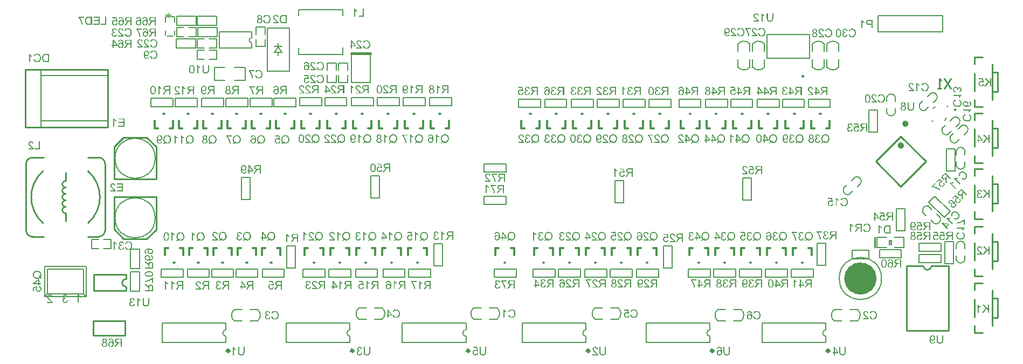
<source format=gbo>
G04*
G04 #@! TF.GenerationSoftware,Altium Limited,Altium Designer,20.0.9 (164)*
G04*
G04 Layer_Color=32896*
%FSLAX25Y25*%
%MOIN*%
G70*
G01*
G75*
%ADD10C,0.01000*%
%ADD12C,0.00800*%
%ADD13C,0.00500*%
%ADD14C,0.00787*%
%ADD15C,0.00600*%
%ADD29C,0.01968*%
%ADD120C,0.02000*%
%ADD121C,0.10000*%
%ADD122C,0.00984*%
%ADD123C,0.01500*%
%ADD124C,0.01200*%
G36*
X189365Y325709D02*
X190771D01*
Y325117D01*
X189365D01*
Y323726D01*
X188781D01*
Y325117D01*
X187389D01*
Y325709D01*
X188781D01*
Y327100D01*
X189365D01*
Y325709D01*
D02*
G37*
G36*
X125456Y152808D02*
X125655Y152771D01*
X125826Y152711D01*
X125974Y152652D01*
X126040Y152615D01*
X126092Y152586D01*
X126144Y152556D01*
X126181Y152526D01*
X126210Y152504D01*
X126233Y152489D01*
X126247Y152482D01*
X126255Y152475D01*
X126395Y152334D01*
X126506Y152179D01*
X126595Y152016D01*
X126669Y151853D01*
X126714Y151713D01*
X126736Y151653D01*
X126751Y151602D01*
X126758Y151557D01*
X126765Y151528D01*
X126773Y151505D01*
Y151498D01*
X126144Y151387D01*
X126114Y151550D01*
X126070Y151690D01*
X126018Y151809D01*
X125966Y151905D01*
X125914Y151979D01*
X125870Y152031D01*
X125840Y152068D01*
X125833Y152075D01*
X125737Y152149D01*
X125633Y152208D01*
X125537Y152245D01*
X125441Y152275D01*
X125352Y152290D01*
X125285Y152304D01*
X125226D01*
X125093Y152297D01*
X124975Y152268D01*
X124871Y152231D01*
X124782Y152193D01*
X124716Y152149D01*
X124664Y152112D01*
X124627Y152083D01*
X124619Y152075D01*
X124538Y151986D01*
X124479Y151890D01*
X124442Y151794D01*
X124412Y151705D01*
X124397Y151624D01*
X124383Y151565D01*
Y151520D01*
Y151513D01*
Y151505D01*
Y151424D01*
X124397Y151350D01*
X124434Y151224D01*
X124486Y151113D01*
X124545Y151017D01*
X124605Y150950D01*
X124656Y150899D01*
X124693Y150869D01*
X124701Y150862D01*
X124708D01*
X124834Y150795D01*
X124952Y150743D01*
X125078Y150706D01*
X125189Y150684D01*
X125285Y150669D01*
X125367Y150654D01*
X125463D01*
X125493Y150662D01*
X125530D01*
X125604Y150107D01*
X125507Y150129D01*
X125419Y150144D01*
X125345Y150159D01*
X125278Y150166D01*
X125226Y150173D01*
X125160D01*
X125004Y150159D01*
X124864Y150129D01*
X124738Y150084D01*
X124634Y150033D01*
X124553Y149981D01*
X124494Y149936D01*
X124457Y149907D01*
X124442Y149892D01*
X124346Y149781D01*
X124272Y149663D01*
X124220Y149544D01*
X124190Y149426D01*
X124168Y149330D01*
X124161Y149248D01*
X124153Y149219D01*
Y149197D01*
Y149182D01*
Y149174D01*
X124168Y149012D01*
X124205Y148863D01*
X124249Y148738D01*
X124309Y148627D01*
X124368Y148538D01*
X124412Y148471D01*
X124449Y148427D01*
X124464Y148412D01*
X124582Y148309D01*
X124708Y148234D01*
X124834Y148183D01*
X124952Y148146D01*
X125056Y148124D01*
X125137Y148116D01*
X125167Y148109D01*
X125211D01*
X125345Y148116D01*
X125470Y148146D01*
X125581Y148183D01*
X125670Y148227D01*
X125744Y148264D01*
X125803Y148301D01*
X125833Y148331D01*
X125848Y148338D01*
X125937Y148442D01*
X126011Y148560D01*
X126077Y148686D01*
X126129Y148819D01*
X126166Y148930D01*
X126181Y148982D01*
X126188Y149026D01*
X126196Y149063D01*
X126203Y149093D01*
X126210Y149108D01*
Y149115D01*
X126839Y149034D01*
X126825Y148915D01*
X126802Y148804D01*
X126736Y148597D01*
X126654Y148419D01*
X126610Y148345D01*
X126566Y148272D01*
X126521Y148205D01*
X126477Y148153D01*
X126440Y148101D01*
X126403Y148064D01*
X126381Y148035D01*
X126358Y148012D01*
X126344Y147998D01*
X126336Y147990D01*
X126247Y147924D01*
X126159Y147857D01*
X126070Y147805D01*
X125974Y147761D01*
X125789Y147687D01*
X125611Y147643D01*
X125530Y147628D01*
X125456Y147613D01*
X125389Y147606D01*
X125330Y147598D01*
X125285Y147591D01*
X125219D01*
X125078Y147598D01*
X124952Y147613D01*
X124827Y147635D01*
X124708Y147665D01*
X124597Y147702D01*
X124501Y147739D01*
X124405Y147783D01*
X124323Y147827D01*
X124242Y147864D01*
X124175Y147909D01*
X124116Y147946D01*
X124072Y147983D01*
X124035Y148012D01*
X124005Y148035D01*
X123990Y148049D01*
X123983Y148057D01*
X123894Y148146D01*
X123820Y148242D01*
X123754Y148338D01*
X123694Y148434D01*
X123650Y148523D01*
X123606Y148619D01*
X123546Y148797D01*
X123532Y148878D01*
X123517Y148952D01*
X123502Y149019D01*
X123495Y149078D01*
X123487Y149123D01*
Y149160D01*
Y149182D01*
Y149189D01*
X123495Y149367D01*
X123524Y149530D01*
X123569Y149670D01*
X123613Y149788D01*
X123657Y149885D01*
X123702Y149959D01*
X123731Y150003D01*
X123739Y150018D01*
X123842Y150129D01*
X123953Y150225D01*
X124072Y150299D01*
X124190Y150358D01*
X124294Y150403D01*
X124375Y150432D01*
X124405Y150440D01*
X124427Y150447D01*
X124442Y150454D01*
X124449D01*
X124323Y150521D01*
X124220Y150588D01*
X124131Y150662D01*
X124057Y150728D01*
X123998Y150787D01*
X123953Y150839D01*
X123931Y150869D01*
X123924Y150884D01*
X123865Y150987D01*
X123820Y151091D01*
X123783Y151195D01*
X123761Y151291D01*
X123746Y151372D01*
X123739Y151431D01*
Y151476D01*
Y151490D01*
X123746Y151616D01*
X123768Y151742D01*
X123798Y151853D01*
X123835Y151949D01*
X123872Y152031D01*
X123902Y152097D01*
X123924Y152134D01*
X123931Y152149D01*
X124005Y152260D01*
X124094Y152356D01*
X124183Y152438D01*
X124272Y152512D01*
X124346Y152564D01*
X124412Y152608D01*
X124457Y152630D01*
X124464Y152638D01*
X124471D01*
X124605Y152697D01*
X124738Y152741D01*
X124871Y152778D01*
X124989Y152800D01*
X125086Y152815D01*
X125167Y152822D01*
X125352D01*
X125456Y152808D01*
D02*
G37*
G36*
X115782Y152715D02*
X115908Y152708D01*
X116026Y152685D01*
X116137Y152663D01*
X116241Y152634D01*
X116337Y152604D01*
X116426Y152567D01*
X116507Y152530D01*
X116581Y152493D01*
X116640Y152456D01*
X116692Y152427D01*
X116736Y152397D01*
X116773Y152375D01*
X116796Y152352D01*
X116810Y152345D01*
X116818Y152338D01*
X116892Y152264D01*
X116958Y152182D01*
X117025Y152094D01*
X117077Y152005D01*
X117166Y151827D01*
X117225Y151649D01*
X117247Y151568D01*
X117269Y151487D01*
X117284Y151420D01*
X117299Y151361D01*
X117306Y151309D01*
Y151272D01*
X117314Y151250D01*
Y151242D01*
X116670Y151176D01*
X116655Y151346D01*
X116625Y151494D01*
X116581Y151627D01*
X116529Y151731D01*
X116485Y151820D01*
X116440Y151879D01*
X116411Y151916D01*
X116396Y151931D01*
X116285Y152020D01*
X116167Y152086D01*
X116041Y152138D01*
X115930Y152167D01*
X115826Y152190D01*
X115737Y152197D01*
X115708Y152205D01*
X115663D01*
X115508Y152197D01*
X115367Y152167D01*
X115249Y152123D01*
X115145Y152079D01*
X115064Y152027D01*
X115012Y151990D01*
X114975Y151960D01*
X114960Y151945D01*
X114872Y151842D01*
X114805Y151738D01*
X114753Y151635D01*
X114724Y151531D01*
X114701Y151450D01*
X114694Y151376D01*
X114687Y151331D01*
Y151324D01*
Y151316D01*
X114701Y151183D01*
X114731Y151043D01*
X114783Y150917D01*
X114835Y150798D01*
X114894Y150702D01*
X114946Y150621D01*
X114960Y150591D01*
X114975Y150569D01*
X114990Y150562D01*
Y150554D01*
X115049Y150473D01*
X115123Y150391D01*
X115205Y150303D01*
X115293Y150214D01*
X115478Y150036D01*
X115663Y149859D01*
X115760Y149777D01*
X115841Y149703D01*
X115922Y149637D01*
X115989Y149577D01*
X116041Y149533D01*
X116085Y149496D01*
X116115Y149474D01*
X116122Y149467D01*
X116307Y149311D01*
X116477Y149163D01*
X116618Y149030D01*
X116729Y148919D01*
X116825Y148823D01*
X116892Y148756D01*
X116929Y148712D01*
X116944Y148704D01*
Y148697D01*
X117047Y148571D01*
X117129Y148453D01*
X117203Y148334D01*
X117262Y148231D01*
X117306Y148142D01*
X117336Y148075D01*
X117351Y148031D01*
X117358Y148023D01*
Y148016D01*
X117388Y147935D01*
X117402Y147861D01*
X117417Y147787D01*
X117425Y147720D01*
X117432Y147661D01*
Y147617D01*
Y147587D01*
Y147580D01*
X114035D01*
Y148186D01*
X116559D01*
X116470Y148312D01*
X116426Y148364D01*
X116389Y148416D01*
X116352Y148460D01*
X116322Y148490D01*
X116300Y148512D01*
X116292Y148519D01*
X116255Y148556D01*
X116211Y148593D01*
X116107Y148689D01*
X115989Y148801D01*
X115863Y148911D01*
X115745Y149008D01*
X115693Y149052D01*
X115649Y149097D01*
X115612Y149126D01*
X115582Y149148D01*
X115567Y149163D01*
X115560Y149170D01*
X115441Y149274D01*
X115323Y149370D01*
X115219Y149467D01*
X115123Y149548D01*
X115034Y149629D01*
X114960Y149703D01*
X114886Y149770D01*
X114827Y149829D01*
X114768Y149888D01*
X114724Y149933D01*
X114687Y149970D01*
X114650Y150007D01*
X114613Y150051D01*
X114598Y150066D01*
X114494Y150192D01*
X114405Y150303D01*
X114331Y150414D01*
X114272Y150503D01*
X114228Y150584D01*
X114198Y150643D01*
X114183Y150680D01*
X114176Y150695D01*
X114132Y150806D01*
X114102Y150917D01*
X114072Y151021D01*
X114058Y151109D01*
X114050Y151191D01*
X114043Y151250D01*
Y151287D01*
Y151302D01*
X114050Y151413D01*
X114065Y151516D01*
X114080Y151620D01*
X114109Y151709D01*
X114183Y151886D01*
X114257Y152027D01*
X114302Y152094D01*
X114339Y152145D01*
X114376Y152197D01*
X114413Y152234D01*
X114442Y152264D01*
X114457Y152293D01*
X114472Y152301D01*
X114479Y152308D01*
X114561Y152382D01*
X114650Y152449D01*
X114746Y152500D01*
X114842Y152545D01*
X115034Y152619D01*
X115227Y152671D01*
X115308Y152685D01*
X115390Y152700D01*
X115464Y152708D01*
X115523Y152715D01*
X115575Y152723D01*
X115649D01*
X115782Y152715D01*
D02*
G37*
G36*
X133533Y152697D02*
X133615Y152578D01*
X133711Y152460D01*
X133800Y152356D01*
X133889Y152268D01*
X133955Y152193D01*
X133985Y152171D01*
X134007Y152149D01*
X134014Y152142D01*
X134022Y152134D01*
X134177Y152008D01*
X134333Y151890D01*
X134481Y151786D01*
X134629Y151705D01*
X134754Y151631D01*
X134806Y151602D01*
X134851Y151579D01*
X134888Y151557D01*
X134917Y151550D01*
X134932Y151535D01*
X134939D01*
Y150928D01*
X134828Y150972D01*
X134717Y151024D01*
X134606Y151076D01*
X134503Y151128D01*
X134414Y151172D01*
X134340Y151209D01*
X134296Y151239D01*
X134288Y151246D01*
X134281D01*
X134148Y151328D01*
X134029Y151409D01*
X133926Y151483D01*
X133844Y151550D01*
X133770Y151602D01*
X133726Y151646D01*
X133689Y151675D01*
X133681Y151683D01*
Y147679D01*
X133052D01*
Y152822D01*
X133459D01*
X133533Y152697D01*
D02*
G37*
G36*
X392849Y161601D02*
X393048Y161564D01*
X393219Y161505D01*
X393367Y161446D01*
X393433Y161409D01*
X393485Y161379D01*
X393537Y161349D01*
X393574Y161320D01*
X393603Y161298D01*
X393626Y161283D01*
X393640Y161275D01*
X393648Y161268D01*
X393788Y161127D01*
X393899Y160972D01*
X393988Y160809D01*
X394062Y160646D01*
X394107Y160506D01*
X394129Y160447D01*
X394144Y160395D01*
X394151Y160351D01*
X394158Y160321D01*
X394166Y160299D01*
Y160291D01*
X393537Y160180D01*
X393507Y160343D01*
X393463Y160484D01*
X393411Y160602D01*
X393359Y160698D01*
X393307Y160772D01*
X393263Y160824D01*
X393233Y160861D01*
X393226Y160869D01*
X393130Y160942D01*
X393026Y161002D01*
X392930Y161039D01*
X392834Y161068D01*
X392745Y161083D01*
X392678Y161098D01*
X392619D01*
X392486Y161091D01*
X392368Y161061D01*
X392264Y161024D01*
X392175Y160987D01*
X392109Y160942D01*
X392057Y160906D01*
X392020Y160876D01*
X392012Y160869D01*
X391931Y160780D01*
X391872Y160684D01*
X391835Y160587D01*
X391805Y160498D01*
X391790Y160417D01*
X391776Y160358D01*
Y160313D01*
Y160306D01*
Y160299D01*
Y160217D01*
X391790Y160143D01*
X391827Y160018D01*
X391879Y159906D01*
X391938Y159810D01*
X391998Y159744D01*
X392049Y159692D01*
X392086Y159662D01*
X392094Y159655D01*
X392101D01*
X392227Y159588D01*
X392345Y159537D01*
X392471Y159500D01*
X392582Y159477D01*
X392678Y159462D01*
X392760Y159448D01*
X392856D01*
X392886Y159455D01*
X392923D01*
X392997Y158900D01*
X392900Y158922D01*
X392812Y158937D01*
X392738Y158952D01*
X392671Y158959D01*
X392619Y158967D01*
X392553D01*
X392397Y158952D01*
X392257Y158922D01*
X392131Y158878D01*
X392027Y158826D01*
X391946Y158774D01*
X391887Y158730D01*
X391850Y158700D01*
X391835Y158686D01*
X391739Y158574D01*
X391665Y158456D01*
X391613Y158338D01*
X391583Y158219D01*
X391561Y158123D01*
X391554Y158042D01*
X391546Y158012D01*
Y157990D01*
Y157975D01*
Y157968D01*
X391561Y157805D01*
X391598Y157657D01*
X391642Y157531D01*
X391702Y157420D01*
X391761Y157331D01*
X391805Y157265D01*
X391842Y157220D01*
X391857Y157205D01*
X391975Y157102D01*
X392101Y157028D01*
X392227Y156976D01*
X392345Y156939D01*
X392449Y156917D01*
X392530Y156910D01*
X392560Y156902D01*
X392604D01*
X392738Y156910D01*
X392863Y156939D01*
X392974Y156976D01*
X393063Y157020D01*
X393137Y157057D01*
X393196Y157095D01*
X393226Y157124D01*
X393241Y157132D01*
X393330Y157235D01*
X393404Y157353D01*
X393470Y157479D01*
X393522Y157613D01*
X393559Y157723D01*
X393574Y157775D01*
X393581Y157820D01*
X393589Y157857D01*
X393596Y157886D01*
X393603Y157901D01*
Y157908D01*
X394232Y157827D01*
X394218Y157709D01*
X394195Y157598D01*
X394129Y157390D01*
X394047Y157213D01*
X394003Y157139D01*
X393959Y157065D01*
X393914Y156998D01*
X393870Y156947D01*
X393833Y156895D01*
X393796Y156858D01*
X393774Y156828D01*
X393751Y156806D01*
X393737Y156791D01*
X393729Y156784D01*
X393640Y156717D01*
X393552Y156650D01*
X393463Y156599D01*
X393367Y156554D01*
X393182Y156480D01*
X393004Y156436D01*
X392923Y156421D01*
X392849Y156406D01*
X392782Y156399D01*
X392723Y156392D01*
X392678Y156384D01*
X392612D01*
X392471Y156392D01*
X392345Y156406D01*
X392220Y156429D01*
X392101Y156458D01*
X391990Y156495D01*
X391894Y156532D01*
X391798Y156577D01*
X391716Y156621D01*
X391635Y156658D01*
X391568Y156702D01*
X391509Y156739D01*
X391465Y156776D01*
X391428Y156806D01*
X391398Y156828D01*
X391383Y156843D01*
X391376Y156850D01*
X391287Y156939D01*
X391213Y157035D01*
X391147Y157132D01*
X391087Y157228D01*
X391043Y157317D01*
X390999Y157413D01*
X390939Y157590D01*
X390925Y157672D01*
X390910Y157746D01*
X390895Y157812D01*
X390888Y157871D01*
X390880Y157916D01*
Y157953D01*
Y157975D01*
Y157983D01*
X390888Y158160D01*
X390917Y158323D01*
X390962Y158464D01*
X391006Y158582D01*
X391050Y158678D01*
X391095Y158752D01*
X391124Y158797D01*
X391132Y158811D01*
X391235Y158922D01*
X391346Y159019D01*
X391465Y159092D01*
X391583Y159152D01*
X391687Y159196D01*
X391768Y159226D01*
X391798Y159233D01*
X391820Y159240D01*
X391835Y159248D01*
X391842D01*
X391716Y159315D01*
X391613Y159381D01*
X391524Y159455D01*
X391450Y159522D01*
X391391Y159581D01*
X391346Y159633D01*
X391324Y159662D01*
X391317Y159677D01*
X391258Y159781D01*
X391213Y159884D01*
X391176Y159988D01*
X391154Y160084D01*
X391139Y160166D01*
X391132Y160225D01*
Y160269D01*
Y160284D01*
X391139Y160410D01*
X391161Y160536D01*
X391191Y160646D01*
X391228Y160743D01*
X391265Y160824D01*
X391295Y160891D01*
X391317Y160928D01*
X391324Y160942D01*
X391398Y161054D01*
X391487Y161150D01*
X391576Y161231D01*
X391665Y161305D01*
X391739Y161357D01*
X391805Y161401D01*
X391850Y161424D01*
X391857Y161431D01*
X391864D01*
X391998Y161490D01*
X392131Y161535D01*
X392264Y161572D01*
X392382Y161594D01*
X392479Y161609D01*
X392560Y161616D01*
X392745D01*
X392849Y161601D01*
D02*
G37*
G36*
X403120Y156473D02*
X402439D01*
Y158745D01*
X401566D01*
X401484Y158737D01*
X401425D01*
X401373Y158730D01*
X401336Y158722D01*
X401307D01*
X401292Y158715D01*
X401285D01*
X401166Y158678D01*
X401114Y158656D01*
X401070Y158634D01*
X401026Y158612D01*
X400996Y158597D01*
X400981Y158589D01*
X400974Y158582D01*
X400915Y158537D01*
X400855Y158486D01*
X400744Y158375D01*
X400693Y158323D01*
X400656Y158279D01*
X400633Y158249D01*
X400626Y158241D01*
X400552Y158138D01*
X400471Y158027D01*
X400389Y157908D01*
X400308Y157798D01*
X400241Y157694D01*
X400189Y157613D01*
X400167Y157583D01*
X400152Y157561D01*
X400138Y157546D01*
Y157538D01*
X399464Y156473D01*
X398621D01*
X399501Y157864D01*
X399605Y158012D01*
X399701Y158145D01*
X399797Y158256D01*
X399879Y158360D01*
X399953Y158434D01*
X400012Y158493D01*
X400049Y158530D01*
X400064Y158545D01*
X400123Y158589D01*
X400189Y158641D01*
X400323Y158722D01*
X400382Y158752D01*
X400426Y158782D01*
X400456Y158797D01*
X400471Y158804D01*
X400337Y158826D01*
X400212Y158848D01*
X400101Y158885D01*
X399990Y158915D01*
X399893Y158952D01*
X399805Y158996D01*
X399723Y159033D01*
X399649Y159070D01*
X399590Y159115D01*
X399531Y159152D01*
X399486Y159181D01*
X399449Y159211D01*
X399420Y159233D01*
X399398Y159255D01*
X399390Y159263D01*
X399383Y159270D01*
X399324Y159344D01*
X399264Y159418D01*
X399176Y159573D01*
X399116Y159729D01*
X399072Y159877D01*
X399042Y160003D01*
X399035Y160055D01*
Y160106D01*
X399028Y160143D01*
Y160173D01*
Y160188D01*
Y160195D01*
X399035Y160351D01*
X399057Y160491D01*
X399094Y160624D01*
X399131Y160735D01*
X399176Y160831D01*
X399205Y160906D01*
X399235Y160950D01*
X399242Y160957D01*
Y160965D01*
X399331Y161083D01*
X399420Y161187D01*
X399516Y161275D01*
X399605Y161342D01*
X399686Y161394D01*
X399753Y161424D01*
X399797Y161446D01*
X399805Y161453D01*
X399812D01*
X399879Y161475D01*
X399960Y161497D01*
X400123Y161535D01*
X400300Y161557D01*
X400463Y161579D01*
X400619Y161586D01*
X400685D01*
X400744Y161594D01*
X403120D01*
Y156473D01*
D02*
G37*
G36*
X398177Y160920D02*
X395668D01*
X395846Y160706D01*
X396016Y160476D01*
X396164Y160254D01*
X396304Y160040D01*
X396364Y159943D01*
X396415Y159855D01*
X396467Y159773D01*
X396504Y159707D01*
X396534Y159648D01*
X396556Y159610D01*
X396571Y159581D01*
X396578Y159573D01*
X396726Y159277D01*
X396859Y158982D01*
X396970Y158700D01*
X397015Y158574D01*
X397059Y158449D01*
X397104Y158338D01*
X397133Y158234D01*
X397163Y158145D01*
X397185Y158071D01*
X397207Y158005D01*
X397222Y157960D01*
X397229Y157931D01*
Y157923D01*
X397303Y157620D01*
X397333Y157472D01*
X397355Y157339D01*
X397377Y157213D01*
X397400Y157087D01*
X397414Y156983D01*
X397429Y156880D01*
X397437Y156791D01*
X397444Y156710D01*
X397451Y156636D01*
Y156577D01*
X397459Y156532D01*
Y156502D01*
Y156480D01*
Y156473D01*
X396815D01*
X396793Y156754D01*
X396756Y157013D01*
X396719Y157250D01*
X396697Y157361D01*
X396674Y157465D01*
X396660Y157553D01*
X396637Y157635D01*
X396623Y157709D01*
X396608Y157768D01*
X396593Y157812D01*
X396586Y157849D01*
X396578Y157871D01*
Y157879D01*
X396467Y158219D01*
X396349Y158537D01*
X396290Y158693D01*
X396230Y158841D01*
X396164Y158974D01*
X396105Y159107D01*
X396053Y159226D01*
X396001Y159329D01*
X395957Y159418D01*
X395920Y159500D01*
X395883Y159566D01*
X395860Y159610D01*
X395846Y159640D01*
X395838Y159648D01*
X395749Y159803D01*
X395661Y159958D01*
X395572Y160099D01*
X395483Y160232D01*
X395402Y160351D01*
X395320Y160469D01*
X395239Y160573D01*
X395172Y160661D01*
X395106Y160750D01*
X395046Y160824D01*
X394987Y160883D01*
X394943Y160935D01*
X394913Y160979D01*
X394884Y161009D01*
X394869Y161024D01*
X394861Y161031D01*
Y161527D01*
X398177D01*
Y160920D01*
D02*
G37*
G36*
X386652Y227564D02*
X386778Y227557D01*
X386897Y227535D01*
X387008Y227512D01*
X387111Y227483D01*
X387208Y227453D01*
X387296Y227416D01*
X387378Y227379D01*
X387452Y227342D01*
X387511Y227305D01*
X387563Y227275D01*
X387607Y227246D01*
X387644Y227224D01*
X387666Y227202D01*
X387681Y227194D01*
X387688Y227187D01*
X387762Y227113D01*
X387829Y227031D01*
X387896Y226942D01*
X387948Y226854D01*
X388036Y226676D01*
X388095Y226499D01*
X388118Y226417D01*
X388140Y226336D01*
X388155Y226269D01*
X388170Y226210D01*
X388177Y226158D01*
Y226121D01*
X388184Y226099D01*
Y226092D01*
X387541Y226025D01*
X387526Y226195D01*
X387496Y226343D01*
X387452Y226476D01*
X387400Y226580D01*
X387355Y226669D01*
X387311Y226728D01*
X387281Y226765D01*
X387267Y226780D01*
X387156Y226869D01*
X387037Y226935D01*
X386912Y226987D01*
X386801Y227016D01*
X386697Y227039D01*
X386608Y227046D01*
X386578Y227053D01*
X386534D01*
X386379Y227046D01*
X386238Y227016D01*
X386120Y226972D01*
X386016Y226928D01*
X385935Y226876D01*
X385883Y226839D01*
X385846Y226809D01*
X385831Y226795D01*
X385742Y226691D01*
X385676Y226587D01*
X385624Y226484D01*
X385594Y226380D01*
X385572Y226299D01*
X385565Y226225D01*
X385557Y226180D01*
Y226173D01*
Y226166D01*
X385572Y226032D01*
X385602Y225892D01*
X385653Y225766D01*
X385705Y225647D01*
X385765Y225551D01*
X385816Y225470D01*
X385831Y225440D01*
X385846Y225418D01*
X385861Y225411D01*
Y225403D01*
X385920Y225322D01*
X385994Y225240D01*
X386075Y225152D01*
X386164Y225063D01*
X386349Y224885D01*
X386534Y224708D01*
X386630Y224626D01*
X386712Y224552D01*
X386793Y224486D01*
X386860Y224427D01*
X386912Y224382D01*
X386956Y224345D01*
X386985Y224323D01*
X386993Y224316D01*
X387178Y224160D01*
X387348Y224012D01*
X387489Y223879D01*
X387600Y223768D01*
X387696Y223672D01*
X387762Y223605D01*
X387800Y223561D01*
X387814Y223553D01*
Y223546D01*
X387918Y223420D01*
X387999Y223302D01*
X388073Y223183D01*
X388133Y223080D01*
X388177Y222991D01*
X388207Y222924D01*
X388221Y222880D01*
X388229Y222872D01*
Y222865D01*
X388258Y222784D01*
X388273Y222710D01*
X388288Y222636D01*
X388295Y222569D01*
X388303Y222510D01*
Y222465D01*
Y222436D01*
Y222428D01*
X384906D01*
Y223035D01*
X387429D01*
X387341Y223161D01*
X387296Y223213D01*
X387259Y223265D01*
X387222Y223309D01*
X387193Y223339D01*
X387171Y223361D01*
X387163Y223368D01*
X387126Y223405D01*
X387082Y223442D01*
X386978Y223538D01*
X386860Y223650D01*
X386734Y223761D01*
X386615Y223857D01*
X386564Y223901D01*
X386519Y223945D01*
X386482Y223975D01*
X386453Y223997D01*
X386438Y224012D01*
X386431Y224020D01*
X386312Y224123D01*
X386194Y224219D01*
X386090Y224316D01*
X385994Y224397D01*
X385905Y224478D01*
X385831Y224552D01*
X385757Y224619D01*
X385698Y224678D01*
X385639Y224737D01*
X385594Y224782D01*
X385557Y224819D01*
X385520Y224856D01*
X385483Y224900D01*
X385469Y224915D01*
X385365Y225041D01*
X385276Y225152D01*
X385202Y225263D01*
X385143Y225352D01*
X385099Y225433D01*
X385069Y225492D01*
X385054Y225529D01*
X385047Y225544D01*
X385002Y225655D01*
X384973Y225766D01*
X384943Y225869D01*
X384928Y225958D01*
X384921Y226040D01*
X384913Y226099D01*
Y226136D01*
Y226151D01*
X384921Y226262D01*
X384936Y226365D01*
X384950Y226469D01*
X384980Y226558D01*
X385054Y226735D01*
X385128Y226876D01*
X385173Y226942D01*
X385209Y226994D01*
X385246Y227046D01*
X385283Y227083D01*
X385313Y227113D01*
X385328Y227142D01*
X385343Y227150D01*
X385350Y227157D01*
X385432Y227231D01*
X385520Y227298D01*
X385616Y227349D01*
X385713Y227394D01*
X385905Y227468D01*
X386098Y227520D01*
X386179Y227535D01*
X386260Y227549D01*
X386334Y227557D01*
X386393Y227564D01*
X386445Y227572D01*
X386519D01*
X386652Y227564D01*
D02*
G37*
G36*
X397094Y222428D02*
X396413D01*
Y224700D01*
X395540D01*
X395459Y224693D01*
X395399D01*
X395347Y224686D01*
X395310Y224678D01*
X395281D01*
X395266Y224671D01*
X395259D01*
X395140Y224634D01*
X395089Y224611D01*
X395044Y224589D01*
X395000Y224567D01*
X394970Y224552D01*
X394955Y224545D01*
X394948Y224537D01*
X394889Y224493D01*
X394830Y224441D01*
X394719Y224330D01*
X394667Y224278D01*
X394630Y224234D01*
X394607Y224204D01*
X394600Y224197D01*
X394526Y224094D01*
X394445Y223983D01*
X394363Y223864D01*
X394282Y223753D01*
X394215Y223650D01*
X394163Y223568D01*
X394141Y223538D01*
X394127Y223516D01*
X394112Y223501D01*
Y223494D01*
X393438Y222428D01*
X392595D01*
X393475Y223820D01*
X393579Y223968D01*
X393675Y224101D01*
X393771Y224212D01*
X393853Y224316D01*
X393927Y224390D01*
X393986Y224449D01*
X394023Y224486D01*
X394038Y224500D01*
X394097Y224545D01*
X394163Y224597D01*
X394297Y224678D01*
X394356Y224708D01*
X394400Y224737D01*
X394430Y224752D01*
X394445Y224760D01*
X394311Y224782D01*
X394186Y224804D01*
X394075Y224841D01*
X393964Y224870D01*
X393867Y224907D01*
X393779Y224952D01*
X393697Y224989D01*
X393623Y225026D01*
X393564Y225070D01*
X393505Y225107D01*
X393460Y225137D01*
X393424Y225167D01*
X393394Y225189D01*
X393372Y225211D01*
X393364Y225218D01*
X393357Y225226D01*
X393298Y225300D01*
X393238Y225374D01*
X393150Y225529D01*
X393091Y225684D01*
X393046Y225833D01*
X393017Y225958D01*
X393009Y226010D01*
Y226062D01*
X393002Y226099D01*
Y226129D01*
Y226143D01*
Y226151D01*
X393009Y226306D01*
X393031Y226447D01*
X393068Y226580D01*
X393105Y226691D01*
X393150Y226787D01*
X393179Y226861D01*
X393209Y226905D01*
X393216Y226913D01*
Y226920D01*
X393305Y227039D01*
X393394Y227142D01*
X393490Y227231D01*
X393579Y227298D01*
X393660Y227349D01*
X393727Y227379D01*
X393771Y227401D01*
X393779Y227409D01*
X393786D01*
X393853Y227431D01*
X393934Y227453D01*
X394097Y227490D01*
X394274Y227512D01*
X394437Y227535D01*
X394593Y227542D01*
X394659D01*
X394719Y227549D01*
X397094D01*
Y222428D01*
D02*
G37*
G36*
X392151Y226876D02*
X389642D01*
X389820Y226661D01*
X389990Y226432D01*
X390138Y226210D01*
X390279Y225995D01*
X390338Y225899D01*
X390389Y225810D01*
X390441Y225729D01*
X390478Y225662D01*
X390508Y225603D01*
X390530Y225566D01*
X390545Y225536D01*
X390552Y225529D01*
X390700Y225233D01*
X390833Y224937D01*
X390945Y224656D01*
X390989Y224530D01*
X391033Y224404D01*
X391078Y224293D01*
X391107Y224190D01*
X391137Y224101D01*
X391159Y224027D01*
X391181Y223960D01*
X391196Y223916D01*
X391203Y223886D01*
Y223879D01*
X391278Y223575D01*
X391307Y223428D01*
X391329Y223294D01*
X391352Y223168D01*
X391374Y223043D01*
X391389Y222939D01*
X391403Y222835D01*
X391411Y222747D01*
X391418Y222665D01*
X391425Y222591D01*
Y222532D01*
X391433Y222488D01*
Y222458D01*
Y222436D01*
Y222428D01*
X390789D01*
X390767Y222710D01*
X390730Y222969D01*
X390693Y223205D01*
X390671Y223317D01*
X390649Y223420D01*
X390634Y223509D01*
X390612Y223590D01*
X390597Y223664D01*
X390582Y223724D01*
X390567Y223768D01*
X390560Y223805D01*
X390552Y223827D01*
Y223834D01*
X390441Y224175D01*
X390323Y224493D01*
X390264Y224648D01*
X390205Y224797D01*
X390138Y224930D01*
X390079Y225063D01*
X390027Y225181D01*
X389975Y225285D01*
X389931Y225374D01*
X389894Y225455D01*
X389857Y225522D01*
X389834Y225566D01*
X389820Y225596D01*
X389812Y225603D01*
X389723Y225759D01*
X389635Y225914D01*
X389546Y226055D01*
X389457Y226188D01*
X389376Y226306D01*
X389294Y226425D01*
X389213Y226528D01*
X389146Y226617D01*
X389080Y226706D01*
X389020Y226780D01*
X388961Y226839D01*
X388917Y226891D01*
X388887Y226935D01*
X388858Y226965D01*
X388843Y226979D01*
X388836Y226987D01*
Y227483D01*
X392151D01*
Y226876D01*
D02*
G37*
G36*
X385857Y220446D02*
X385938Y220327D01*
X386035Y220209D01*
X386123Y220105D01*
X386212Y220017D01*
X386279Y219942D01*
X386308Y219920D01*
X386331Y219898D01*
X386338Y219891D01*
X386345Y219883D01*
X386501Y219758D01*
X386656Y219639D01*
X386804Y219535D01*
X386952Y219454D01*
X387078Y219380D01*
X387130Y219351D01*
X387174Y219328D01*
X387211Y219306D01*
X387241Y219299D01*
X387256Y219284D01*
X387263D01*
Y218677D01*
X387152Y218722D01*
X387041Y218773D01*
X386930Y218825D01*
X386826Y218877D01*
X386738Y218921D01*
X386664Y218958D01*
X386619Y218988D01*
X386612Y218995D01*
X386604D01*
X386471Y219077D01*
X386353Y219158D01*
X386249Y219232D01*
X386168Y219299D01*
X386094Y219351D01*
X386049Y219395D01*
X386012Y219425D01*
X386005Y219432D01*
Y215428D01*
X385376D01*
Y220571D01*
X385783D01*
X385857Y220446D01*
D02*
G37*
G36*
X396624Y215428D02*
X395943D01*
Y217700D01*
X395070D01*
X394989Y217693D01*
X394929D01*
X394878Y217686D01*
X394841Y217678D01*
X394811D01*
X394796Y217671D01*
X394789D01*
X394670Y217634D01*
X394619Y217612D01*
X394574Y217589D01*
X394530Y217567D01*
X394500Y217552D01*
X394485Y217545D01*
X394478Y217537D01*
X394419Y217493D01*
X394360Y217441D01*
X394249Y217330D01*
X394197Y217279D01*
X394160Y217234D01*
X394138Y217204D01*
X394130Y217197D01*
X394056Y217093D01*
X393975Y216983D01*
X393893Y216864D01*
X393812Y216753D01*
X393745Y216650D01*
X393694Y216568D01*
X393671Y216539D01*
X393657Y216516D01*
X393642Y216501D01*
Y216494D01*
X392968Y215428D01*
X392125D01*
X393005Y216820D01*
X393109Y216968D01*
X393205Y217101D01*
X393301Y217212D01*
X393383Y217316D01*
X393457Y217389D01*
X393516Y217449D01*
X393553Y217486D01*
X393568Y217500D01*
X393627Y217545D01*
X393694Y217597D01*
X393827Y217678D01*
X393886Y217708D01*
X393930Y217737D01*
X393960Y217752D01*
X393975Y217759D01*
X393842Y217782D01*
X393716Y217804D01*
X393605Y217841D01*
X393494Y217870D01*
X393398Y217908D01*
X393309Y217952D01*
X393227Y217989D01*
X393153Y218026D01*
X393094Y218070D01*
X393035Y218107D01*
X392991Y218137D01*
X392954Y218166D01*
X392924Y218189D01*
X392902Y218211D01*
X392894Y218218D01*
X392887Y218226D01*
X392828Y218300D01*
X392769Y218374D01*
X392680Y218529D01*
X392621Y218685D01*
X392576Y218832D01*
X392547Y218958D01*
X392539Y219010D01*
Y219062D01*
X392532Y219099D01*
Y219128D01*
Y219143D01*
Y219151D01*
X392539Y219306D01*
X392561Y219447D01*
X392598Y219580D01*
X392635Y219691D01*
X392680Y219787D01*
X392709Y219861D01*
X392739Y219905D01*
X392746Y219913D01*
Y219920D01*
X392835Y220039D01*
X392924Y220142D01*
X393020Y220231D01*
X393109Y220298D01*
X393190Y220350D01*
X393257Y220379D01*
X393301Y220401D01*
X393309Y220409D01*
X393316D01*
X393383Y220431D01*
X393464Y220453D01*
X393627Y220490D01*
X393805Y220512D01*
X393967Y220534D01*
X394123Y220542D01*
X394189D01*
X394249Y220549D01*
X396624D01*
Y215428D01*
D02*
G37*
G36*
X391681Y219876D02*
X389172D01*
X389350Y219661D01*
X389520Y219432D01*
X389668Y219210D01*
X389809Y218995D01*
X389868Y218899D01*
X389920Y218810D01*
X389971Y218729D01*
X390008Y218662D01*
X390038Y218603D01*
X390060Y218566D01*
X390075Y218536D01*
X390082Y218529D01*
X390230Y218233D01*
X390364Y217937D01*
X390475Y217656D01*
X390519Y217530D01*
X390563Y217404D01*
X390608Y217293D01*
X390637Y217190D01*
X390667Y217101D01*
X390689Y217027D01*
X390711Y216960D01*
X390726Y216916D01*
X390734Y216886D01*
Y216879D01*
X390808Y216576D01*
X390837Y216427D01*
X390859Y216294D01*
X390882Y216168D01*
X390904Y216043D01*
X390919Y215939D01*
X390933Y215835D01*
X390941Y215747D01*
X390948Y215665D01*
X390956Y215591D01*
Y215532D01*
X390963Y215488D01*
Y215458D01*
Y215436D01*
Y215428D01*
X390319D01*
X390297Y215710D01*
X390260Y215969D01*
X390223Y216206D01*
X390201Y216317D01*
X390179Y216420D01*
X390164Y216509D01*
X390142Y216590D01*
X390127Y216664D01*
X390112Y216723D01*
X390097Y216768D01*
X390090Y216805D01*
X390082Y216827D01*
Y216834D01*
X389971Y217175D01*
X389853Y217493D01*
X389794Y217649D01*
X389735Y217796D01*
X389668Y217930D01*
X389609Y218063D01*
X389557Y218181D01*
X389505Y218285D01*
X389461Y218374D01*
X389424Y218455D01*
X389387Y218522D01*
X389365Y218566D01*
X389350Y218596D01*
X389342Y218603D01*
X389254Y218759D01*
X389165Y218914D01*
X389076Y219055D01*
X388987Y219188D01*
X388906Y219306D01*
X388824Y219425D01*
X388743Y219528D01*
X388676Y219617D01*
X388610Y219706D01*
X388551Y219780D01*
X388491Y219839D01*
X388447Y219891D01*
X388417Y219935D01*
X388388Y219965D01*
X388373Y219980D01*
X388366Y219987D01*
Y220483D01*
X391681D01*
Y219876D01*
D02*
G37*
G36*
X392428Y191463D02*
X392569Y191449D01*
X392702Y191419D01*
X392828Y191382D01*
X392939Y191330D01*
X393050Y191286D01*
X393146Y191227D01*
X393235Y191175D01*
X393309Y191123D01*
X393383Y191064D01*
X393442Y191019D01*
X393486Y190975D01*
X393524Y190931D01*
X393553Y190901D01*
X393568Y190886D01*
X393575Y190879D01*
X393671Y190746D01*
X393753Y190590D01*
X393827Y190427D01*
X393894Y190257D01*
X393945Y190080D01*
X393990Y189902D01*
X394027Y189717D01*
X394056Y189547D01*
X394078Y189377D01*
X394093Y189221D01*
X394108Y189081D01*
X394115Y188962D01*
Y188859D01*
X394123Y188785D01*
Y188755D01*
Y188733D01*
Y188725D01*
Y188718D01*
X394115Y188481D01*
X394101Y188259D01*
X394078Y188052D01*
X394041Y187860D01*
X394005Y187689D01*
X393968Y187534D01*
X393923Y187393D01*
X393871Y187268D01*
X393827Y187164D01*
X393782Y187068D01*
X393745Y186994D01*
X393701Y186927D01*
X393671Y186875D01*
X393649Y186846D01*
X393635Y186824D01*
X393627Y186816D01*
X393531Y186713D01*
X393427Y186624D01*
X393324Y186550D01*
X393220Y186483D01*
X393109Y186424D01*
X393005Y186380D01*
X392902Y186343D01*
X392798Y186313D01*
X392709Y186291D01*
X392621Y186269D01*
X392547Y186254D01*
X392480Y186246D01*
X392421D01*
X392384Y186239D01*
X392347D01*
X392177Y186246D01*
X392021Y186276D01*
X391881Y186306D01*
X391755Y186350D01*
X391659Y186387D01*
X391585Y186424D01*
X391555Y186431D01*
X391533Y186446D01*
X391526Y186454D01*
X391518D01*
X391392Y186542D01*
X391274Y186646D01*
X391178Y186750D01*
X391096Y186853D01*
X391030Y186949D01*
X390985Y187023D01*
X390970Y187053D01*
X390956Y187075D01*
X390948Y187083D01*
Y187090D01*
X390874Y187245D01*
X390823Y187408D01*
X390786Y187556D01*
X390763Y187697D01*
X390741Y187815D01*
Y187860D01*
X390734Y187904D01*
Y187941D01*
Y187963D01*
Y187978D01*
Y187985D01*
X390741Y188119D01*
X390756Y188244D01*
X390778Y188370D01*
X390800Y188481D01*
X390837Y188585D01*
X390874Y188688D01*
X390911Y188777D01*
X390956Y188859D01*
X391000Y188933D01*
X391037Y188999D01*
X391074Y189051D01*
X391111Y189103D01*
X391133Y189140D01*
X391156Y189162D01*
X391170Y189177D01*
X391178Y189184D01*
X391259Y189266D01*
X391348Y189340D01*
X391444Y189399D01*
X391533Y189451D01*
X391622Y189502D01*
X391710Y189539D01*
X391881Y189591D01*
X391955Y189613D01*
X392029Y189628D01*
X392088Y189636D01*
X392147Y189643D01*
X392192Y189650D01*
X392251D01*
X392384Y189643D01*
X392510Y189621D01*
X392628Y189599D01*
X392732Y189569D01*
X392821Y189532D01*
X392887Y189510D01*
X392932Y189488D01*
X392939Y189480D01*
X392946D01*
X393065Y189406D01*
X393168Y189325D01*
X393265Y189243D01*
X393338Y189155D01*
X393405Y189081D01*
X393457Y189021D01*
X393486Y188977D01*
X393494Y188970D01*
Y189103D01*
X393486Y189236D01*
X393479Y189354D01*
X393464Y189473D01*
X393457Y189576D01*
X393442Y189673D01*
X393427Y189761D01*
X393405Y189843D01*
X393390Y189917D01*
X393375Y189976D01*
X393361Y190028D01*
X393353Y190072D01*
X393338Y190102D01*
X393331Y190124D01*
X393324Y190139D01*
Y190146D01*
X393250Y190294D01*
X393176Y190427D01*
X393094Y190531D01*
X393020Y190620D01*
X392954Y190694D01*
X392902Y190746D01*
X392865Y190775D01*
X392850Y190783D01*
X392761Y190842D01*
X392672Y190879D01*
X392584Y190908D01*
X392495Y190931D01*
X392428Y190945D01*
X392369Y190953D01*
X392317D01*
X392184Y190938D01*
X392058Y190908D01*
X391955Y190864D01*
X391859Y190820D01*
X391785Y190768D01*
X391733Y190723D01*
X391703Y190694D01*
X391688Y190679D01*
X391636Y190612D01*
X391585Y190531D01*
X391540Y190442D01*
X391511Y190353D01*
X391481Y190272D01*
X391459Y190205D01*
X391452Y190161D01*
X391444Y190154D01*
Y190146D01*
X390815Y190198D01*
X390860Y190405D01*
X390926Y190590D01*
X391000Y190753D01*
X391082Y190886D01*
X391163Y190990D01*
X391193Y191034D01*
X391230Y191071D01*
X391252Y191093D01*
X391274Y191116D01*
X391281Y191123D01*
X391289Y191130D01*
X391363Y191190D01*
X391444Y191241D01*
X391607Y191330D01*
X391770Y191389D01*
X391925Y191426D01*
X392066Y191456D01*
X392125Y191463D01*
X392177D01*
X392221Y191471D01*
X392280D01*
X392428Y191463D01*
D02*
G37*
G36*
X398289Y188133D02*
Y187556D01*
X396062D01*
Y186328D01*
X395433D01*
Y187556D01*
X394737D01*
Y188133D01*
X395433D01*
Y191449D01*
X395943D01*
X398289Y188133D01*
D02*
G37*
G36*
X401434Y191523D02*
X401671Y191486D01*
X401886Y191434D01*
X401982Y191404D01*
X402078Y191375D01*
X402159Y191345D01*
X402233Y191315D01*
X402292Y191286D01*
X402344Y191264D01*
X402389Y191241D01*
X402418Y191227D01*
X402441Y191219D01*
X402448Y191212D01*
X402648Y191079D01*
X402818Y190923D01*
X402973Y190768D01*
X403092Y190620D01*
X403195Y190479D01*
X403232Y190420D01*
X403262Y190368D01*
X403292Y190324D01*
X403306Y190294D01*
X403314Y190272D01*
X403321Y190265D01*
X403425Y190028D01*
X403499Y189784D01*
X403550Y189554D01*
X403587Y189340D01*
X403602Y189243D01*
X403610Y189155D01*
X403617Y189073D01*
Y189007D01*
X403624Y188955D01*
Y188918D01*
Y188888D01*
Y188881D01*
X403610Y188607D01*
X403580Y188348D01*
X403550Y188222D01*
X403528Y188111D01*
X403499Y188008D01*
X403469Y187911D01*
X403447Y187823D01*
X403417Y187741D01*
X403388Y187675D01*
X403366Y187615D01*
X403351Y187571D01*
X403336Y187541D01*
X403321Y187519D01*
Y187512D01*
X403195Y187297D01*
X403055Y187112D01*
X402914Y186949D01*
X402774Y186816D01*
X402648Y186713D01*
X402596Y186668D01*
X402544Y186631D01*
X402507Y186609D01*
X402478Y186587D01*
X402463Y186579D01*
X402455Y186572D01*
X402344Y186513D01*
X402241Y186461D01*
X402019Y186380D01*
X401804Y186320D01*
X401612Y186283D01*
X401523Y186269D01*
X401441Y186254D01*
X401368Y186246D01*
X401308D01*
X401257Y186239D01*
X401190D01*
X401064Y186246D01*
X400938Y186254D01*
X400702Y186291D01*
X400487Y186343D01*
X400391Y186372D01*
X400302Y186402D01*
X400220Y186431D01*
X400146Y186454D01*
X400087Y186483D01*
X400028Y186505D01*
X399991Y186528D01*
X399954Y186542D01*
X399939Y186557D01*
X399932D01*
X399725Y186409D01*
X399525Y186276D01*
X399340Y186172D01*
X399177Y186084D01*
X399103Y186047D01*
X399037Y186017D01*
X398977Y185987D01*
X398925Y185965D01*
X398881Y185950D01*
X398851Y185936D01*
X398837Y185928D01*
X398829D01*
X398629Y186394D01*
X398778Y186461D01*
X398933Y186528D01*
X399081Y186609D01*
X399214Y186690D01*
X399325Y186757D01*
X399377Y186787D01*
X399414Y186816D01*
X399451Y186838D01*
X399473Y186853D01*
X399488Y186868D01*
X399495D01*
X399362Y187016D01*
X399244Y187164D01*
X399140Y187312D01*
X399059Y187453D01*
X399000Y187571D01*
X398977Y187623D01*
X398955Y187667D01*
X398940Y187697D01*
X398925Y187726D01*
X398918Y187741D01*
Y187749D01*
X398851Y187941D01*
X398807Y188141D01*
X398770Y188333D01*
X398748Y188511D01*
X398741Y188585D01*
X398733Y188659D01*
Y188725D01*
X398726Y188785D01*
Y188829D01*
Y188859D01*
Y188881D01*
Y188888D01*
X398741Y189162D01*
X398770Y189421D01*
X398792Y189539D01*
X398822Y189650D01*
X398851Y189754D01*
X398874Y189850D01*
X398903Y189939D01*
X398933Y190020D01*
X398955Y190087D01*
X398985Y190146D01*
X399000Y190191D01*
X399014Y190220D01*
X399029Y190242D01*
Y190250D01*
X399148Y190464D01*
X399288Y190657D01*
X399436Y190820D01*
X399569Y190953D01*
X399695Y191056D01*
X399754Y191101D01*
X399799Y191138D01*
X399843Y191160D01*
X399873Y191182D01*
X399887Y191190D01*
X399895Y191197D01*
X400006Y191256D01*
X400117Y191308D01*
X400331Y191397D01*
X400554Y191456D01*
X400746Y191493D01*
X400835Y191508D01*
X400923Y191523D01*
X400990Y191530D01*
X401057D01*
X401109Y191537D01*
X401308D01*
X401434Y191523D01*
D02*
G37*
G36*
X166849Y150601D02*
X167048Y150564D01*
X167219Y150505D01*
X167367Y150446D01*
X167433Y150409D01*
X167485Y150379D01*
X167537Y150349D01*
X167574Y150320D01*
X167603Y150298D01*
X167626Y150283D01*
X167640Y150276D01*
X167648Y150268D01*
X167788Y150127D01*
X167899Y149972D01*
X167988Y149809D01*
X168062Y149646D01*
X168107Y149506D01*
X168129Y149447D01*
X168144Y149395D01*
X168151Y149351D01*
X168158Y149321D01*
X168166Y149299D01*
Y149291D01*
X167537Y149180D01*
X167507Y149343D01*
X167463Y149484D01*
X167411Y149602D01*
X167359Y149698D01*
X167307Y149772D01*
X167263Y149824D01*
X167233Y149861D01*
X167226Y149869D01*
X167130Y149943D01*
X167026Y150002D01*
X166930Y150039D01*
X166834Y150068D01*
X166745Y150083D01*
X166678Y150098D01*
X166619D01*
X166486Y150091D01*
X166368Y150061D01*
X166264Y150024D01*
X166175Y149987D01*
X166109Y149943D01*
X166057Y149906D01*
X166020Y149876D01*
X166012Y149869D01*
X165931Y149780D01*
X165872Y149683D01*
X165835Y149587D01*
X165805Y149498D01*
X165790Y149417D01*
X165776Y149358D01*
Y149313D01*
Y149306D01*
Y149299D01*
Y149217D01*
X165790Y149143D01*
X165827Y149018D01*
X165879Y148907D01*
X165938Y148810D01*
X165998Y148744D01*
X166049Y148692D01*
X166086Y148662D01*
X166094Y148655D01*
X166101D01*
X166227Y148588D01*
X166345Y148537D01*
X166471Y148500D01*
X166582Y148477D01*
X166678Y148462D01*
X166760Y148448D01*
X166856D01*
X166886Y148455D01*
X166923D01*
X166997Y147900D01*
X166900Y147922D01*
X166812Y147937D01*
X166738Y147952D01*
X166671Y147959D01*
X166619Y147967D01*
X166553D01*
X166397Y147952D01*
X166257Y147922D01*
X166131Y147878D01*
X166027Y147826D01*
X165946Y147774D01*
X165887Y147730D01*
X165850Y147700D01*
X165835Y147686D01*
X165739Y147574D01*
X165665Y147456D01*
X165613Y147338D01*
X165583Y147219D01*
X165561Y147123D01*
X165554Y147042D01*
X165546Y147012D01*
Y146990D01*
Y146975D01*
Y146968D01*
X165561Y146805D01*
X165598Y146657D01*
X165642Y146531D01*
X165702Y146420D01*
X165761Y146331D01*
X165805Y146265D01*
X165842Y146220D01*
X165857Y146205D01*
X165975Y146102D01*
X166101Y146028D01*
X166227Y145976D01*
X166345Y145939D01*
X166449Y145917D01*
X166530Y145910D01*
X166560Y145902D01*
X166604D01*
X166738Y145910D01*
X166863Y145939D01*
X166974Y145976D01*
X167063Y146020D01*
X167137Y146057D01*
X167196Y146095D01*
X167226Y146124D01*
X167241Y146132D01*
X167330Y146235D01*
X167404Y146353D01*
X167470Y146479D01*
X167522Y146613D01*
X167559Y146723D01*
X167574Y146775D01*
X167581Y146820D01*
X167589Y146857D01*
X167596Y146886D01*
X167603Y146901D01*
Y146908D01*
X168232Y146827D01*
X168218Y146709D01*
X168195Y146598D01*
X168129Y146390D01*
X168047Y146213D01*
X168003Y146139D01*
X167959Y146065D01*
X167914Y145998D01*
X167870Y145947D01*
X167833Y145895D01*
X167796Y145858D01*
X167774Y145828D01*
X167751Y145806D01*
X167737Y145791D01*
X167729Y145784D01*
X167640Y145717D01*
X167552Y145650D01*
X167463Y145599D01*
X167367Y145554D01*
X167182Y145480D01*
X167004Y145436D01*
X166923Y145421D01*
X166849Y145406D01*
X166782Y145399D01*
X166723Y145391D01*
X166678Y145384D01*
X166612D01*
X166471Y145391D01*
X166345Y145406D01*
X166220Y145429D01*
X166101Y145458D01*
X165990Y145495D01*
X165894Y145532D01*
X165798Y145577D01*
X165716Y145621D01*
X165635Y145658D01*
X165568Y145702D01*
X165509Y145739D01*
X165465Y145776D01*
X165428Y145806D01*
X165398Y145828D01*
X165383Y145843D01*
X165376Y145850D01*
X165287Y145939D01*
X165213Y146035D01*
X165147Y146132D01*
X165087Y146228D01*
X165043Y146317D01*
X164999Y146413D01*
X164939Y146590D01*
X164925Y146672D01*
X164910Y146746D01*
X164895Y146812D01*
X164888Y146871D01*
X164880Y146916D01*
Y146953D01*
Y146975D01*
Y146983D01*
X164888Y147160D01*
X164917Y147323D01*
X164962Y147464D01*
X165006Y147582D01*
X165050Y147678D01*
X165095Y147752D01*
X165124Y147796D01*
X165132Y147811D01*
X165235Y147922D01*
X165346Y148019D01*
X165465Y148092D01*
X165583Y148152D01*
X165687Y148196D01*
X165768Y148226D01*
X165798Y148233D01*
X165820Y148240D01*
X165835Y148248D01*
X165842D01*
X165716Y148314D01*
X165613Y148381D01*
X165524Y148455D01*
X165450Y148522D01*
X165391Y148581D01*
X165346Y148633D01*
X165324Y148662D01*
X165317Y148677D01*
X165258Y148781D01*
X165213Y148884D01*
X165176Y148988D01*
X165154Y149084D01*
X165139Y149165D01*
X165132Y149225D01*
Y149269D01*
Y149284D01*
X165139Y149410D01*
X165161Y149536D01*
X165191Y149646D01*
X165228Y149743D01*
X165265Y149824D01*
X165295Y149891D01*
X165317Y149928D01*
X165324Y149943D01*
X165398Y150054D01*
X165487Y150150D01*
X165576Y150231D01*
X165665Y150305D01*
X165739Y150357D01*
X165805Y150401D01*
X165850Y150424D01*
X165857Y150431D01*
X165864D01*
X165998Y150490D01*
X166131Y150534D01*
X166264Y150572D01*
X166382Y150594D01*
X166479Y150609D01*
X166560Y150616D01*
X166745D01*
X166849Y150601D01*
D02*
G37*
G36*
X170334Y150490D02*
X170415Y150372D01*
X170512Y150253D01*
X170600Y150150D01*
X170689Y150061D01*
X170756Y149987D01*
X170785Y149965D01*
X170808Y149943D01*
X170815Y149935D01*
X170822Y149928D01*
X170978Y149802D01*
X171133Y149683D01*
X171281Y149580D01*
X171429Y149498D01*
X171555Y149425D01*
X171607Y149395D01*
X171651Y149373D01*
X171688Y149351D01*
X171718Y149343D01*
X171733Y149328D01*
X171740D01*
Y148722D01*
X171629Y148766D01*
X171518Y148818D01*
X171407Y148870D01*
X171303Y148921D01*
X171215Y148966D01*
X171141Y149003D01*
X171096Y149032D01*
X171089Y149040D01*
X171081D01*
X170948Y149121D01*
X170830Y149203D01*
X170726Y149276D01*
X170645Y149343D01*
X170571Y149395D01*
X170526Y149439D01*
X170489Y149469D01*
X170482Y149476D01*
Y145473D01*
X169853D01*
Y150616D01*
X170260D01*
X170334Y150490D01*
D02*
G37*
G36*
X177120Y147634D02*
Y147486D01*
X177112Y147345D01*
X177105Y147212D01*
X177090Y147086D01*
X177075Y146975D01*
X177061Y146871D01*
X177038Y146775D01*
X177024Y146686D01*
X177009Y146605D01*
X176987Y146538D01*
X176972Y146479D01*
X176957Y146435D01*
X176942Y146398D01*
X176935Y146368D01*
X176927Y146353D01*
Y146346D01*
X176846Y146183D01*
X176742Y146035D01*
X176639Y145917D01*
X176528Y145813D01*
X176432Y145732D01*
X176350Y145673D01*
X176321Y145658D01*
X176298Y145643D01*
X176284Y145628D01*
X176276D01*
X176091Y145547D01*
X175899Y145488D01*
X175699Y145443D01*
X175514Y145414D01*
X175433Y145406D01*
X175351Y145399D01*
X175277Y145391D01*
X175218D01*
X175166Y145384D01*
X175100D01*
X174833Y145399D01*
X174715Y145414D01*
X174604Y145429D01*
X174493Y145451D01*
X174397Y145473D01*
X174308Y145495D01*
X174226Y145525D01*
X174152Y145554D01*
X174093Y145577D01*
X174034Y145599D01*
X173990Y145621D01*
X173953Y145643D01*
X173930Y145650D01*
X173916Y145665D01*
X173908D01*
X173745Y145776D01*
X173612Y145902D01*
X173509Y146020D01*
X173420Y146139D01*
X173353Y146242D01*
X173309Y146324D01*
X173294Y146353D01*
X173279Y146376D01*
X173272Y146390D01*
Y146398D01*
X173242Y146487D01*
X173213Y146583D01*
X173168Y146783D01*
X173139Y146990D01*
X173116Y147190D01*
X173109Y147278D01*
X173102Y147367D01*
Y147441D01*
X173094Y147508D01*
Y147560D01*
Y147597D01*
Y147626D01*
Y147634D01*
Y150594D01*
X173775D01*
Y147634D01*
Y147464D01*
X173790Y147301D01*
X173805Y147160D01*
X173827Y147027D01*
X173849Y146908D01*
X173879Y146798D01*
X173901Y146701D01*
X173930Y146620D01*
X173960Y146553D01*
X173990Y146487D01*
X174019Y146442D01*
X174041Y146398D01*
X174064Y146368D01*
X174078Y146346D01*
X174086Y146339D01*
X174093Y146331D01*
X174160Y146272D01*
X174234Y146220D01*
X174397Y146139D01*
X174567Y146080D01*
X174744Y146043D01*
X174907Y146013D01*
X174974Y146006D01*
X175040D01*
X175085Y145998D01*
X175159D01*
X175314Y146006D01*
X175455Y146028D01*
X175588Y146050D01*
X175692Y146087D01*
X175780Y146117D01*
X175847Y146139D01*
X175884Y146161D01*
X175899Y146168D01*
X176002Y146235D01*
X176091Y146317D01*
X176165Y146398D01*
X176217Y146472D01*
X176261Y146546D01*
X176298Y146598D01*
X176313Y146635D01*
X176321Y146650D01*
X176343Y146716D01*
X176358Y146783D01*
X176387Y146938D01*
X176409Y147101D01*
X176424Y147264D01*
X176432Y147404D01*
Y147471D01*
X176439Y147523D01*
Y147567D01*
Y147604D01*
Y147626D01*
Y147634D01*
Y150594D01*
X177120D01*
Y147634D01*
D02*
G37*
G36*
X552653Y326608D02*
X552778Y326601D01*
X552897Y326579D01*
X553008Y326557D01*
X553111Y326527D01*
X553207Y326498D01*
X553296Y326461D01*
X553378Y326424D01*
X553452Y326386D01*
X553511Y326349D01*
X553563Y326320D01*
X553607Y326290D01*
X553644Y326268D01*
X553666Y326246D01*
X553681Y326238D01*
X553688Y326231D01*
X553762Y326157D01*
X553829Y326076D01*
X553896Y325987D01*
X553947Y325898D01*
X554036Y325721D01*
X554096Y325543D01*
X554118Y325462D01*
X554140Y325380D01*
X554155Y325313D01*
X554170Y325254D01*
X554177Y325202D01*
Y325166D01*
X554184Y325143D01*
Y325136D01*
X553541Y325069D01*
X553526Y325239D01*
X553496Y325388D01*
X553452Y325521D01*
X553400Y325624D01*
X553356Y325713D01*
X553311Y325772D01*
X553281Y325809D01*
X553267Y325824D01*
X553156Y325913D01*
X553037Y325979D01*
X552912Y326031D01*
X552801Y326061D01*
X552697Y326083D01*
X552608Y326091D01*
X552578Y326098D01*
X552534D01*
X552379Y326091D01*
X552238Y326061D01*
X552120Y326016D01*
X552016Y325972D01*
X551935Y325920D01*
X551883Y325883D01*
X551846Y325854D01*
X551831Y325839D01*
X551742Y325735D01*
X551676Y325632D01*
X551624Y325528D01*
X551594Y325425D01*
X551572Y325343D01*
X551565Y325269D01*
X551557Y325225D01*
Y325217D01*
Y325210D01*
X551572Y325077D01*
X551602Y324936D01*
X551653Y324810D01*
X551705Y324692D01*
X551764Y324596D01*
X551816Y324514D01*
X551831Y324485D01*
X551846Y324463D01*
X551861Y324455D01*
Y324448D01*
X551920Y324366D01*
X551994Y324285D01*
X552075Y324196D01*
X552164Y324107D01*
X552349Y323930D01*
X552534Y323752D01*
X552630Y323671D01*
X552712Y323597D01*
X552793Y323530D01*
X552860Y323471D01*
X552912Y323427D01*
X552956Y323390D01*
X552985Y323367D01*
X552993Y323360D01*
X553178Y323204D01*
X553348Y323057D01*
X553489Y322923D01*
X553600Y322812D01*
X553696Y322716D01*
X553762Y322650D01*
X553799Y322605D01*
X553814Y322598D01*
Y322590D01*
X553918Y322464D01*
X553999Y322346D01*
X554073Y322228D01*
X554133Y322124D01*
X554177Y322035D01*
X554207Y321969D01*
X554221Y321924D01*
X554229Y321917D01*
Y321909D01*
X554258Y321828D01*
X554273Y321754D01*
X554288Y321680D01*
X554295Y321614D01*
X554303Y321554D01*
Y321510D01*
Y321480D01*
Y321473D01*
X550906D01*
Y322080D01*
X553430D01*
X553341Y322205D01*
X553296Y322257D01*
X553259Y322309D01*
X553222Y322354D01*
X553193Y322383D01*
X553170Y322405D01*
X553163Y322413D01*
X553126Y322450D01*
X553082Y322487D01*
X552978Y322583D01*
X552860Y322694D01*
X552734Y322805D01*
X552615Y322901D01*
X552564Y322945D01*
X552519Y322990D01*
X552482Y323020D01*
X552453Y323042D01*
X552438Y323057D01*
X552430Y323064D01*
X552312Y323167D01*
X552194Y323264D01*
X552090Y323360D01*
X551994Y323441D01*
X551905Y323523D01*
X551831Y323597D01*
X551757Y323663D01*
X551698Y323723D01*
X551639Y323782D01*
X551594Y323826D01*
X551557Y323863D01*
X551520Y323900D01*
X551483Y323944D01*
X551469Y323959D01*
X551365Y324085D01*
X551276Y324196D01*
X551202Y324307D01*
X551143Y324396D01*
X551098Y324477D01*
X551069Y324536D01*
X551054Y324573D01*
X551047Y324588D01*
X551002Y324699D01*
X550973Y324810D01*
X550943Y324914D01*
X550928Y325003D01*
X550921Y325084D01*
X550913Y325143D01*
Y325180D01*
Y325195D01*
X550921Y325306D01*
X550936Y325410D01*
X550950Y325513D01*
X550980Y325602D01*
X551054Y325780D01*
X551128Y325920D01*
X551172Y325987D01*
X551209Y326039D01*
X551247Y326091D01*
X551284Y326128D01*
X551313Y326157D01*
X551328Y326187D01*
X551343Y326194D01*
X551350Y326202D01*
X551432Y326275D01*
X551520Y326342D01*
X551616Y326394D01*
X551713Y326438D01*
X551905Y326512D01*
X552098Y326564D01*
X552179Y326579D01*
X552260Y326594D01*
X552334Y326601D01*
X552393Y326608D01*
X552445Y326616D01*
X552519D01*
X552653Y326608D01*
D02*
G37*
G36*
X556308Y326490D02*
X556390Y326372D01*
X556486Y326253D01*
X556574Y326150D01*
X556663Y326061D01*
X556730Y325987D01*
X556760Y325965D01*
X556782Y325942D01*
X556789Y325935D01*
X556797Y325928D01*
X556952Y325802D01*
X557107Y325683D01*
X557255Y325580D01*
X557403Y325499D01*
X557529Y325425D01*
X557581Y325395D01*
X557625Y325373D01*
X557662Y325350D01*
X557692Y325343D01*
X557707Y325328D01*
X557714D01*
Y324722D01*
X557603Y324766D01*
X557492Y324818D01*
X557381Y324869D01*
X557277Y324921D01*
X557189Y324966D01*
X557115Y325003D01*
X557070Y325032D01*
X557063Y325040D01*
X557056D01*
X556922Y325121D01*
X556804Y325202D01*
X556700Y325276D01*
X556619Y325343D01*
X556545Y325395D01*
X556500Y325439D01*
X556463Y325469D01*
X556456Y325476D01*
Y321473D01*
X555827D01*
Y326616D01*
X556234D01*
X556308Y326490D01*
D02*
G37*
G36*
X563094Y323634D02*
Y323486D01*
X563087Y323345D01*
X563079Y323212D01*
X563064Y323086D01*
X563050Y322975D01*
X563035Y322871D01*
X563013Y322775D01*
X562998Y322687D01*
X562983Y322605D01*
X562961Y322538D01*
X562946Y322479D01*
X562931Y322435D01*
X562916Y322398D01*
X562909Y322368D01*
X562901Y322354D01*
Y322346D01*
X562820Y322183D01*
X562716Y322035D01*
X562613Y321917D01*
X562502Y321813D01*
X562406Y321732D01*
X562324Y321673D01*
X562295Y321658D01*
X562273Y321643D01*
X562258Y321628D01*
X562250D01*
X562065Y321547D01*
X561873Y321488D01*
X561673Y321443D01*
X561488Y321414D01*
X561407Y321406D01*
X561325Y321399D01*
X561251Y321392D01*
X561192D01*
X561140Y321384D01*
X561074D01*
X560807Y321399D01*
X560689Y321414D01*
X560578Y321428D01*
X560467Y321451D01*
X560371Y321473D01*
X560282Y321495D01*
X560201Y321525D01*
X560126Y321554D01*
X560067Y321576D01*
X560008Y321599D01*
X559964Y321621D01*
X559927Y321643D01*
X559904Y321651D01*
X559890Y321665D01*
X559882D01*
X559720Y321776D01*
X559586Y321902D01*
X559483Y322021D01*
X559394Y322139D01*
X559327Y322242D01*
X559283Y322324D01*
X559268Y322354D01*
X559253Y322376D01*
X559246Y322391D01*
Y322398D01*
X559216Y322487D01*
X559187Y322583D01*
X559142Y322783D01*
X559113Y322990D01*
X559091Y323190D01*
X559083Y323278D01*
X559076Y323367D01*
Y323441D01*
X559068Y323508D01*
Y323560D01*
Y323597D01*
Y323626D01*
Y323634D01*
Y326594D01*
X559749D01*
Y323634D01*
Y323464D01*
X559764Y323301D01*
X559779Y323160D01*
X559801Y323027D01*
X559823Y322908D01*
X559853Y322797D01*
X559875Y322701D01*
X559904Y322620D01*
X559934Y322553D01*
X559964Y322487D01*
X559993Y322442D01*
X560015Y322398D01*
X560038Y322368D01*
X560052Y322346D01*
X560060Y322339D01*
X560067Y322331D01*
X560134Y322272D01*
X560208Y322220D01*
X560371Y322139D01*
X560541Y322080D01*
X560718Y322043D01*
X560881Y322013D01*
X560948Y322006D01*
X561015D01*
X561059Y321998D01*
X561133D01*
X561288Y322006D01*
X561429Y322028D01*
X561562Y322050D01*
X561666Y322087D01*
X561755Y322117D01*
X561821Y322139D01*
X561858Y322161D01*
X561873Y322168D01*
X561976Y322235D01*
X562065Y322317D01*
X562139Y322398D01*
X562191Y322472D01*
X562235Y322546D01*
X562273Y322598D01*
X562287Y322635D01*
X562295Y322650D01*
X562317Y322716D01*
X562332Y322783D01*
X562361Y322938D01*
X562384Y323101D01*
X562398Y323264D01*
X562406Y323404D01*
Y323471D01*
X562413Y323523D01*
Y323567D01*
Y323604D01*
Y323626D01*
Y323634D01*
Y326594D01*
X563094D01*
Y323634D01*
D02*
G37*
G36*
X207327Y294490D02*
X207408Y294372D01*
X207504Y294253D01*
X207593Y294150D01*
X207682Y294061D01*
X207748Y293987D01*
X207778Y293965D01*
X207800Y293942D01*
X207808Y293935D01*
X207815Y293928D01*
X207970Y293802D01*
X208126Y293684D01*
X208274Y293580D01*
X208422Y293498D01*
X208548Y293425D01*
X208599Y293395D01*
X208644Y293373D01*
X208681Y293351D01*
X208710Y293343D01*
X208725Y293328D01*
X208733D01*
Y292722D01*
X208622Y292766D01*
X208511Y292818D01*
X208400Y292869D01*
X208296Y292921D01*
X208207Y292966D01*
X208133Y293003D01*
X208089Y293032D01*
X208081Y293040D01*
X208074D01*
X207941Y293121D01*
X207822Y293202D01*
X207719Y293277D01*
X207637Y293343D01*
X207563Y293395D01*
X207519Y293439D01*
X207482Y293469D01*
X207475Y293476D01*
Y289473D01*
X206846D01*
Y294616D01*
X207253D01*
X207327Y294490D01*
D02*
G37*
G36*
X214112Y291634D02*
Y291486D01*
X214105Y291345D01*
X214098Y291212D01*
X214083Y291086D01*
X214068Y290975D01*
X214053Y290872D01*
X214031Y290775D01*
X214016Y290686D01*
X214001Y290605D01*
X213979Y290539D01*
X213964Y290479D01*
X213950Y290435D01*
X213935Y290398D01*
X213927Y290368D01*
X213920Y290353D01*
Y290346D01*
X213839Y290183D01*
X213735Y290035D01*
X213631Y289917D01*
X213520Y289813D01*
X213424Y289732D01*
X213343Y289673D01*
X213313Y289658D01*
X213291Y289643D01*
X213276Y289628D01*
X213269D01*
X213084Y289547D01*
X212891Y289488D01*
X212692Y289443D01*
X212507Y289414D01*
X212425Y289406D01*
X212344Y289399D01*
X212270Y289391D01*
X212211D01*
X212159Y289384D01*
X212092D01*
X211826Y289399D01*
X211707Y289414D01*
X211596Y289428D01*
X211485Y289451D01*
X211389Y289473D01*
X211300Y289495D01*
X211219Y289525D01*
X211145Y289554D01*
X211086Y289577D01*
X211027Y289599D01*
X210982Y289621D01*
X210945Y289643D01*
X210923Y289651D01*
X210908Y289665D01*
X210901D01*
X210738Y289776D01*
X210605Y289902D01*
X210501Y290020D01*
X210412Y290139D01*
X210346Y290243D01*
X210301Y290324D01*
X210287Y290353D01*
X210272Y290376D01*
X210264Y290390D01*
Y290398D01*
X210235Y290487D01*
X210205Y290583D01*
X210161Y290783D01*
X210131Y290990D01*
X210109Y291190D01*
X210102Y291279D01*
X210094Y291367D01*
Y291441D01*
X210087Y291508D01*
Y291560D01*
Y291597D01*
Y291626D01*
Y291634D01*
Y294594D01*
X210768D01*
Y291634D01*
Y291463D01*
X210782Y291301D01*
X210797Y291160D01*
X210819Y291027D01*
X210842Y290909D01*
X210871Y290797D01*
X210893Y290701D01*
X210923Y290620D01*
X210953Y290553D01*
X210982Y290487D01*
X211012Y290442D01*
X211034Y290398D01*
X211056Y290368D01*
X211071Y290346D01*
X211078Y290339D01*
X211086Y290331D01*
X211152Y290272D01*
X211226Y290220D01*
X211389Y290139D01*
X211559Y290080D01*
X211737Y290043D01*
X211900Y290013D01*
X211966Y290006D01*
X212033D01*
X212077Y289998D01*
X212151D01*
X212307Y290006D01*
X212447Y290028D01*
X212581Y290050D01*
X212684Y290087D01*
X212773Y290117D01*
X212840Y290139D01*
X212877Y290161D01*
X212891Y290168D01*
X212995Y290235D01*
X213084Y290317D01*
X213158Y290398D01*
X213210Y290472D01*
X213254Y290546D01*
X213291Y290598D01*
X213306Y290635D01*
X213313Y290650D01*
X213335Y290716D01*
X213350Y290783D01*
X213380Y290938D01*
X213402Y291101D01*
X213417Y291264D01*
X213424Y291404D01*
Y291471D01*
X213432Y291523D01*
Y291567D01*
Y291604D01*
Y291626D01*
Y291634D01*
Y294594D01*
X214112D01*
Y291634D01*
D02*
G37*
G36*
X203760Y294601D02*
X203945Y294571D01*
X204100Y294520D01*
X204233Y294468D01*
X204344Y294409D01*
X204389Y294387D01*
X204426Y294357D01*
X204455Y294342D01*
X204478Y294327D01*
X204485Y294313D01*
X204492D01*
X204626Y294194D01*
X204737Y294054D01*
X204833Y293913D01*
X204907Y293780D01*
X204966Y293654D01*
X204996Y293602D01*
X205010Y293550D01*
X205025Y293513D01*
X205040Y293484D01*
X205047Y293469D01*
Y293461D01*
X205077Y293351D01*
X205107Y293239D01*
X205151Y292995D01*
X205188Y292751D01*
X205210Y292522D01*
X205218Y292411D01*
X205225Y292315D01*
Y292226D01*
X205232Y292144D01*
Y292085D01*
Y292033D01*
Y292004D01*
Y291996D01*
X205225Y291737D01*
X205210Y291493D01*
X205188Y291271D01*
X205151Y291064D01*
X205114Y290872D01*
X205070Y290701D01*
X205025Y290546D01*
X204981Y290413D01*
X204936Y290294D01*
X204885Y290191D01*
X204848Y290102D01*
X204811Y290035D01*
X204774Y289976D01*
X204751Y289939D01*
X204737Y289917D01*
X204729Y289910D01*
X204648Y289821D01*
X204559Y289739D01*
X204463Y289665D01*
X204367Y289606D01*
X204270Y289554D01*
X204174Y289510D01*
X204078Y289480D01*
X203989Y289451D01*
X203900Y289428D01*
X203819Y289414D01*
X203745Y289399D01*
X203686Y289391D01*
X203634Y289384D01*
X203560D01*
X203360Y289399D01*
X203175Y289428D01*
X203020Y289480D01*
X202887Y289532D01*
X202776Y289584D01*
X202739Y289614D01*
X202702Y289636D01*
X202672Y289651D01*
X202650Y289665D01*
X202642Y289680D01*
X202635D01*
X202502Y289806D01*
X202391Y289939D01*
X202295Y290087D01*
X202221Y290220D01*
X202161Y290346D01*
X202132Y290398D01*
X202117Y290450D01*
X202102Y290487D01*
X202087Y290516D01*
X202080Y290531D01*
Y290539D01*
X202043Y290650D01*
X202013Y290760D01*
X201969Y290997D01*
X201932Y291242D01*
X201910Y291478D01*
X201902Y291582D01*
X201895Y291678D01*
Y291767D01*
X201888Y291848D01*
Y291908D01*
Y291959D01*
Y291989D01*
Y291996D01*
Y292137D01*
X201895Y292270D01*
Y292389D01*
X201902Y292507D01*
X201917Y292611D01*
X201925Y292714D01*
X201932Y292803D01*
X201947Y292884D01*
X201954Y292958D01*
X201969Y293025D01*
X201976Y293077D01*
X201984Y293121D01*
X201991Y293158D01*
X201999Y293180D01*
X202006Y293195D01*
Y293202D01*
X202050Y293365D01*
X202102Y293513D01*
X202161Y293639D01*
X202206Y293750D01*
X202258Y293846D01*
X202287Y293913D01*
X202317Y293950D01*
X202324Y293965D01*
X202406Y294076D01*
X202487Y294172D01*
X202576Y294253D01*
X202657Y294327D01*
X202731Y294379D01*
X202790Y294416D01*
X202827Y294438D01*
X202835Y294446D01*
X202842D01*
X202961Y294505D01*
X203086Y294542D01*
X203205Y294571D01*
X203316Y294594D01*
X203412Y294608D01*
X203493Y294616D01*
X203560D01*
X203760Y294601D01*
D02*
G37*
G36*
X661754Y127609D02*
X661872Y127594D01*
X661991Y127571D01*
X662094Y127542D01*
X662294Y127461D01*
X662383Y127424D01*
X662457Y127379D01*
X662531Y127327D01*
X662590Y127290D01*
X662649Y127246D01*
X662694Y127209D01*
X662731Y127179D01*
X662753Y127157D01*
X662768Y127142D01*
X662775Y127135D01*
X662857Y127046D01*
X662923Y126943D01*
X662990Y126846D01*
X663042Y126743D01*
X663086Y126632D01*
X663123Y126528D01*
X663175Y126336D01*
X663197Y126240D01*
X663212Y126158D01*
X663219Y126077D01*
X663227Y126010D01*
X663234Y125958D01*
Y125921D01*
Y125892D01*
Y125884D01*
X663227Y125744D01*
X663212Y125618D01*
X663197Y125492D01*
X663167Y125374D01*
X663131Y125270D01*
X663094Y125166D01*
X663057Y125078D01*
X663012Y124996D01*
X662975Y124922D01*
X662938Y124856D01*
X662901Y124804D01*
X662864Y124752D01*
X662835Y124715D01*
X662820Y124693D01*
X662805Y124678D01*
X662797Y124671D01*
X662716Y124589D01*
X662627Y124523D01*
X662538Y124456D01*
X662442Y124404D01*
X662354Y124360D01*
X662265Y124323D01*
X662094Y124271D01*
X662020Y124249D01*
X661946Y124234D01*
X661887Y124227D01*
X661828Y124219D01*
X661784Y124212D01*
X661725D01*
X661584Y124219D01*
X661451Y124241D01*
X661332Y124271D01*
X661221Y124308D01*
X661140Y124338D01*
X661073Y124367D01*
X661029Y124390D01*
X661014Y124397D01*
X660896Y124471D01*
X660792Y124552D01*
X660703Y124634D01*
X660629Y124708D01*
X660577Y124782D01*
X660533Y124834D01*
X660503Y124871D01*
X660496Y124885D01*
Y124826D01*
Y124789D01*
Y124767D01*
Y124759D01*
X660503Y124611D01*
X660511Y124471D01*
X660526Y124345D01*
X660540Y124227D01*
X660563Y124130D01*
X660577Y124056D01*
X660585Y124027D01*
Y124005D01*
X660592Y123997D01*
Y123990D01*
X660629Y123857D01*
X660666Y123738D01*
X660703Y123635D01*
X660740Y123546D01*
X660770Y123479D01*
X660800Y123427D01*
X660814Y123390D01*
X660822Y123383D01*
X660881Y123302D01*
X660940Y123235D01*
X660999Y123176D01*
X661059Y123124D01*
X661103Y123080D01*
X661147Y123050D01*
X661177Y123035D01*
X661184Y123028D01*
X661266Y122984D01*
X661354Y122954D01*
X661436Y122932D01*
X661517Y122917D01*
X661584Y122909D01*
X661636Y122902D01*
X661688D01*
X661806Y122909D01*
X661917Y122932D01*
X662013Y122961D01*
X662094Y122998D01*
X662154Y123028D01*
X662206Y123057D01*
X662235Y123080D01*
X662243Y123087D01*
X662317Y123169D01*
X662376Y123265D01*
X662428Y123368D01*
X662465Y123472D01*
X662494Y123561D01*
X662516Y123642D01*
X662524Y123672D01*
Y123687D01*
X662531Y123701D01*
Y123709D01*
X663138Y123657D01*
X663094Y123442D01*
X663034Y123257D01*
X662960Y123094D01*
X662886Y122961D01*
X662812Y122858D01*
X662775Y122813D01*
X662746Y122776D01*
X662723Y122754D01*
X662701Y122732D01*
X662694Y122724D01*
X662686Y122717D01*
X662612Y122658D01*
X662531Y122606D01*
X662368Y122525D01*
X662206Y122466D01*
X662050Y122429D01*
X661909Y122399D01*
X661850Y122391D01*
X661798D01*
X661762Y122384D01*
X661702D01*
X661495Y122399D01*
X661310Y122429D01*
X661140Y122480D01*
X660999Y122539D01*
X660940Y122562D01*
X660881Y122591D01*
X660837Y122621D01*
X660792Y122643D01*
X660763Y122658D01*
X660740Y122673D01*
X660725Y122687D01*
X660718D01*
X660570Y122813D01*
X660437Y122954D01*
X660333Y123102D01*
X660245Y123242D01*
X660171Y123368D01*
X660141Y123427D01*
X660119Y123472D01*
X660104Y123516D01*
X660089Y123546D01*
X660082Y123561D01*
Y123568D01*
X660045Y123679D01*
X660008Y123805D01*
X659956Y124056D01*
X659919Y124323D01*
X659897Y124574D01*
X659882Y124686D01*
X659874Y124796D01*
Y124893D01*
X659867Y124974D01*
Y125041D01*
Y125092D01*
Y125129D01*
Y125137D01*
Y125307D01*
X659874Y125470D01*
X659889Y125618D01*
X659904Y125759D01*
X659919Y125884D01*
X659934Y126003D01*
X659956Y126114D01*
X659978Y126210D01*
X660000Y126291D01*
X660015Y126365D01*
X660037Y126432D01*
X660052Y126484D01*
X660067Y126521D01*
X660082Y126550D01*
X660089Y126565D01*
Y126573D01*
X660178Y126750D01*
X660274Y126906D01*
X660385Y127039D01*
X660481Y127150D01*
X660577Y127231D01*
X660651Y127290D01*
X660681Y127313D01*
X660703Y127327D01*
X660711Y127342D01*
X660718D01*
X660874Y127431D01*
X661029Y127497D01*
X661184Y127549D01*
X661325Y127579D01*
X661451Y127601D01*
X661503Y127609D01*
X661540D01*
X661577Y127616D01*
X661628D01*
X661754Y127609D01*
D02*
G37*
G36*
X668133Y124634D02*
Y124486D01*
X668125Y124345D01*
X668118Y124212D01*
X668103Y124086D01*
X668088Y123975D01*
X668074Y123872D01*
X668051Y123775D01*
X668037Y123687D01*
X668022Y123605D01*
X668000Y123538D01*
X667985Y123479D01*
X667970Y123435D01*
X667955Y123398D01*
X667948Y123368D01*
X667941Y123354D01*
Y123346D01*
X667859Y123183D01*
X667756Y123035D01*
X667652Y122917D01*
X667541Y122813D01*
X667445Y122732D01*
X667363Y122673D01*
X667334Y122658D01*
X667311Y122643D01*
X667297Y122628D01*
X667289D01*
X667104Y122547D01*
X666912Y122488D01*
X666712Y122443D01*
X666527Y122414D01*
X666446Y122406D01*
X666364Y122399D01*
X666290Y122391D01*
X666231D01*
X666179Y122384D01*
X666113D01*
X665846Y122399D01*
X665728Y122414D01*
X665617Y122429D01*
X665506Y122451D01*
X665410Y122473D01*
X665321Y122495D01*
X665239Y122525D01*
X665166Y122554D01*
X665106Y122576D01*
X665047Y122599D01*
X665003Y122621D01*
X664966Y122643D01*
X664944Y122651D01*
X664929Y122665D01*
X664921D01*
X664758Y122776D01*
X664625Y122902D01*
X664522Y123021D01*
X664433Y123139D01*
X664366Y123242D01*
X664322Y123324D01*
X664307Y123354D01*
X664292Y123376D01*
X664285Y123390D01*
Y123398D01*
X664255Y123487D01*
X664226Y123583D01*
X664181Y123783D01*
X664152Y123990D01*
X664129Y124190D01*
X664122Y124278D01*
X664115Y124367D01*
Y124441D01*
X664107Y124508D01*
Y124560D01*
Y124597D01*
Y124626D01*
Y124634D01*
Y127594D01*
X664788D01*
Y124634D01*
Y124463D01*
X664803Y124301D01*
X664818Y124160D01*
X664840Y124027D01*
X664862Y123908D01*
X664892Y123798D01*
X664914Y123701D01*
X664944Y123620D01*
X664973Y123553D01*
X665003Y123487D01*
X665032Y123442D01*
X665055Y123398D01*
X665077Y123368D01*
X665092Y123346D01*
X665099Y123339D01*
X665106Y123331D01*
X665173Y123272D01*
X665247Y123220D01*
X665410Y123139D01*
X665580Y123080D01*
X665758Y123043D01*
X665920Y123013D01*
X665987Y123006D01*
X666053D01*
X666098Y122998D01*
X666172D01*
X666327Y123006D01*
X666468Y123028D01*
X666601Y123050D01*
X666705Y123087D01*
X666793Y123117D01*
X666860Y123139D01*
X666897Y123161D01*
X666912Y123169D01*
X667016Y123235D01*
X667104Y123317D01*
X667178Y123398D01*
X667230Y123472D01*
X667275Y123546D01*
X667311Y123598D01*
X667326Y123635D01*
X667334Y123650D01*
X667356Y123716D01*
X667371Y123783D01*
X667400Y123938D01*
X667422Y124101D01*
X667437Y124264D01*
X667445Y124404D01*
Y124471D01*
X667452Y124523D01*
Y124567D01*
Y124604D01*
Y124626D01*
Y124634D01*
Y127594D01*
X668133D01*
Y124634D01*
D02*
G37*
G36*
X650133Y268634D02*
Y268486D01*
X650126Y268345D01*
X650118Y268212D01*
X650103Y268086D01*
X650089Y267975D01*
X650074Y267871D01*
X650051Y267775D01*
X650037Y267687D01*
X650022Y267605D01*
X650000Y267538D01*
X649985Y267479D01*
X649970Y267435D01*
X649955Y267398D01*
X649948Y267368D01*
X649940Y267354D01*
Y267346D01*
X649859Y267183D01*
X649755Y267035D01*
X649652Y266917D01*
X649541Y266813D01*
X649445Y266732D01*
X649363Y266673D01*
X649334Y266658D01*
X649311Y266643D01*
X649297Y266628D01*
X649289D01*
X649104Y266547D01*
X648912Y266488D01*
X648712Y266443D01*
X648527Y266414D01*
X648446Y266406D01*
X648364Y266399D01*
X648290Y266391D01*
X648231D01*
X648179Y266384D01*
X648113D01*
X647846Y266399D01*
X647728Y266414D01*
X647617Y266428D01*
X647506Y266451D01*
X647410Y266473D01*
X647321Y266495D01*
X647239Y266525D01*
X647165Y266554D01*
X647106Y266577D01*
X647047Y266599D01*
X647003Y266621D01*
X646966Y266643D01*
X646944Y266651D01*
X646929Y266665D01*
X646921D01*
X646759Y266776D01*
X646625Y266902D01*
X646522Y267021D01*
X646433Y267139D01*
X646366Y267243D01*
X646322Y267324D01*
X646307Y267354D01*
X646292Y267376D01*
X646285Y267390D01*
Y267398D01*
X646255Y267487D01*
X646226Y267583D01*
X646181Y267783D01*
X646152Y267990D01*
X646130Y268190D01*
X646122Y268279D01*
X646115Y268367D01*
Y268441D01*
X646107Y268508D01*
Y268560D01*
Y268597D01*
Y268626D01*
Y268634D01*
Y271594D01*
X646788D01*
Y268634D01*
Y268463D01*
X646803Y268301D01*
X646818Y268160D01*
X646840Y268027D01*
X646862Y267909D01*
X646892Y267797D01*
X646914Y267701D01*
X646944Y267620D01*
X646973Y267553D01*
X647003Y267487D01*
X647032Y267442D01*
X647054Y267398D01*
X647077Y267368D01*
X647091Y267346D01*
X647099Y267339D01*
X647106Y267331D01*
X647173Y267272D01*
X647247Y267220D01*
X647410Y267139D01*
X647580Y267080D01*
X647757Y267043D01*
X647920Y267013D01*
X647987Y267006D01*
X648054D01*
X648098Y266998D01*
X648172D01*
X648327Y267006D01*
X648468Y267028D01*
X648601Y267050D01*
X648705Y267087D01*
X648794Y267117D01*
X648860Y267139D01*
X648897Y267161D01*
X648912Y267168D01*
X649016Y267235D01*
X649104Y267317D01*
X649178Y267398D01*
X649230Y267472D01*
X649274Y267546D01*
X649311Y267598D01*
X649326Y267635D01*
X649334Y267650D01*
X649356Y267716D01*
X649371Y267783D01*
X649400Y267938D01*
X649423Y268101D01*
X649437Y268264D01*
X649445Y268404D01*
Y268471D01*
X649452Y268523D01*
Y268567D01*
Y268604D01*
Y268626D01*
Y268634D01*
Y271594D01*
X650133D01*
Y268634D01*
D02*
G37*
G36*
X643687Y271608D02*
X643806Y271601D01*
X644013Y271557D01*
X644109Y271527D01*
X644198Y271498D01*
X644279Y271461D01*
X644353Y271424D01*
X644413Y271387D01*
X644472Y271350D01*
X644524Y271320D01*
X644561Y271290D01*
X644590Y271268D01*
X644613Y271246D01*
X644627Y271238D01*
X644635Y271231D01*
X644701Y271157D01*
X644768Y271083D01*
X644820Y271002D01*
X644864Y270920D01*
X644938Y270765D01*
X644982Y270617D01*
X645012Y270491D01*
X645019Y270432D01*
X645027Y270388D01*
X645034Y270343D01*
Y270314D01*
Y270299D01*
Y270291D01*
X645027Y270158D01*
X645005Y270032D01*
X644975Y269921D01*
X644938Y269825D01*
X644909Y269751D01*
X644879Y269692D01*
X644857Y269662D01*
X644849Y269648D01*
X644768Y269559D01*
X644679Y269477D01*
X644583Y269403D01*
X644487Y269344D01*
X644398Y269300D01*
X644331Y269270D01*
X644302Y269255D01*
X644279Y269248D01*
X644272Y269240D01*
X644265D01*
X644435Y269189D01*
X644576Y269122D01*
X644701Y269041D01*
X644805Y268967D01*
X644886Y268893D01*
X644945Y268833D01*
X644975Y268796D01*
X644990Y268789D01*
Y268782D01*
X645071Y268649D01*
X645138Y268508D01*
X645182Y268375D01*
X645212Y268242D01*
X645227Y268123D01*
X645234Y268071D01*
Y268027D01*
X645241Y267997D01*
Y267968D01*
Y267953D01*
Y267946D01*
X645234Y267827D01*
X645219Y267709D01*
X645197Y267598D01*
X645167Y267487D01*
X645093Y267302D01*
X645056Y267213D01*
X645012Y267139D01*
X644968Y267065D01*
X644931Y267006D01*
X644886Y266954D01*
X644857Y266910D01*
X644827Y266873D01*
X644805Y266850D01*
X644790Y266835D01*
X644783Y266828D01*
X644694Y266747D01*
X644598Y266680D01*
X644494Y266621D01*
X644390Y266569D01*
X644294Y266532D01*
X644191Y266495D01*
X643991Y266443D01*
X643902Y266421D01*
X643821Y266406D01*
X643747Y266399D01*
X643680Y266391D01*
X643628Y266384D01*
X643554D01*
X643414Y266391D01*
X643288Y266406D01*
X643162Y266428D01*
X643044Y266451D01*
X642940Y266488D01*
X642837Y266525D01*
X642740Y266562D01*
X642659Y266606D01*
X642585Y266651D01*
X642518Y266687D01*
X642466Y266724D01*
X642415Y266761D01*
X642378Y266784D01*
X642355Y266806D01*
X642341Y266821D01*
X642333Y266828D01*
X642252Y266917D01*
X642178Y267006D01*
X642119Y267094D01*
X642067Y267191D01*
X642015Y267280D01*
X641978Y267376D01*
X641926Y267546D01*
X641904Y267627D01*
X641889Y267701D01*
X641882Y267768D01*
X641875Y267820D01*
X641867Y267864D01*
Y267901D01*
Y267923D01*
Y267931D01*
X641875Y268101D01*
X641904Y268256D01*
X641949Y268397D01*
X641993Y268515D01*
X642037Y268612D01*
X642082Y268686D01*
X642111Y268730D01*
X642119Y268737D01*
Y268745D01*
X642222Y268863D01*
X642333Y268967D01*
X642452Y269048D01*
X642563Y269122D01*
X642666Y269174D01*
X642755Y269211D01*
X642785Y269226D01*
X642807Y269233D01*
X642822Y269240D01*
X642829D01*
X642696Y269300D01*
X642585Y269366D01*
X642489Y269433D01*
X642407Y269499D01*
X642348Y269559D01*
X642304Y269603D01*
X642274Y269633D01*
X642267Y269648D01*
X642200Y269751D01*
X642156Y269855D01*
X642119Y269958D01*
X642097Y270062D01*
X642082Y270143D01*
X642074Y270210D01*
Y270254D01*
Y270262D01*
Y270269D01*
X642082Y270373D01*
X642089Y270469D01*
X642141Y270654D01*
X642207Y270817D01*
X642281Y270957D01*
X642355Y271068D01*
X642392Y271113D01*
X642422Y271157D01*
X642452Y271187D01*
X642474Y271209D01*
X642481Y271216D01*
X642489Y271224D01*
X642570Y271290D01*
X642652Y271357D01*
X642740Y271409D01*
X642829Y271453D01*
X643007Y271520D01*
X643184Y271564D01*
X643258Y271586D01*
X643332Y271594D01*
X643399Y271601D01*
X643458Y271608D01*
X643503Y271616D01*
X643569D01*
X643687Y271608D01*
D02*
G37*
G36*
X529836Y120436D02*
X529977Y120421D01*
X530110Y120391D01*
X530236Y120354D01*
X530347Y120302D01*
X530458Y120258D01*
X530554Y120199D01*
X530643Y120147D01*
X530717Y120095D01*
X530791Y120036D01*
X530850Y119992D01*
X530894Y119947D01*
X530931Y119903D01*
X530961Y119873D01*
X530976Y119858D01*
X530983Y119851D01*
X531079Y119718D01*
X531161Y119562D01*
X531235Y119400D01*
X531301Y119229D01*
X531353Y119052D01*
X531398Y118874D01*
X531435Y118689D01*
X531464Y118519D01*
X531486Y118349D01*
X531501Y118193D01*
X531516Y118053D01*
X531523Y117934D01*
Y117831D01*
X531531Y117757D01*
Y117727D01*
Y117705D01*
Y117698D01*
Y117690D01*
X531523Y117453D01*
X531509Y117231D01*
X531486Y117024D01*
X531449Y116832D01*
X531412Y116662D01*
X531375Y116506D01*
X531331Y116366D01*
X531279Y116240D01*
X531235Y116136D01*
X531190Y116040D01*
X531153Y115966D01*
X531109Y115899D01*
X531079Y115848D01*
X531057Y115818D01*
X531042Y115796D01*
X531035Y115788D01*
X530939Y115685D01*
X530835Y115596D01*
X530732Y115522D01*
X530628Y115455D01*
X530517Y115396D01*
X530413Y115352D01*
X530310Y115315D01*
X530206Y115285D01*
X530117Y115263D01*
X530029Y115241D01*
X529955Y115226D01*
X529888Y115219D01*
X529829D01*
X529792Y115211D01*
X529755D01*
X529585Y115219D01*
X529429Y115248D01*
X529289Y115278D01*
X529163Y115322D01*
X529067Y115359D01*
X528993Y115396D01*
X528963Y115404D01*
X528941Y115418D01*
X528933Y115426D01*
X528926D01*
X528800Y115515D01*
X528682Y115618D01*
X528586Y115722D01*
X528504Y115825D01*
X528438Y115922D01*
X528393Y115996D01*
X528378Y116025D01*
X528364Y116047D01*
X528356Y116055D01*
Y116062D01*
X528282Y116218D01*
X528230Y116380D01*
X528193Y116528D01*
X528171Y116669D01*
X528149Y116787D01*
Y116832D01*
X528142Y116876D01*
Y116913D01*
Y116935D01*
Y116950D01*
Y116958D01*
X528149Y117091D01*
X528164Y117217D01*
X528186Y117342D01*
X528208Y117453D01*
X528245Y117557D01*
X528282Y117661D01*
X528319Y117749D01*
X528364Y117831D01*
X528408Y117905D01*
X528445Y117971D01*
X528482Y118023D01*
X528519Y118075D01*
X528541Y118112D01*
X528563Y118134D01*
X528578Y118149D01*
X528586Y118156D01*
X528667Y118238D01*
X528756Y118312D01*
X528852Y118371D01*
X528941Y118423D01*
X529030Y118475D01*
X529118Y118512D01*
X529289Y118563D01*
X529363Y118586D01*
X529437Y118600D01*
X529496Y118608D01*
X529555Y118615D01*
X529599Y118623D01*
X529659D01*
X529792Y118615D01*
X529918Y118593D01*
X530036Y118571D01*
X530140Y118541D01*
X530228Y118504D01*
X530295Y118482D01*
X530339Y118460D01*
X530347Y118452D01*
X530354D01*
X530473Y118378D01*
X530576Y118297D01*
X530672Y118216D01*
X530746Y118127D01*
X530813Y118053D01*
X530865Y117994D01*
X530894Y117949D01*
X530902Y117942D01*
Y118075D01*
X530894Y118208D01*
X530887Y118327D01*
X530872Y118445D01*
X530865Y118549D01*
X530850Y118645D01*
X530835Y118734D01*
X530813Y118815D01*
X530798Y118889D01*
X530783Y118948D01*
X530769Y119000D01*
X530761Y119044D01*
X530746Y119074D01*
X530739Y119096D01*
X530732Y119111D01*
Y119118D01*
X530658Y119266D01*
X530584Y119400D01*
X530502Y119503D01*
X530428Y119592D01*
X530362Y119666D01*
X530310Y119718D01*
X530273Y119747D01*
X530258Y119755D01*
X530169Y119814D01*
X530080Y119851D01*
X529992Y119881D01*
X529903Y119903D01*
X529836Y119918D01*
X529777Y119925D01*
X529725D01*
X529592Y119910D01*
X529466Y119881D01*
X529363Y119836D01*
X529266Y119792D01*
X529192Y119740D01*
X529141Y119696D01*
X529111Y119666D01*
X529096Y119651D01*
X529044Y119585D01*
X528993Y119503D01*
X528948Y119414D01*
X528919Y119326D01*
X528889Y119244D01*
X528867Y119178D01*
X528859Y119133D01*
X528852Y119126D01*
Y119118D01*
X528223Y119170D01*
X528267Y119377D01*
X528334Y119562D01*
X528408Y119725D01*
X528489Y119858D01*
X528571Y119962D01*
X528600Y120006D01*
X528637Y120043D01*
X528660Y120066D01*
X528682Y120088D01*
X528689Y120095D01*
X528697Y120103D01*
X528771Y120162D01*
X528852Y120214D01*
X529015Y120302D01*
X529178Y120362D01*
X529333Y120399D01*
X529474Y120428D01*
X529533Y120436D01*
X529585D01*
X529629Y120443D01*
X529688D01*
X529836Y120436D01*
D02*
G37*
G36*
X536400Y117461D02*
Y117313D01*
X536393Y117172D01*
X536385Y117039D01*
X536370Y116913D01*
X536356Y116802D01*
X536341Y116699D01*
X536319Y116602D01*
X536304Y116514D01*
X536289Y116432D01*
X536267Y116366D01*
X536252Y116306D01*
X536237Y116262D01*
X536222Y116225D01*
X536215Y116195D01*
X536208Y116181D01*
Y116173D01*
X536126Y116010D01*
X536023Y115862D01*
X535919Y115744D01*
X535808Y115640D01*
X535712Y115559D01*
X535630Y115500D01*
X535601Y115485D01*
X535579Y115470D01*
X535564Y115455D01*
X535556D01*
X535371Y115374D01*
X535179Y115315D01*
X534979Y115270D01*
X534794Y115241D01*
X534713Y115233D01*
X534631Y115226D01*
X534557Y115219D01*
X534498D01*
X534446Y115211D01*
X534380D01*
X534113Y115226D01*
X533995Y115241D01*
X533884Y115256D01*
X533773Y115278D01*
X533677Y115300D01*
X533588Y115322D01*
X533507Y115352D01*
X533433Y115381D01*
X533373Y115404D01*
X533314Y115426D01*
X533270Y115448D01*
X533233Y115470D01*
X533211Y115478D01*
X533196Y115492D01*
X533188D01*
X533026Y115603D01*
X532892Y115729D01*
X532789Y115848D01*
X532700Y115966D01*
X532633Y116070D01*
X532589Y116151D01*
X532574Y116181D01*
X532559Y116203D01*
X532552Y116218D01*
Y116225D01*
X532522Y116314D01*
X532493Y116410D01*
X532448Y116610D01*
X532419Y116817D01*
X532397Y117017D01*
X532389Y117106D01*
X532382Y117194D01*
Y117268D01*
X532374Y117335D01*
Y117387D01*
Y117424D01*
Y117453D01*
Y117461D01*
Y120421D01*
X533055D01*
Y117461D01*
Y117291D01*
X533070Y117128D01*
X533085Y116987D01*
X533107Y116854D01*
X533129Y116736D01*
X533159Y116625D01*
X533181Y116528D01*
X533211Y116447D01*
X533240Y116380D01*
X533270Y116314D01*
X533299Y116269D01*
X533322Y116225D01*
X533344Y116195D01*
X533359Y116173D01*
X533366Y116166D01*
X533373Y116158D01*
X533440Y116099D01*
X533514Y116047D01*
X533677Y115966D01*
X533847Y115907D01*
X534025Y115870D01*
X534187Y115840D01*
X534254Y115833D01*
X534321D01*
X534365Y115825D01*
X534439D01*
X534594Y115833D01*
X534735Y115855D01*
X534868Y115877D01*
X534972Y115914D01*
X535061Y115944D01*
X535127Y115966D01*
X535164Y115988D01*
X535179Y115996D01*
X535283Y116062D01*
X535371Y116144D01*
X535445Y116225D01*
X535497Y116299D01*
X535542Y116373D01*
X535579Y116425D01*
X535593Y116462D01*
X535601Y116477D01*
X535623Y116543D01*
X535638Y116610D01*
X535667Y116765D01*
X535690Y116928D01*
X535704Y117091D01*
X535712Y117231D01*
Y117298D01*
X535719Y117350D01*
Y117394D01*
Y117431D01*
Y117453D01*
Y117461D01*
Y120421D01*
X536400D01*
Y117461D01*
D02*
G37*
G36*
X380490Y117720D02*
X379898Y117638D01*
X379846Y117720D01*
X379780Y117786D01*
X379721Y117853D01*
X379661Y117905D01*
X379602Y117942D01*
X379558Y117979D01*
X379528Y117994D01*
X379521Y118001D01*
X379425Y118045D01*
X379328Y118082D01*
X379240Y118105D01*
X379151Y118127D01*
X379077Y118134D01*
X379018Y118142D01*
X378877D01*
X378788Y118127D01*
X378633Y118090D01*
X378500Y118038D01*
X378381Y117986D01*
X378292Y117927D01*
X378226Y117875D01*
X378189Y117838D01*
X378174Y117831D01*
Y117823D01*
X378070Y117698D01*
X377996Y117564D01*
X377945Y117424D01*
X377908Y117283D01*
X377885Y117165D01*
X377878Y117113D01*
Y117069D01*
X377871Y117032D01*
Y117002D01*
Y116987D01*
Y116980D01*
Y116876D01*
X377885Y116780D01*
X377922Y116595D01*
X377974Y116440D01*
X378026Y116314D01*
X378085Y116210D01*
X378137Y116129D01*
X378159Y116107D01*
X378174Y116084D01*
X378181Y116077D01*
X378189Y116070D01*
X378248Y116010D01*
X378307Y115959D01*
X378440Y115870D01*
X378566Y115811D01*
X378692Y115774D01*
X378796Y115744D01*
X378884Y115737D01*
X378914Y115729D01*
X378958D01*
X379099Y115737D01*
X379225Y115766D01*
X379336Y115803D01*
X379425Y115848D01*
X379506Y115892D01*
X379565Y115929D01*
X379595Y115959D01*
X379610Y115966D01*
X379698Y116070D01*
X379772Y116181D01*
X379832Y116306D01*
X379876Y116417D01*
X379906Y116528D01*
X379928Y116610D01*
X379935Y116647D01*
X379943Y116669D01*
Y116684D01*
Y116691D01*
X380601Y116639D01*
X380586Y116521D01*
X380564Y116410D01*
X380498Y116203D01*
X380416Y116025D01*
X380372Y115944D01*
X380327Y115877D01*
X380290Y115811D01*
X380246Y115751D01*
X380209Y115707D01*
X380172Y115670D01*
X380142Y115640D01*
X380128Y115611D01*
X380113Y115603D01*
X380105Y115596D01*
X380017Y115529D01*
X379928Y115470D01*
X379832Y115418D01*
X379735Y115374D01*
X379550Y115307D01*
X379365Y115263D01*
X379284Y115241D01*
X379203Y115233D01*
X379136Y115226D01*
X379077Y115219D01*
X379025Y115211D01*
X378958D01*
X378803Y115219D01*
X378655Y115241D01*
X378514Y115270D01*
X378389Y115307D01*
X378270Y115359D01*
X378159Y115411D01*
X378056Y115463D01*
X377967Y115522D01*
X377885Y115581D01*
X377811Y115633D01*
X377752Y115692D01*
X377700Y115737D01*
X377663Y115774D01*
X377634Y115803D01*
X377619Y115825D01*
X377612Y115833D01*
X377538Y115929D01*
X377478Y116033D01*
X377419Y116129D01*
X377375Y116232D01*
X377301Y116432D01*
X377256Y116625D01*
X377242Y116706D01*
X377227Y116787D01*
X377219Y116854D01*
X377212Y116913D01*
X377205Y116965D01*
Y117002D01*
Y117024D01*
Y117032D01*
X377212Y117165D01*
X377227Y117291D01*
X377249Y117416D01*
X377279Y117527D01*
X377316Y117631D01*
X377353Y117735D01*
X377397Y117823D01*
X377434Y117905D01*
X377478Y117979D01*
X377523Y118045D01*
X377560Y118097D01*
X377597Y118149D01*
X377626Y118186D01*
X377649Y118208D01*
X377663Y118223D01*
X377671Y118230D01*
X377760Y118312D01*
X377848Y118386D01*
X377945Y118445D01*
X378041Y118497D01*
X378137Y118549D01*
X378233Y118586D01*
X378411Y118637D01*
X378492Y118660D01*
X378566Y118674D01*
X378633Y118682D01*
X378692Y118689D01*
X378736Y118697D01*
X378899D01*
X378988Y118682D01*
X379166Y118645D01*
X379328Y118593D01*
X379476Y118534D01*
X379595Y118475D01*
X379647Y118445D01*
X379691Y118423D01*
X379728Y118401D01*
X379750Y118386D01*
X379765Y118378D01*
X379772Y118371D01*
X379499Y119755D01*
X377449D01*
Y120354D01*
X379994D01*
X380490Y117720D01*
D02*
G37*
G36*
X385500Y117461D02*
Y117313D01*
X385493Y117172D01*
X385485Y117039D01*
X385470Y116913D01*
X385456Y116802D01*
X385441Y116699D01*
X385419Y116602D01*
X385404Y116514D01*
X385389Y116432D01*
X385367Y116366D01*
X385352Y116306D01*
X385337Y116262D01*
X385322Y116225D01*
X385315Y116195D01*
X385308Y116181D01*
Y116173D01*
X385226Y116010D01*
X385123Y115862D01*
X385019Y115744D01*
X384908Y115640D01*
X384812Y115559D01*
X384730Y115500D01*
X384701Y115485D01*
X384679Y115470D01*
X384664Y115455D01*
X384656D01*
X384471Y115374D01*
X384279Y115315D01*
X384079Y115270D01*
X383894Y115241D01*
X383813Y115233D01*
X383731Y115226D01*
X383657Y115219D01*
X383598D01*
X383546Y115211D01*
X383480D01*
X383213Y115226D01*
X383095Y115241D01*
X382984Y115256D01*
X382873Y115278D01*
X382777Y115300D01*
X382688Y115322D01*
X382607Y115352D01*
X382533Y115381D01*
X382473Y115404D01*
X382414Y115426D01*
X382370Y115448D01*
X382333Y115470D01*
X382311Y115478D01*
X382296Y115492D01*
X382288D01*
X382126Y115603D01*
X381992Y115729D01*
X381889Y115848D01*
X381800Y115966D01*
X381733Y116070D01*
X381689Y116151D01*
X381674Y116181D01*
X381659Y116203D01*
X381652Y116218D01*
Y116225D01*
X381622Y116314D01*
X381593Y116410D01*
X381548Y116610D01*
X381519Y116817D01*
X381497Y117017D01*
X381489Y117106D01*
X381482Y117194D01*
Y117268D01*
X381474Y117335D01*
Y117387D01*
Y117424D01*
Y117453D01*
Y117461D01*
Y120421D01*
X382155D01*
Y117461D01*
Y117291D01*
X382170Y117128D01*
X382185Y116987D01*
X382207Y116854D01*
X382229Y116736D01*
X382259Y116625D01*
X382281Y116528D01*
X382311Y116447D01*
X382340Y116380D01*
X382370Y116314D01*
X382399Y116269D01*
X382422Y116225D01*
X382444Y116195D01*
X382459Y116173D01*
X382466Y116166D01*
X382473Y116158D01*
X382540Y116099D01*
X382614Y116047D01*
X382777Y115966D01*
X382947Y115907D01*
X383125Y115870D01*
X383287Y115840D01*
X383354Y115833D01*
X383421D01*
X383465Y115825D01*
X383539D01*
X383694Y115833D01*
X383835Y115855D01*
X383968Y115877D01*
X384072Y115914D01*
X384161Y115944D01*
X384227Y115966D01*
X384264Y115988D01*
X384279Y115996D01*
X384383Y116062D01*
X384471Y116144D01*
X384545Y116225D01*
X384597Y116299D01*
X384642Y116373D01*
X384679Y116425D01*
X384693Y116462D01*
X384701Y116477D01*
X384723Y116543D01*
X384738Y116610D01*
X384767Y116765D01*
X384790Y116928D01*
X384804Y117091D01*
X384812Y117231D01*
Y117298D01*
X384819Y117350D01*
Y117394D01*
Y117431D01*
Y117453D01*
Y117461D01*
Y120421D01*
X385500D01*
Y117461D01*
D02*
G37*
G36*
X608000Y117480D02*
Y117332D01*
X607993Y117191D01*
X607985Y117058D01*
X607970Y116932D01*
X607956Y116821D01*
X607941Y116718D01*
X607919Y116621D01*
X607904Y116533D01*
X607889Y116451D01*
X607867Y116384D01*
X607852Y116325D01*
X607837Y116281D01*
X607822Y116244D01*
X607815Y116214D01*
X607808Y116200D01*
Y116192D01*
X607726Y116029D01*
X607623Y115881D01*
X607519Y115763D01*
X607408Y115659D01*
X607312Y115578D01*
X607230Y115519D01*
X607201Y115504D01*
X607179Y115489D01*
X607164Y115474D01*
X607156D01*
X606971Y115393D01*
X606779Y115334D01*
X606579Y115289D01*
X606394Y115260D01*
X606313Y115252D01*
X606231Y115245D01*
X606157Y115237D01*
X606098D01*
X606046Y115230D01*
X605980D01*
X605713Y115245D01*
X605595Y115260D01*
X605484Y115275D01*
X605373Y115297D01*
X605277Y115319D01*
X605188Y115341D01*
X605107Y115371D01*
X605033Y115400D01*
X604973Y115422D01*
X604914Y115445D01*
X604870Y115467D01*
X604833Y115489D01*
X604811Y115497D01*
X604796Y115511D01*
X604788D01*
X604626Y115622D01*
X604492Y115748D01*
X604389Y115866D01*
X604300Y115985D01*
X604233Y116088D01*
X604189Y116170D01*
X604174Y116200D01*
X604159Y116222D01*
X604152Y116236D01*
Y116244D01*
X604122Y116333D01*
X604093Y116429D01*
X604048Y116629D01*
X604019Y116836D01*
X603997Y117036D01*
X603989Y117124D01*
X603982Y117213D01*
Y117287D01*
X603974Y117354D01*
Y117406D01*
Y117443D01*
Y117472D01*
Y117480D01*
Y120440D01*
X604655D01*
Y117480D01*
Y117309D01*
X604670Y117147D01*
X604685Y117006D01*
X604707Y116873D01*
X604729Y116754D01*
X604759Y116644D01*
X604781Y116547D01*
X604811Y116466D01*
X604840Y116399D01*
X604870Y116333D01*
X604899Y116288D01*
X604922Y116244D01*
X604944Y116214D01*
X604959Y116192D01*
X604966Y116185D01*
X604973Y116177D01*
X605040Y116118D01*
X605114Y116066D01*
X605277Y115985D01*
X605447Y115926D01*
X605625Y115889D01*
X605787Y115859D01*
X605854Y115852D01*
X605921D01*
X605965Y115844D01*
X606039D01*
X606194Y115852D01*
X606335Y115874D01*
X606468Y115896D01*
X606572Y115933D01*
X606661Y115963D01*
X606727Y115985D01*
X606764Y116007D01*
X606779Y116015D01*
X606883Y116081D01*
X606971Y116163D01*
X607045Y116244D01*
X607097Y116318D01*
X607142Y116392D01*
X607179Y116444D01*
X607193Y116481D01*
X607201Y116496D01*
X607223Y116562D01*
X607238Y116629D01*
X607267Y116784D01*
X607290Y116947D01*
X607304Y117110D01*
X607312Y117250D01*
Y117317D01*
X607319Y117369D01*
Y117413D01*
Y117450D01*
Y117472D01*
Y117480D01*
Y120440D01*
X608000D01*
Y117480D01*
D02*
G37*
G36*
X603316Y117124D02*
Y116547D01*
X601088D01*
Y115319D01*
X600459D01*
Y116547D01*
X599764D01*
Y117124D01*
X600459D01*
Y120440D01*
X600970D01*
X603316Y117124D01*
D02*
G37*
G36*
X307510Y120428D02*
X307710Y120391D01*
X307880Y120332D01*
X308028Y120273D01*
X308095Y120236D01*
X308146Y120206D01*
X308198Y120177D01*
X308235Y120147D01*
X308265Y120125D01*
X308287Y120110D01*
X308302Y120103D01*
X308309Y120095D01*
X308450Y119955D01*
X308561Y119799D01*
X308650Y119636D01*
X308724Y119474D01*
X308768Y119333D01*
X308790Y119274D01*
X308805Y119222D01*
X308812Y119178D01*
X308820Y119148D01*
X308827Y119126D01*
Y119118D01*
X308198Y119007D01*
X308169Y119170D01*
X308124Y119311D01*
X308072Y119429D01*
X308021Y119525D01*
X307969Y119599D01*
X307924Y119651D01*
X307895Y119688D01*
X307887Y119696D01*
X307791Y119770D01*
X307688Y119829D01*
X307591Y119866D01*
X307495Y119895D01*
X307406Y119910D01*
X307340Y119925D01*
X307281D01*
X307147Y119918D01*
X307029Y119888D01*
X306925Y119851D01*
X306837Y119814D01*
X306770Y119770D01*
X306718Y119733D01*
X306681Y119703D01*
X306674Y119696D01*
X306592Y119607D01*
X306533Y119511D01*
X306496Y119414D01*
X306467Y119326D01*
X306452Y119244D01*
X306437Y119185D01*
Y119141D01*
Y119133D01*
Y119126D01*
Y119044D01*
X306452Y118970D01*
X306489Y118845D01*
X306541Y118734D01*
X306600Y118637D01*
X306659Y118571D01*
X306711Y118519D01*
X306748Y118489D01*
X306755Y118482D01*
X306763D01*
X306888Y118415D01*
X307007Y118364D01*
X307133Y118327D01*
X307244Y118304D01*
X307340Y118290D01*
X307421Y118275D01*
X307517D01*
X307547Y118282D01*
X307584D01*
X307658Y117727D01*
X307562Y117749D01*
X307473Y117764D01*
X307399Y117779D01*
X307332Y117786D01*
X307281Y117794D01*
X307214D01*
X307059Y117779D01*
X306918Y117749D01*
X306792Y117705D01*
X306689Y117653D01*
X306607Y117601D01*
X306548Y117557D01*
X306511Y117527D01*
X306496Y117513D01*
X306400Y117402D01*
X306326Y117283D01*
X306274Y117165D01*
X306245Y117046D01*
X306222Y116950D01*
X306215Y116869D01*
X306208Y116839D01*
Y116817D01*
Y116802D01*
Y116795D01*
X306222Y116632D01*
X306259Y116484D01*
X306304Y116358D01*
X306363Y116247D01*
X306422Y116158D01*
X306467Y116092D01*
X306504Y116047D01*
X306518Y116033D01*
X306637Y115929D01*
X306763Y115855D01*
X306888Y115803D01*
X307007Y115766D01*
X307110Y115744D01*
X307192Y115737D01*
X307221Y115729D01*
X307266D01*
X307399Y115737D01*
X307525Y115766D01*
X307636Y115803D01*
X307725Y115848D01*
X307799Y115885D01*
X307858Y115922D01*
X307887Y115951D01*
X307902Y115959D01*
X307991Y116062D01*
X308065Y116181D01*
X308132Y116306D01*
X308183Y116440D01*
X308220Y116551D01*
X308235Y116602D01*
X308243Y116647D01*
X308250Y116684D01*
X308257Y116713D01*
X308265Y116728D01*
Y116736D01*
X308894Y116654D01*
X308879Y116536D01*
X308857Y116425D01*
X308790Y116218D01*
X308709Y116040D01*
X308664Y115966D01*
X308620Y115892D01*
X308576Y115825D01*
X308531Y115774D01*
X308494Y115722D01*
X308457Y115685D01*
X308435Y115655D01*
X308413Y115633D01*
X308398Y115618D01*
X308391Y115611D01*
X308302Y115544D01*
X308213Y115478D01*
X308124Y115426D01*
X308028Y115381D01*
X307843Y115307D01*
X307665Y115263D01*
X307584Y115248D01*
X307510Y115233D01*
X307443Y115226D01*
X307384Y115219D01*
X307340Y115211D01*
X307273D01*
X307133Y115219D01*
X307007Y115233D01*
X306881Y115256D01*
X306763Y115285D01*
X306652Y115322D01*
X306555Y115359D01*
X306459Y115404D01*
X306378Y115448D01*
X306296Y115485D01*
X306230Y115529D01*
X306171Y115566D01*
X306126Y115603D01*
X306089Y115633D01*
X306060Y115655D01*
X306045Y115670D01*
X306037Y115677D01*
X305949Y115766D01*
X305875Y115862D01*
X305808Y115959D01*
X305749Y116055D01*
X305704Y116144D01*
X305660Y116240D01*
X305601Y116417D01*
X305586Y116499D01*
X305571Y116573D01*
X305556Y116639D01*
X305549Y116699D01*
X305542Y116743D01*
Y116780D01*
Y116802D01*
Y116810D01*
X305549Y116987D01*
X305579Y117150D01*
X305623Y117291D01*
X305667Y117409D01*
X305712Y117505D01*
X305756Y117579D01*
X305786Y117624D01*
X305793Y117638D01*
X305897Y117749D01*
X306008Y117846D01*
X306126Y117920D01*
X306245Y117979D01*
X306348Y118023D01*
X306430Y118053D01*
X306459Y118060D01*
X306481Y118068D01*
X306496Y118075D01*
X306504D01*
X306378Y118142D01*
X306274Y118208D01*
X306185Y118282D01*
X306111Y118349D01*
X306052Y118408D01*
X306008Y118460D01*
X305986Y118489D01*
X305978Y118504D01*
X305919Y118608D01*
X305875Y118711D01*
X305838Y118815D01*
X305815Y118911D01*
X305801Y118993D01*
X305793Y119052D01*
Y119096D01*
Y119111D01*
X305801Y119237D01*
X305823Y119363D01*
X305852Y119474D01*
X305889Y119570D01*
X305926Y119651D01*
X305956Y119718D01*
X305978Y119755D01*
X305986Y119770D01*
X306060Y119881D01*
X306148Y119977D01*
X306237Y120058D01*
X306326Y120132D01*
X306400Y120184D01*
X306467Y120228D01*
X306511Y120251D01*
X306518Y120258D01*
X306526D01*
X306659Y120317D01*
X306792Y120362D01*
X306925Y120399D01*
X307044Y120421D01*
X307140Y120436D01*
X307221Y120443D01*
X307406D01*
X307510Y120428D01*
D02*
G37*
G36*
X313800Y117461D02*
Y117313D01*
X313793Y117172D01*
X313785Y117039D01*
X313770Y116913D01*
X313756Y116802D01*
X313741Y116699D01*
X313719Y116602D01*
X313704Y116514D01*
X313689Y116432D01*
X313667Y116366D01*
X313652Y116306D01*
X313637Y116262D01*
X313622Y116225D01*
X313615Y116195D01*
X313608Y116181D01*
Y116173D01*
X313526Y116010D01*
X313423Y115862D01*
X313319Y115744D01*
X313208Y115640D01*
X313112Y115559D01*
X313030Y115500D01*
X313001Y115485D01*
X312979Y115470D01*
X312964Y115455D01*
X312956D01*
X312771Y115374D01*
X312579Y115315D01*
X312379Y115270D01*
X312194Y115241D01*
X312113Y115233D01*
X312031Y115226D01*
X311957Y115219D01*
X311898D01*
X311846Y115211D01*
X311780D01*
X311513Y115226D01*
X311395Y115241D01*
X311284Y115256D01*
X311173Y115278D01*
X311077Y115300D01*
X310988Y115322D01*
X310907Y115352D01*
X310833Y115381D01*
X310773Y115404D01*
X310714Y115426D01*
X310670Y115448D01*
X310633Y115470D01*
X310611Y115478D01*
X310596Y115492D01*
X310588D01*
X310426Y115603D01*
X310292Y115729D01*
X310189Y115848D01*
X310100Y115966D01*
X310033Y116070D01*
X309989Y116151D01*
X309974Y116181D01*
X309959Y116203D01*
X309952Y116218D01*
Y116225D01*
X309922Y116314D01*
X309893Y116410D01*
X309848Y116610D01*
X309819Y116817D01*
X309797Y117017D01*
X309789Y117106D01*
X309782Y117194D01*
Y117268D01*
X309774Y117335D01*
Y117387D01*
Y117424D01*
Y117453D01*
Y117461D01*
Y120421D01*
X310455D01*
Y117461D01*
Y117291D01*
X310470Y117128D01*
X310485Y116987D01*
X310507Y116854D01*
X310529Y116736D01*
X310559Y116625D01*
X310581Y116528D01*
X310611Y116447D01*
X310640Y116380D01*
X310670Y116314D01*
X310699Y116269D01*
X310722Y116225D01*
X310744Y116195D01*
X310759Y116173D01*
X310766Y116166D01*
X310773Y116158D01*
X310840Y116099D01*
X310914Y116047D01*
X311077Y115966D01*
X311247Y115907D01*
X311425Y115870D01*
X311587Y115840D01*
X311654Y115833D01*
X311721D01*
X311765Y115825D01*
X311839D01*
X311994Y115833D01*
X312135Y115855D01*
X312268Y115877D01*
X312372Y115914D01*
X312461Y115944D01*
X312527Y115966D01*
X312564Y115988D01*
X312579Y115996D01*
X312683Y116062D01*
X312771Y116144D01*
X312845Y116225D01*
X312897Y116299D01*
X312942Y116373D01*
X312979Y116425D01*
X312993Y116462D01*
X313001Y116477D01*
X313023Y116543D01*
X313038Y116610D01*
X313067Y116765D01*
X313090Y116928D01*
X313104Y117091D01*
X313112Y117231D01*
Y117298D01*
X313119Y117350D01*
Y117394D01*
Y117431D01*
Y117453D01*
Y117461D01*
Y120421D01*
X313800D01*
Y117461D01*
D02*
G37*
G36*
X453140Y120417D02*
X453266Y120409D01*
X453384Y120387D01*
X453495Y120365D01*
X453599Y120335D01*
X453695Y120306D01*
X453784Y120269D01*
X453865Y120232D01*
X453939Y120195D01*
X453998Y120158D01*
X454050Y120128D01*
X454094Y120098D01*
X454131Y120076D01*
X454154Y120054D01*
X454168Y120047D01*
X454176Y120039D01*
X454250Y119965D01*
X454316Y119884D01*
X454383Y119795D01*
X454435Y119706D01*
X454524Y119529D01*
X454583Y119351D01*
X454605Y119270D01*
X454627Y119188D01*
X454642Y119122D01*
X454657Y119062D01*
X454664Y119011D01*
Y118974D01*
X454672Y118951D01*
Y118944D01*
X454028Y118877D01*
X454013Y119048D01*
X453983Y119196D01*
X453939Y119329D01*
X453887Y119432D01*
X453843Y119521D01*
X453798Y119580D01*
X453769Y119617D01*
X453754Y119632D01*
X453643Y119721D01*
X453525Y119788D01*
X453399Y119840D01*
X453288Y119869D01*
X453184Y119891D01*
X453095Y119899D01*
X453066Y119906D01*
X453021D01*
X452866Y119899D01*
X452725Y119869D01*
X452607Y119825D01*
X452503Y119780D01*
X452422Y119729D01*
X452370Y119692D01*
X452333Y119662D01*
X452318Y119647D01*
X452230Y119544D01*
X452163Y119440D01*
X452111Y119336D01*
X452082Y119233D01*
X452059Y119151D01*
X452052Y119077D01*
X452045Y119033D01*
Y119026D01*
Y119018D01*
X452059Y118885D01*
X452089Y118744D01*
X452141Y118619D01*
X452193Y118500D01*
X452252Y118404D01*
X452304Y118323D01*
X452318Y118293D01*
X452333Y118271D01*
X452348Y118263D01*
Y118256D01*
X452407Y118175D01*
X452481Y118093D01*
X452563Y118004D01*
X452651Y117915D01*
X452836Y117738D01*
X453021Y117560D01*
X453118Y117479D01*
X453199Y117405D01*
X453280Y117338D01*
X453347Y117279D01*
X453399Y117235D01*
X453443Y117198D01*
X453473Y117175D01*
X453480Y117168D01*
X453665Y117013D01*
X453835Y116865D01*
X453976Y116732D01*
X454087Y116621D01*
X454183Y116524D01*
X454250Y116458D01*
X454287Y116413D01*
X454302Y116406D01*
Y116399D01*
X454405Y116273D01*
X454487Y116154D01*
X454561Y116036D01*
X454620Y115932D01*
X454664Y115843D01*
X454694Y115777D01*
X454709Y115733D01*
X454716Y115725D01*
Y115718D01*
X454746Y115636D01*
X454760Y115562D01*
X454775Y115488D01*
X454783Y115422D01*
X454790Y115363D01*
Y115318D01*
Y115288D01*
Y115281D01*
X451393D01*
Y115888D01*
X453917D01*
X453828Y116014D01*
X453784Y116066D01*
X453747Y116117D01*
X453710Y116162D01*
X453680Y116191D01*
X453658Y116214D01*
X453650Y116221D01*
X453613Y116258D01*
X453569Y116295D01*
X453465Y116391D01*
X453347Y116502D01*
X453221Y116613D01*
X453103Y116709D01*
X453051Y116754D01*
X453007Y116798D01*
X452970Y116828D01*
X452940Y116850D01*
X452925Y116865D01*
X452918Y116872D01*
X452799Y116976D01*
X452681Y117072D01*
X452577Y117168D01*
X452481Y117250D01*
X452392Y117331D01*
X452318Y117405D01*
X452244Y117472D01*
X452185Y117531D01*
X452126Y117590D01*
X452082Y117634D01*
X452045Y117671D01*
X452008Y117708D01*
X451971Y117753D01*
X451956Y117768D01*
X451852Y117893D01*
X451763Y118004D01*
X451689Y118115D01*
X451630Y118204D01*
X451586Y118286D01*
X451556Y118345D01*
X451541Y118382D01*
X451534Y118396D01*
X451490Y118508D01*
X451460Y118619D01*
X451430Y118722D01*
X451416Y118811D01*
X451408Y118892D01*
X451401Y118951D01*
Y118989D01*
Y119003D01*
X451408Y119114D01*
X451423Y119218D01*
X451438Y119322D01*
X451467Y119410D01*
X451541Y119588D01*
X451615Y119729D01*
X451660Y119795D01*
X451697Y119847D01*
X451734Y119899D01*
X451771Y119936D01*
X451800Y119965D01*
X451815Y119995D01*
X451830Y120002D01*
X451837Y120010D01*
X451919Y120084D01*
X452008Y120150D01*
X452104Y120202D01*
X452200Y120247D01*
X452392Y120320D01*
X452585Y120372D01*
X452666Y120387D01*
X452748Y120402D01*
X452822Y120409D01*
X452881Y120417D01*
X452933Y120424D01*
X453007D01*
X453140Y120417D01*
D02*
G37*
G36*
X459600Y117442D02*
Y117294D01*
X459593Y117153D01*
X459585Y117020D01*
X459570Y116894D01*
X459556Y116783D01*
X459541Y116680D01*
X459519Y116584D01*
X459504Y116495D01*
X459489Y116413D01*
X459467Y116347D01*
X459452Y116288D01*
X459437Y116243D01*
X459422Y116206D01*
X459415Y116176D01*
X459408Y116162D01*
Y116154D01*
X459326Y115991D01*
X459223Y115843D01*
X459119Y115725D01*
X459008Y115621D01*
X458912Y115540D01*
X458830Y115481D01*
X458801Y115466D01*
X458779Y115451D01*
X458764Y115436D01*
X458756D01*
X458571Y115355D01*
X458379Y115296D01*
X458179Y115252D01*
X457994Y115222D01*
X457913Y115215D01*
X457831Y115207D01*
X457757Y115200D01*
X457698D01*
X457646Y115192D01*
X457580D01*
X457313Y115207D01*
X457195Y115222D01*
X457084Y115237D01*
X456973Y115259D01*
X456877Y115281D01*
X456788Y115303D01*
X456707Y115333D01*
X456633Y115363D01*
X456573Y115385D01*
X456514Y115407D01*
X456470Y115429D01*
X456433Y115451D01*
X456411Y115459D01*
X456396Y115473D01*
X456388D01*
X456226Y115585D01*
X456092Y115710D01*
X455989Y115829D01*
X455900Y115947D01*
X455833Y116051D01*
X455789Y116132D01*
X455774Y116162D01*
X455759Y116184D01*
X455752Y116199D01*
Y116206D01*
X455722Y116295D01*
X455693Y116391D01*
X455648Y116591D01*
X455619Y116798D01*
X455597Y116998D01*
X455589Y117087D01*
X455582Y117175D01*
Y117250D01*
X455574Y117316D01*
Y117368D01*
Y117405D01*
Y117435D01*
Y117442D01*
Y120402D01*
X456255D01*
Y117442D01*
Y117272D01*
X456270Y117109D01*
X456285Y116968D01*
X456307Y116835D01*
X456329Y116717D01*
X456359Y116606D01*
X456381Y116509D01*
X456411Y116428D01*
X456440Y116361D01*
X456470Y116295D01*
X456499Y116251D01*
X456522Y116206D01*
X456544Y116176D01*
X456559Y116154D01*
X456566Y116147D01*
X456573Y116139D01*
X456640Y116080D01*
X456714Y116028D01*
X456877Y115947D01*
X457047Y115888D01*
X457225Y115851D01*
X457387Y115821D01*
X457454Y115814D01*
X457521D01*
X457565Y115806D01*
X457639D01*
X457794Y115814D01*
X457935Y115836D01*
X458068Y115858D01*
X458172Y115895D01*
X458261Y115925D01*
X458327Y115947D01*
X458364Y115969D01*
X458379Y115977D01*
X458483Y116043D01*
X458571Y116125D01*
X458645Y116206D01*
X458697Y116280D01*
X458742Y116354D01*
X458779Y116406D01*
X458793Y116443D01*
X458801Y116458D01*
X458823Y116524D01*
X458838Y116591D01*
X458867Y116746D01*
X458890Y116909D01*
X458904Y117072D01*
X458912Y117212D01*
Y117279D01*
X458919Y117331D01*
Y117375D01*
Y117412D01*
Y117435D01*
Y117442D01*
Y120402D01*
X459600D01*
Y117442D01*
D02*
G37*
G36*
X229314Y120317D02*
X229396Y120199D01*
X229492Y120080D01*
X229581Y119977D01*
X229669Y119888D01*
X229736Y119814D01*
X229766Y119792D01*
X229788Y119770D01*
X229795Y119762D01*
X229803Y119755D01*
X229958Y119629D01*
X230113Y119511D01*
X230261Y119407D01*
X230409Y119326D01*
X230535Y119252D01*
X230587Y119222D01*
X230631Y119200D01*
X230668Y119178D01*
X230698Y119170D01*
X230713Y119155D01*
X230720D01*
Y118549D01*
X230609Y118593D01*
X230498Y118645D01*
X230387Y118697D01*
X230284Y118748D01*
X230195Y118793D01*
X230121Y118830D01*
X230076Y118859D01*
X230069Y118867D01*
X230062D01*
X229928Y118948D01*
X229810Y119030D01*
X229706Y119104D01*
X229625Y119170D01*
X229551Y119222D01*
X229507Y119266D01*
X229470Y119296D01*
X229462Y119303D01*
Y115300D01*
X228833D01*
Y120443D01*
X229240D01*
X229314Y120317D01*
D02*
G37*
G36*
X236100Y117461D02*
Y117313D01*
X236093Y117172D01*
X236085Y117039D01*
X236070Y116913D01*
X236056Y116802D01*
X236041Y116699D01*
X236019Y116602D01*
X236004Y116514D01*
X235989Y116432D01*
X235967Y116366D01*
X235952Y116306D01*
X235937Y116262D01*
X235922Y116225D01*
X235915Y116195D01*
X235908Y116181D01*
Y116173D01*
X235826Y116010D01*
X235723Y115862D01*
X235619Y115744D01*
X235508Y115640D01*
X235412Y115559D01*
X235330Y115500D01*
X235301Y115485D01*
X235279Y115470D01*
X235264Y115455D01*
X235256D01*
X235071Y115374D01*
X234879Y115315D01*
X234679Y115270D01*
X234494Y115241D01*
X234413Y115233D01*
X234331Y115226D01*
X234257Y115219D01*
X234198D01*
X234146Y115211D01*
X234080D01*
X233813Y115226D01*
X233695Y115241D01*
X233584Y115256D01*
X233473Y115278D01*
X233377Y115300D01*
X233288Y115322D01*
X233207Y115352D01*
X233133Y115381D01*
X233073Y115404D01*
X233014Y115426D01*
X232970Y115448D01*
X232933Y115470D01*
X232911Y115478D01*
X232896Y115492D01*
X232888D01*
X232726Y115603D01*
X232592Y115729D01*
X232489Y115848D01*
X232400Y115966D01*
X232333Y116070D01*
X232289Y116151D01*
X232274Y116181D01*
X232259Y116203D01*
X232252Y116218D01*
Y116225D01*
X232222Y116314D01*
X232193Y116410D01*
X232148Y116610D01*
X232119Y116817D01*
X232097Y117017D01*
X232089Y117106D01*
X232082Y117194D01*
Y117268D01*
X232074Y117335D01*
Y117387D01*
Y117424D01*
Y117453D01*
Y117461D01*
Y120421D01*
X232755D01*
Y117461D01*
Y117291D01*
X232770Y117128D01*
X232785Y116987D01*
X232807Y116854D01*
X232829Y116736D01*
X232859Y116625D01*
X232881Y116528D01*
X232911Y116447D01*
X232940Y116380D01*
X232970Y116314D01*
X232999Y116269D01*
X233022Y116225D01*
X233044Y116195D01*
X233059Y116173D01*
X233066Y116166D01*
X233073Y116158D01*
X233140Y116099D01*
X233214Y116047D01*
X233377Y115966D01*
X233547Y115907D01*
X233725Y115870D01*
X233887Y115840D01*
X233954Y115833D01*
X234021D01*
X234065Y115825D01*
X234139D01*
X234294Y115833D01*
X234435Y115855D01*
X234568Y115877D01*
X234672Y115914D01*
X234761Y115944D01*
X234827Y115966D01*
X234864Y115988D01*
X234879Y115996D01*
X234983Y116062D01*
X235071Y116144D01*
X235145Y116225D01*
X235197Y116299D01*
X235242Y116373D01*
X235279Y116425D01*
X235293Y116462D01*
X235301Y116477D01*
X235323Y116543D01*
X235338Y116610D01*
X235367Y116765D01*
X235390Y116928D01*
X235404Y117091D01*
X235412Y117231D01*
Y117298D01*
X235419Y117350D01*
Y117394D01*
Y117431D01*
Y117453D01*
Y117461D01*
Y120421D01*
X236100D01*
Y117461D01*
D02*
G37*
G36*
X177270Y167105D02*
X177389D01*
X177507Y167098D01*
X177611Y167083D01*
X177714Y167075D01*
X177803Y167068D01*
X177884Y167053D01*
X177958Y167046D01*
X178025Y167031D01*
X178077Y167024D01*
X178121Y167016D01*
X178158Y167009D01*
X178180Y167001D01*
X178195Y166994D01*
X178202D01*
X178365Y166950D01*
X178513Y166898D01*
X178639Y166839D01*
X178750Y166794D01*
X178846Y166742D01*
X178913Y166713D01*
X178950Y166683D01*
X178965Y166676D01*
X179076Y166594D01*
X179172Y166513D01*
X179253Y166424D01*
X179327Y166343D01*
X179379Y166269D01*
X179416Y166210D01*
X179438Y166173D01*
X179446Y166165D01*
Y166158D01*
X179505Y166039D01*
X179542Y165914D01*
X179571Y165795D01*
X179594Y165684D01*
X179609Y165588D01*
X179616Y165507D01*
Y165440D01*
X179601Y165240D01*
X179571Y165055D01*
X179520Y164900D01*
X179468Y164767D01*
X179409Y164656D01*
X179386Y164611D01*
X179357Y164574D01*
X179342Y164545D01*
X179327Y164522D01*
X179313Y164515D01*
Y164508D01*
X179194Y164374D01*
X179053Y164263D01*
X178913Y164167D01*
X178780Y164093D01*
X178654Y164034D01*
X178602Y164004D01*
X178550Y163990D01*
X178513Y163975D01*
X178484Y163960D01*
X178469Y163953D01*
X178462D01*
X178350Y163923D01*
X178240Y163893D01*
X177995Y163849D01*
X177751Y163812D01*
X177522Y163790D01*
X177411Y163782D01*
X177314Y163775D01*
X177226D01*
X177144Y163768D01*
X177085D01*
X177033D01*
X177004D01*
X176996D01*
X176737Y163775D01*
X176493Y163790D01*
X176271Y163812D01*
X176064Y163849D01*
X175872Y163886D01*
X175701Y163930D01*
X175546Y163975D01*
X175413Y164019D01*
X175294Y164064D01*
X175191Y164115D01*
X175102Y164152D01*
X175035Y164189D01*
X174976Y164226D01*
X174939Y164249D01*
X174917Y164263D01*
X174909Y164271D01*
X174821Y164352D01*
X174739Y164441D01*
X174665Y164537D01*
X174606Y164633D01*
X174554Y164730D01*
X174510Y164826D01*
X174480Y164922D01*
X174451Y165011D01*
X174428Y165100D01*
X174414Y165181D01*
X174399Y165255D01*
X174391Y165314D01*
X174384Y165366D01*
Y165440D01*
X174399Y165640D01*
X174428Y165825D01*
X174480Y165980D01*
X174532Y166113D01*
X174584Y166224D01*
X174613Y166261D01*
X174636Y166298D01*
X174651Y166328D01*
X174665Y166350D01*
X174680Y166358D01*
Y166365D01*
X174806Y166498D01*
X174939Y166609D01*
X175087Y166705D01*
X175220Y166779D01*
X175346Y166839D01*
X175398Y166868D01*
X175450Y166883D01*
X175487Y166898D01*
X175516Y166913D01*
X175531Y166920D01*
X175539D01*
X175649Y166957D01*
X175760Y166987D01*
X175997Y167031D01*
X176242Y167068D01*
X176478Y167090D01*
X176582Y167098D01*
X176678Y167105D01*
X176767D01*
X176848Y167112D01*
X176908D01*
X176959D01*
X176989D01*
X176996D01*
X177137D01*
X177270Y167105D01*
D02*
G37*
G36*
X179527Y159831D02*
X178920D01*
Y162339D01*
X178706Y162162D01*
X178476Y161992D01*
X178254Y161844D01*
X178040Y161703D01*
X177944Y161644D01*
X177855Y161592D01*
X177773Y161540D01*
X177707Y161503D01*
X177647Y161474D01*
X177611Y161451D01*
X177581Y161437D01*
X177574Y161429D01*
X177278Y161281D01*
X176981Y161148D01*
X176700Y161037D01*
X176575Y160993D01*
X176449Y160948D01*
X176338Y160904D01*
X176234Y160874D01*
X176145Y160845D01*
X176071Y160822D01*
X176005Y160800D01*
X175960Y160785D01*
X175931Y160778D01*
X175923D01*
X175620Y160704D01*
X175472Y160674D01*
X175339Y160652D01*
X175213Y160630D01*
X175087Y160608D01*
X174984Y160593D01*
X174880Y160578D01*
X174791Y160571D01*
X174710Y160563D01*
X174636Y160556D01*
X174576D01*
X174532Y160549D01*
X174503D01*
X174480D01*
X174473D01*
Y161192D01*
X174754Y161215D01*
X175013Y161252D01*
X175250Y161289D01*
X175361Y161311D01*
X175464Y161333D01*
X175553Y161348D01*
X175635Y161370D01*
X175709Y161385D01*
X175768Y161400D01*
X175812Y161414D01*
X175849Y161422D01*
X175872Y161429D01*
X175879D01*
X176219Y161540D01*
X176538Y161659D01*
X176693Y161718D01*
X176841Y161777D01*
X176974Y161844D01*
X177107Y161903D01*
X177226Y161955D01*
X177329Y162006D01*
X177418Y162051D01*
X177499Y162088D01*
X177566Y162125D01*
X177611Y162147D01*
X177640Y162162D01*
X177647Y162169D01*
X177803Y162258D01*
X177958Y162347D01*
X178099Y162436D01*
X178232Y162524D01*
X178350Y162606D01*
X178469Y162687D01*
X178572Y162769D01*
X178661Y162835D01*
X178750Y162902D01*
X178824Y162961D01*
X178883Y163020D01*
X178935Y163065D01*
X178980Y163094D01*
X179009Y163124D01*
X179024Y163139D01*
X179031Y163146D01*
X179527D01*
Y159831D01*
D02*
G37*
G36*
X175864Y158506D02*
X176012Y158403D01*
X176145Y158306D01*
X176256Y158210D01*
X176360Y158129D01*
X176434Y158055D01*
X176493Y157996D01*
X176530Y157959D01*
X176545Y157944D01*
X176589Y157885D01*
X176641Y157818D01*
X176723Y157685D01*
X176752Y157626D01*
X176782Y157581D01*
X176796Y157552D01*
X176804Y157537D01*
X176826Y157670D01*
X176848Y157796D01*
X176885Y157907D01*
X176915Y158018D01*
X176952Y158114D01*
X176996Y158203D01*
X177033Y158284D01*
X177070Y158358D01*
X177115Y158417D01*
X177152Y158477D01*
X177181Y158521D01*
X177211Y158558D01*
X177233Y158588D01*
X177255Y158610D01*
X177263Y158617D01*
X177270Y158625D01*
X177344Y158684D01*
X177418Y158743D01*
X177574Y158832D01*
X177729Y158891D01*
X177877Y158935D01*
X178003Y158965D01*
X178054Y158972D01*
X178106D01*
X178143Y158980D01*
X178173D01*
X178188D01*
X178195D01*
X178350Y158972D01*
X178491Y158950D01*
X178624Y158913D01*
X178735Y158876D01*
X178832Y158832D01*
X178905Y158802D01*
X178950Y158773D01*
X178957Y158765D01*
X178965D01*
X179083Y158676D01*
X179187Y158588D01*
X179276Y158491D01*
X179342Y158403D01*
X179394Y158321D01*
X179423Y158255D01*
X179446Y158210D01*
X179453Y158203D01*
Y158195D01*
X179475Y158129D01*
X179498Y158047D01*
X179534Y157885D01*
X179557Y157707D01*
X179579Y157544D01*
X179586Y157389D01*
Y157322D01*
X179594Y157263D01*
Y154888D01*
X174473D01*
Y155568D01*
X176745D01*
Y156442D01*
X176737Y156523D01*
Y156582D01*
X176730Y156634D01*
X176723Y156671D01*
Y156701D01*
X176715Y156715D01*
Y156723D01*
X176678Y156841D01*
X176656Y156893D01*
X176634Y156937D01*
X176611Y156982D01*
X176597Y157011D01*
X176589Y157026D01*
X176582Y157034D01*
X176538Y157093D01*
X176486Y157152D01*
X176375Y157263D01*
X176323Y157315D01*
X176278Y157352D01*
X176249Y157374D01*
X176242Y157381D01*
X176138Y157455D01*
X176027Y157537D01*
X175909Y157618D01*
X175797Y157700D01*
X175694Y157766D01*
X175612Y157818D01*
X175583Y157840D01*
X175561Y157855D01*
X175546Y157870D01*
X175539D01*
X174473Y158543D01*
Y159387D01*
X175864Y158506D01*
D02*
G37*
G36*
X177470Y181116D02*
X177618Y181101D01*
X177759Y181087D01*
X177884Y181072D01*
X178003Y181057D01*
X178114Y181035D01*
X178210Y181012D01*
X178291Y180990D01*
X178365Y180975D01*
X178432Y180953D01*
X178484Y180938D01*
X178521Y180924D01*
X178550Y180909D01*
X178565Y180902D01*
X178572D01*
X178750Y180813D01*
X178905Y180717D01*
X179039Y180605D01*
X179150Y180509D01*
X179231Y180413D01*
X179290Y180339D01*
X179313Y180309D01*
X179327Y180287D01*
X179342Y180280D01*
Y180272D01*
X179431Y180117D01*
X179498Y179962D01*
X179549Y179806D01*
X179579Y179666D01*
X179601Y179540D01*
X179609Y179488D01*
Y179451D01*
X179616Y179414D01*
Y179362D01*
X179609Y179236D01*
X179594Y179118D01*
X179571Y179000D01*
X179542Y178896D01*
X179461Y178696D01*
X179423Y178607D01*
X179379Y178533D01*
X179327Y178460D01*
X179290Y178400D01*
X179246Y178341D01*
X179209Y178297D01*
X179179Y178260D01*
X179157Y178237D01*
X179142Y178223D01*
X179135Y178215D01*
X179046Y178134D01*
X178943Y178067D01*
X178846Y178001D01*
X178743Y177949D01*
X178632Y177904D01*
X178528Y177867D01*
X178336Y177816D01*
X178240Y177794D01*
X178158Y177779D01*
X178077Y177771D01*
X178010Y177764D01*
X177958Y177757D01*
X177921D01*
X177892D01*
X177884D01*
X177744Y177764D01*
X177618Y177779D01*
X177492Y177794D01*
X177374Y177823D01*
X177270Y177860D01*
X177166Y177897D01*
X177078Y177934D01*
X176996Y177979D01*
X176922Y178015D01*
X176856Y178052D01*
X176804Y178089D01*
X176752Y178127D01*
X176715Y178156D01*
X176693Y178171D01*
X176678Y178186D01*
X176671Y178193D01*
X176589Y178275D01*
X176523Y178363D01*
X176456Y178452D01*
X176404Y178548D01*
X176360Y178637D01*
X176323Y178726D01*
X176271Y178896D01*
X176249Y178970D01*
X176234Y179044D01*
X176227Y179103D01*
X176219Y179163D01*
X176212Y179207D01*
Y179266D01*
X176219Y179407D01*
X176242Y179540D01*
X176271Y179658D01*
X176308Y179769D01*
X176338Y179851D01*
X176367Y179917D01*
X176390Y179962D01*
X176397Y179976D01*
X176471Y180095D01*
X176552Y180199D01*
X176634Y180287D01*
X176708Y180361D01*
X176782Y180413D01*
X176833Y180457D01*
X176871Y180487D01*
X176885Y180494D01*
X176826D01*
X176789D01*
X176767D01*
X176760D01*
X176611Y180487D01*
X176471Y180480D01*
X176345Y180465D01*
X176227Y180450D01*
X176130Y180428D01*
X176057Y180413D01*
X176027Y180406D01*
X176005D01*
X175997Y180398D01*
X175990D01*
X175857Y180361D01*
X175738Y180324D01*
X175635Y180287D01*
X175546Y180250D01*
X175479Y180221D01*
X175427Y180191D01*
X175391Y180176D01*
X175383Y180169D01*
X175302Y180110D01*
X175235Y180051D01*
X175176Y179991D01*
X175124Y179932D01*
X175080Y179888D01*
X175050Y179843D01*
X175035Y179814D01*
X175028Y179806D01*
X174984Y179725D01*
X174954Y179636D01*
X174932Y179555D01*
X174917Y179473D01*
X174909Y179407D01*
X174902Y179355D01*
Y179303D01*
X174909Y179185D01*
X174932Y179074D01*
X174961Y178978D01*
X174998Y178896D01*
X175028Y178837D01*
X175057Y178785D01*
X175080Y178755D01*
X175087Y178748D01*
X175169Y178674D01*
X175265Y178615D01*
X175368Y178563D01*
X175472Y178526D01*
X175561Y178497D01*
X175642Y178474D01*
X175672Y178467D01*
X175687D01*
X175701Y178460D01*
X175709D01*
X175657Y177853D01*
X175442Y177897D01*
X175257Y177956D01*
X175094Y178030D01*
X174961Y178104D01*
X174858Y178178D01*
X174813Y178215D01*
X174776Y178245D01*
X174754Y178267D01*
X174732Y178289D01*
X174724Y178297D01*
X174717Y178304D01*
X174658Y178378D01*
X174606Y178460D01*
X174525Y178622D01*
X174466Y178785D01*
X174428Y178940D01*
X174399Y179081D01*
X174391Y179140D01*
Y179192D01*
X174384Y179229D01*
Y179288D01*
X174399Y179496D01*
X174428Y179681D01*
X174480Y179851D01*
X174539Y179991D01*
X174562Y180051D01*
X174591Y180110D01*
X174621Y180154D01*
X174643Y180199D01*
X174658Y180228D01*
X174673Y180250D01*
X174688Y180265D01*
Y180272D01*
X174813Y180420D01*
X174954Y180554D01*
X175102Y180657D01*
X175242Y180746D01*
X175368Y180820D01*
X175427Y180850D01*
X175472Y180872D01*
X175516Y180887D01*
X175546Y180902D01*
X175561Y180909D01*
X175568D01*
X175679Y180946D01*
X175805Y180983D01*
X176057Y181035D01*
X176323Y181072D01*
X176575Y181094D01*
X176686Y181109D01*
X176796Y181116D01*
X176893D01*
X176974Y181123D01*
X177041D01*
X177093D01*
X177129D01*
X177137D01*
X177307D01*
X177470Y181116D01*
D02*
G37*
G36*
X176264Y177128D02*
X176390Y177113D01*
X176515Y177091D01*
X176626Y177068D01*
X176730Y177031D01*
X176833Y176994D01*
X176922Y176957D01*
X177004Y176913D01*
X177078Y176868D01*
X177144Y176831D01*
X177196Y176795D01*
X177248Y176758D01*
X177285Y176735D01*
X177307Y176713D01*
X177322Y176698D01*
X177329Y176691D01*
X177411Y176610D01*
X177485Y176521D01*
X177544Y176425D01*
X177596Y176336D01*
X177647Y176247D01*
X177684Y176158D01*
X177736Y175988D01*
X177759Y175914D01*
X177773Y175840D01*
X177781Y175781D01*
X177788Y175722D01*
X177796Y175677D01*
Y175618D01*
X177788Y175485D01*
X177766Y175359D01*
X177744Y175241D01*
X177714Y175137D01*
X177677Y175048D01*
X177655Y174981D01*
X177633Y174937D01*
X177625Y174930D01*
Y174922D01*
X177551Y174804D01*
X177470Y174700D01*
X177389Y174604D01*
X177300Y174530D01*
X177226Y174463D01*
X177166Y174412D01*
X177122Y174382D01*
X177115Y174375D01*
X177248D01*
X177381Y174382D01*
X177499Y174390D01*
X177618Y174404D01*
X177722Y174412D01*
X177818Y174426D01*
X177907Y174441D01*
X177988Y174463D01*
X178062Y174478D01*
X178121Y174493D01*
X178173Y174508D01*
X178217Y174515D01*
X178247Y174530D01*
X178269Y174538D01*
X178284Y174545D01*
X178291D01*
X178439Y174619D01*
X178572Y174693D01*
X178676Y174774D01*
X178765Y174848D01*
X178839Y174915D01*
X178891Y174967D01*
X178920Y175004D01*
X178928Y175019D01*
X178987Y175107D01*
X179024Y175196D01*
X179053Y175285D01*
X179076Y175374D01*
X179090Y175440D01*
X179098Y175499D01*
Y175551D01*
X179083Y175684D01*
X179053Y175810D01*
X179009Y175914D01*
X178965Y176010D01*
X178913Y176084D01*
X178868Y176136D01*
X178839Y176165D01*
X178824Y176180D01*
X178758Y176232D01*
X178676Y176284D01*
X178587Y176328D01*
X178498Y176358D01*
X178417Y176388D01*
X178350Y176410D01*
X178306Y176417D01*
X178299Y176425D01*
X178291D01*
X178343Y177053D01*
X178550Y177009D01*
X178735Y176943D01*
X178898Y176868D01*
X179031Y176787D01*
X179135Y176706D01*
X179179Y176676D01*
X179216Y176639D01*
X179238Y176617D01*
X179261Y176595D01*
X179268Y176587D01*
X179276Y176580D01*
X179335Y176506D01*
X179386Y176425D01*
X179475Y176262D01*
X179534Y176099D01*
X179571Y175944D01*
X179601Y175803D01*
X179609Y175744D01*
Y175692D01*
X179616Y175647D01*
Y175588D01*
X179609Y175440D01*
X179594Y175300D01*
X179564Y175166D01*
X179527Y175041D01*
X179475Y174930D01*
X179431Y174819D01*
X179372Y174723D01*
X179320Y174634D01*
X179268Y174560D01*
X179209Y174486D01*
X179165Y174426D01*
X179120Y174382D01*
X179076Y174345D01*
X179046Y174316D01*
X179031Y174301D01*
X179024Y174293D01*
X178891Y174197D01*
X178735Y174116D01*
X178572Y174042D01*
X178402Y173975D01*
X178225Y173923D01*
X178047Y173879D01*
X177862Y173842D01*
X177692Y173812D01*
X177522Y173790D01*
X177366Y173775D01*
X177226Y173760D01*
X177107Y173753D01*
X177004D01*
X176930Y173746D01*
X176900D01*
X176878D01*
X176871D01*
X176863D01*
X176626Y173753D01*
X176404Y173768D01*
X176197Y173790D01*
X176005Y173827D01*
X175835Y173864D01*
X175679Y173901D01*
X175539Y173945D01*
X175413Y173997D01*
X175309Y174042D01*
X175213Y174086D01*
X175139Y174123D01*
X175072Y174168D01*
X175021Y174197D01*
X174991Y174219D01*
X174969Y174234D01*
X174961Y174241D01*
X174858Y174338D01*
X174769Y174441D01*
X174695Y174545D01*
X174628Y174648D01*
X174569Y174759D01*
X174525Y174863D01*
X174488Y174967D01*
X174458Y175070D01*
X174436Y175159D01*
X174414Y175248D01*
X174399Y175322D01*
X174391Y175389D01*
Y175448D01*
X174384Y175485D01*
Y175522D01*
X174391Y175692D01*
X174421Y175847D01*
X174451Y175988D01*
X174495Y176114D01*
X174532Y176210D01*
X174569Y176284D01*
X174576Y176313D01*
X174591Y176336D01*
X174599Y176343D01*
Y176350D01*
X174688Y176476D01*
X174791Y176595D01*
X174895Y176691D01*
X174998Y176772D01*
X175094Y176839D01*
X175169Y176883D01*
X175198Y176898D01*
X175220Y176913D01*
X175228Y176920D01*
X175235D01*
X175391Y176994D01*
X175553Y177046D01*
X175701Y177083D01*
X175842Y177105D01*
X175960Y177128D01*
X176005D01*
X176049Y177135D01*
X176086D01*
X176108D01*
X176123D01*
X176130D01*
X176264Y177128D01*
D02*
G37*
G36*
X175864Y172495D02*
X176012Y172391D01*
X176145Y172295D01*
X176256Y172199D01*
X176360Y172118D01*
X176434Y172044D01*
X176493Y171985D01*
X176530Y171948D01*
X176545Y171933D01*
X176589Y171873D01*
X176641Y171807D01*
X176723Y171674D01*
X176752Y171615D01*
X176782Y171570D01*
X176796Y171540D01*
X176804Y171526D01*
X176826Y171659D01*
X176848Y171785D01*
X176885Y171896D01*
X176915Y172007D01*
X176952Y172103D01*
X176996Y172192D01*
X177033Y172273D01*
X177070Y172347D01*
X177115Y172406D01*
X177152Y172466D01*
X177181Y172510D01*
X177211Y172547D01*
X177233Y172576D01*
X177255Y172599D01*
X177263Y172606D01*
X177270Y172614D01*
X177344Y172673D01*
X177418Y172732D01*
X177574Y172821D01*
X177729Y172880D01*
X177877Y172924D01*
X178003Y172954D01*
X178054Y172961D01*
X178106D01*
X178143Y172969D01*
X178173D01*
X178188D01*
X178195D01*
X178350Y172961D01*
X178491Y172939D01*
X178624Y172902D01*
X178735Y172865D01*
X178832Y172821D01*
X178905Y172791D01*
X178950Y172761D01*
X178957Y172754D01*
X178965D01*
X179083Y172665D01*
X179187Y172576D01*
X179276Y172480D01*
X179342Y172391D01*
X179394Y172310D01*
X179423Y172243D01*
X179446Y172199D01*
X179453Y172192D01*
Y172184D01*
X179475Y172118D01*
X179498Y172036D01*
X179534Y171873D01*
X179557Y171696D01*
X179579Y171533D01*
X179586Y171378D01*
Y171311D01*
X179594Y171252D01*
Y168877D01*
X174473D01*
Y169557D01*
X176745D01*
Y170431D01*
X176737Y170512D01*
Y170571D01*
X176730Y170623D01*
X176723Y170660D01*
Y170689D01*
X176715Y170704D01*
Y170712D01*
X176678Y170830D01*
X176656Y170882D01*
X176634Y170926D01*
X176611Y170971D01*
X176597Y171000D01*
X176589Y171015D01*
X176582Y171022D01*
X176538Y171082D01*
X176486Y171141D01*
X176375Y171252D01*
X176323Y171304D01*
X176278Y171341D01*
X176249Y171363D01*
X176242Y171370D01*
X176138Y171444D01*
X176027Y171526D01*
X175909Y171607D01*
X175797Y171688D01*
X175694Y171755D01*
X175612Y171807D01*
X175583Y171829D01*
X175561Y171844D01*
X175546Y171859D01*
X175539D01*
X174473Y172532D01*
Y173376D01*
X175864Y172495D01*
D02*
G37*
G36*
X153560Y125609D02*
X153700Y125594D01*
X153833Y125564D01*
X153959Y125527D01*
X154070Y125475D01*
X154181Y125431D01*
X154278Y125372D01*
X154366Y125320D01*
X154440Y125268D01*
X154514Y125209D01*
X154574Y125164D01*
X154618Y125120D01*
X154655Y125076D01*
X154684Y125046D01*
X154699Y125031D01*
X154707Y125024D01*
X154803Y124891D01*
X154884Y124735D01*
X154958Y124573D01*
X155025Y124402D01*
X155077Y124225D01*
X155121Y124047D01*
X155158Y123862D01*
X155188Y123692D01*
X155210Y123522D01*
X155225Y123366D01*
X155239Y123226D01*
X155247Y123107D01*
Y123004D01*
X155254Y122930D01*
Y122900D01*
Y122878D01*
Y122871D01*
Y122863D01*
X155247Y122626D01*
X155232Y122404D01*
X155210Y122197D01*
X155173Y122005D01*
X155136Y121835D01*
X155099Y121679D01*
X155054Y121538D01*
X155003Y121413D01*
X154958Y121309D01*
X154914Y121213D01*
X154877Y121139D01*
X154832Y121072D01*
X154803Y121020D01*
X154781Y120991D01*
X154766Y120969D01*
X154759Y120961D01*
X154662Y120858D01*
X154559Y120769D01*
X154455Y120695D01*
X154351Y120628D01*
X154241Y120569D01*
X154137Y120525D01*
X154033Y120488D01*
X153930Y120458D01*
X153841Y120436D01*
X153752Y120414D01*
X153678Y120399D01*
X153612Y120391D01*
X153552D01*
X153515Y120384D01*
X153478D01*
X153308Y120391D01*
X153153Y120421D01*
X153012Y120451D01*
X152886Y120495D01*
X152790Y120532D01*
X152716Y120569D01*
X152687Y120577D01*
X152664Y120591D01*
X152657Y120599D01*
X152649D01*
X152524Y120687D01*
X152405Y120791D01*
X152309Y120895D01*
X152228Y120998D01*
X152161Y121095D01*
X152117Y121168D01*
X152102Y121198D01*
X152087Y121220D01*
X152080Y121228D01*
Y121235D01*
X152006Y121390D01*
X151954Y121553D01*
X151917Y121701D01*
X151895Y121842D01*
X151873Y121960D01*
Y122005D01*
X151865Y122049D01*
Y122086D01*
Y122108D01*
Y122123D01*
Y122131D01*
X151873Y122264D01*
X151887Y122389D01*
X151909Y122515D01*
X151932Y122626D01*
X151969Y122730D01*
X152006Y122834D01*
X152043Y122922D01*
X152087Y123004D01*
X152131Y123078D01*
X152169Y123144D01*
X152206Y123196D01*
X152243Y123248D01*
X152265Y123285D01*
X152287Y123307D01*
X152302Y123322D01*
X152309Y123329D01*
X152391Y123411D01*
X152479Y123485D01*
X152576Y123544D01*
X152664Y123596D01*
X152753Y123647D01*
X152842Y123685D01*
X153012Y123736D01*
X153086Y123758D01*
X153160Y123773D01*
X153219Y123781D01*
X153279Y123788D01*
X153323Y123795D01*
X153382D01*
X153515Y123788D01*
X153641Y123766D01*
X153760Y123744D01*
X153863Y123714D01*
X153952Y123677D01*
X154018Y123655D01*
X154063Y123633D01*
X154070Y123625D01*
X154078D01*
X154196Y123551D01*
X154300Y123470D01*
X154396Y123389D01*
X154470Y123300D01*
X154536Y123226D01*
X154588Y123167D01*
X154618Y123122D01*
X154625Y123115D01*
Y123248D01*
X154618Y123381D01*
X154611Y123500D01*
X154596Y123618D01*
X154588Y123722D01*
X154574Y123818D01*
X154559Y123907D01*
X154536Y123988D01*
X154522Y124062D01*
X154507Y124121D01*
X154492Y124173D01*
X154485Y124217D01*
X154470Y124247D01*
X154463Y124269D01*
X154455Y124284D01*
Y124291D01*
X154381Y124439D01*
X154307Y124573D01*
X154226Y124676D01*
X154152Y124765D01*
X154085Y124839D01*
X154033Y124891D01*
X153996Y124920D01*
X153981Y124928D01*
X153893Y124987D01*
X153804Y125024D01*
X153715Y125054D01*
X153626Y125076D01*
X153560Y125091D01*
X153500Y125098D01*
X153449D01*
X153315Y125083D01*
X153190Y125054D01*
X153086Y125009D01*
X152990Y124965D01*
X152916Y124913D01*
X152864Y124869D01*
X152834Y124839D01*
X152820Y124824D01*
X152768Y124758D01*
X152716Y124676D01*
X152672Y124587D01*
X152642Y124498D01*
X152612Y124417D01*
X152590Y124351D01*
X152583Y124306D01*
X152576Y124299D01*
Y124291D01*
X151946Y124343D01*
X151991Y124550D01*
X152058Y124735D01*
X152131Y124898D01*
X152213Y125031D01*
X152294Y125135D01*
X152324Y125179D01*
X152361Y125216D01*
X152383Y125239D01*
X152405Y125261D01*
X152413Y125268D01*
X152420Y125276D01*
X152494Y125335D01*
X152576Y125387D01*
X152738Y125475D01*
X152901Y125534D01*
X153057Y125572D01*
X153197Y125601D01*
X153256Y125609D01*
X153308D01*
X153352Y125616D01*
X153412D01*
X153560Y125609D01*
D02*
G37*
G36*
X160124Y120473D02*
X159443D01*
Y122745D01*
X158570D01*
X158488Y122737D01*
X158429D01*
X158377Y122730D01*
X158340Y122722D01*
X158310D01*
X158296Y122715D01*
X158288D01*
X158170Y122678D01*
X158118Y122656D01*
X158074Y122634D01*
X158029Y122611D01*
X158000Y122597D01*
X157985Y122589D01*
X157977Y122582D01*
X157918Y122538D01*
X157859Y122486D01*
X157748Y122375D01*
X157696Y122323D01*
X157659Y122278D01*
X157637Y122249D01*
X157630Y122241D01*
X157556Y122138D01*
X157474Y122027D01*
X157393Y121908D01*
X157311Y121798D01*
X157245Y121694D01*
X157193Y121613D01*
X157171Y121583D01*
X157156Y121561D01*
X157141Y121546D01*
Y121538D01*
X156468Y120473D01*
X155624D01*
X156505Y121864D01*
X156608Y122012D01*
X156705Y122145D01*
X156801Y122256D01*
X156882Y122360D01*
X156956Y122434D01*
X157016Y122493D01*
X157053Y122530D01*
X157067Y122545D01*
X157126Y122589D01*
X157193Y122641D01*
X157326Y122722D01*
X157386Y122752D01*
X157430Y122782D01*
X157459Y122796D01*
X157474Y122804D01*
X157341Y122826D01*
X157215Y122848D01*
X157104Y122885D01*
X156993Y122915D01*
X156897Y122952D01*
X156808Y122996D01*
X156727Y123033D01*
X156653Y123070D01*
X156594Y123115D01*
X156535Y123152D01*
X156490Y123181D01*
X156453Y123211D01*
X156423Y123233D01*
X156401Y123255D01*
X156394Y123263D01*
X156386Y123270D01*
X156327Y123344D01*
X156268Y123418D01*
X156179Y123574D01*
X156120Y123729D01*
X156076Y123877D01*
X156046Y124003D01*
X156039Y124055D01*
Y124106D01*
X156031Y124143D01*
Y124173D01*
Y124188D01*
Y124195D01*
X156039Y124351D01*
X156061Y124491D01*
X156098Y124624D01*
X156135Y124735D01*
X156179Y124831D01*
X156209Y124906D01*
X156238Y124950D01*
X156246Y124957D01*
Y124965D01*
X156335Y125083D01*
X156423Y125187D01*
X156520Y125276D01*
X156608Y125342D01*
X156690Y125394D01*
X156756Y125424D01*
X156801Y125446D01*
X156808Y125453D01*
X156816D01*
X156882Y125475D01*
X156964Y125497D01*
X157126Y125534D01*
X157304Y125557D01*
X157467Y125579D01*
X157622Y125586D01*
X157689D01*
X157748Y125594D01*
X160124D01*
Y120473D01*
D02*
G37*
G36*
X149697Y125609D02*
X149815Y125601D01*
X150022Y125557D01*
X150119Y125527D01*
X150207Y125497D01*
X150289Y125461D01*
X150363Y125424D01*
X150422Y125387D01*
X150481Y125349D01*
X150533Y125320D01*
X150570Y125290D01*
X150600Y125268D01*
X150622Y125246D01*
X150637Y125239D01*
X150644Y125231D01*
X150711Y125157D01*
X150777Y125083D01*
X150829Y125002D01*
X150873Y124920D01*
X150947Y124765D01*
X150992Y124617D01*
X151022Y124491D01*
X151029Y124432D01*
X151036Y124388D01*
X151044Y124343D01*
Y124313D01*
Y124299D01*
Y124291D01*
X151036Y124158D01*
X151014Y124032D01*
X150985Y123921D01*
X150947Y123825D01*
X150918Y123751D01*
X150888Y123692D01*
X150866Y123662D01*
X150859Y123647D01*
X150777Y123559D01*
X150689Y123477D01*
X150592Y123403D01*
X150496Y123344D01*
X150407Y123300D01*
X150341Y123270D01*
X150311Y123255D01*
X150289Y123248D01*
X150282Y123240D01*
X150274D01*
X150444Y123189D01*
X150585Y123122D01*
X150711Y123041D01*
X150814Y122967D01*
X150896Y122893D01*
X150955Y122834D01*
X150985Y122796D01*
X150999Y122789D01*
Y122782D01*
X151081Y122649D01*
X151147Y122508D01*
X151192Y122375D01*
X151221Y122241D01*
X151236Y122123D01*
X151243Y122071D01*
Y122027D01*
X151251Y121997D01*
Y121968D01*
Y121953D01*
Y121946D01*
X151243Y121827D01*
X151229Y121709D01*
X151207Y121598D01*
X151177Y121487D01*
X151103Y121302D01*
X151066Y121213D01*
X151022Y121139D01*
X150977Y121065D01*
X150940Y121006D01*
X150896Y120954D01*
X150866Y120910D01*
X150837Y120872D01*
X150814Y120850D01*
X150800Y120835D01*
X150792Y120828D01*
X150703Y120747D01*
X150607Y120680D01*
X150504Y120621D01*
X150400Y120569D01*
X150304Y120532D01*
X150200Y120495D01*
X150000Y120443D01*
X149911Y120421D01*
X149830Y120406D01*
X149756Y120399D01*
X149689Y120391D01*
X149638Y120384D01*
X149564D01*
X149423Y120391D01*
X149297Y120406D01*
X149171Y120429D01*
X149053Y120451D01*
X148950Y120488D01*
X148846Y120525D01*
X148750Y120562D01*
X148668Y120606D01*
X148594Y120650D01*
X148528Y120687D01*
X148476Y120724D01*
X148424Y120762D01*
X148387Y120784D01*
X148365Y120806D01*
X148350Y120821D01*
X148343Y120828D01*
X148261Y120917D01*
X148187Y121006D01*
X148128Y121095D01*
X148076Y121191D01*
X148024Y121280D01*
X147987Y121376D01*
X147936Y121546D01*
X147914Y121627D01*
X147899Y121701D01*
X147891Y121768D01*
X147884Y121820D01*
X147877Y121864D01*
Y121901D01*
Y121923D01*
Y121931D01*
X147884Y122101D01*
X147914Y122256D01*
X147958Y122397D01*
X148002Y122515D01*
X148047Y122611D01*
X148091Y122686D01*
X148121Y122730D01*
X148128Y122737D01*
Y122745D01*
X148232Y122863D01*
X148343Y122967D01*
X148461Y123048D01*
X148572Y123122D01*
X148676Y123174D01*
X148765Y123211D01*
X148794Y123226D01*
X148816Y123233D01*
X148831Y123240D01*
X148838D01*
X148705Y123300D01*
X148594Y123366D01*
X148498Y123433D01*
X148417Y123500D01*
X148357Y123559D01*
X148313Y123603D01*
X148284Y123633D01*
X148276Y123647D01*
X148210Y123751D01*
X148165Y123855D01*
X148128Y123958D01*
X148106Y124062D01*
X148091Y124143D01*
X148084Y124210D01*
Y124254D01*
Y124262D01*
Y124269D01*
X148091Y124373D01*
X148099Y124469D01*
X148150Y124654D01*
X148217Y124817D01*
X148291Y124957D01*
X148365Y125068D01*
X148402Y125113D01*
X148432Y125157D01*
X148461Y125187D01*
X148483Y125209D01*
X148491Y125216D01*
X148498Y125224D01*
X148580Y125290D01*
X148661Y125357D01*
X148750Y125409D01*
X148838Y125453D01*
X149016Y125520D01*
X149194Y125564D01*
X149268Y125586D01*
X149342Y125594D01*
X149408Y125601D01*
X149468Y125609D01*
X149512Y125616D01*
X149578D01*
X149697Y125609D01*
D02*
G37*
G36*
X174836Y317336D02*
X174977Y317321D01*
X175110Y317291D01*
X175236Y317254D01*
X175347Y317202D01*
X175458Y317158D01*
X175554Y317099D01*
X175643Y317047D01*
X175717Y316995D01*
X175791Y316936D01*
X175850Y316892D01*
X175894Y316847D01*
X175931Y316803D01*
X175961Y316773D01*
X175976Y316758D01*
X175983Y316751D01*
X176079Y316618D01*
X176161Y316462D01*
X176235Y316300D01*
X176301Y316129D01*
X176353Y315952D01*
X176398Y315774D01*
X176435Y315589D01*
X176464Y315419D01*
X176486Y315249D01*
X176501Y315093D01*
X176516Y314953D01*
X176523Y314834D01*
Y314731D01*
X176531Y314657D01*
Y314627D01*
Y314605D01*
Y314598D01*
Y314590D01*
X176523Y314353D01*
X176509Y314131D01*
X176486Y313924D01*
X176449Y313732D01*
X176412Y313562D01*
X176375Y313406D01*
X176331Y313266D01*
X176279Y313140D01*
X176235Y313036D01*
X176190Y312940D01*
X176153Y312866D01*
X176109Y312799D01*
X176079Y312748D01*
X176057Y312718D01*
X176042Y312696D01*
X176035Y312688D01*
X175939Y312585D01*
X175835Y312496D01*
X175732Y312422D01*
X175628Y312355D01*
X175517Y312296D01*
X175413Y312252D01*
X175310Y312215D01*
X175206Y312185D01*
X175117Y312163D01*
X175029Y312141D01*
X174955Y312126D01*
X174888Y312119D01*
X174829D01*
X174792Y312111D01*
X174755D01*
X174585Y312119D01*
X174429Y312148D01*
X174289Y312178D01*
X174163Y312222D01*
X174067Y312259D01*
X173993Y312296D01*
X173963Y312304D01*
X173941Y312318D01*
X173933Y312326D01*
X173926D01*
X173800Y312415D01*
X173682Y312518D01*
X173586Y312622D01*
X173504Y312725D01*
X173438Y312822D01*
X173393Y312896D01*
X173378Y312925D01*
X173364Y312947D01*
X173356Y312955D01*
Y312962D01*
X173282Y313118D01*
X173230Y313280D01*
X173193Y313428D01*
X173171Y313569D01*
X173149Y313687D01*
Y313732D01*
X173142Y313776D01*
Y313813D01*
Y313835D01*
Y313850D01*
Y313858D01*
X173149Y313991D01*
X173164Y314117D01*
X173186Y314242D01*
X173208Y314353D01*
X173245Y314457D01*
X173282Y314561D01*
X173319Y314649D01*
X173364Y314731D01*
X173408Y314805D01*
X173445Y314871D01*
X173482Y314923D01*
X173519Y314975D01*
X173541Y315012D01*
X173563Y315034D01*
X173578Y315049D01*
X173586Y315056D01*
X173667Y315138D01*
X173756Y315212D01*
X173852Y315271D01*
X173941Y315323D01*
X174030Y315375D01*
X174118Y315412D01*
X174289Y315463D01*
X174363Y315486D01*
X174437Y315500D01*
X174496Y315508D01*
X174555Y315515D01*
X174599Y315523D01*
X174659D01*
X174792Y315515D01*
X174918Y315493D01*
X175036Y315471D01*
X175140Y315441D01*
X175228Y315404D01*
X175295Y315382D01*
X175339Y315360D01*
X175347Y315352D01*
X175354D01*
X175473Y315278D01*
X175576Y315197D01*
X175672Y315116D01*
X175746Y315027D01*
X175813Y314953D01*
X175865Y314894D01*
X175894Y314849D01*
X175902Y314842D01*
Y314975D01*
X175894Y315108D01*
X175887Y315227D01*
X175872Y315345D01*
X175865Y315449D01*
X175850Y315545D01*
X175835Y315634D01*
X175813Y315715D01*
X175798Y315789D01*
X175783Y315848D01*
X175769Y315900D01*
X175761Y315944D01*
X175746Y315974D01*
X175739Y315996D01*
X175732Y316011D01*
Y316018D01*
X175658Y316166D01*
X175584Y316300D01*
X175502Y316403D01*
X175428Y316492D01*
X175362Y316566D01*
X175310Y316618D01*
X175273Y316647D01*
X175258Y316655D01*
X175169Y316714D01*
X175080Y316751D01*
X174992Y316781D01*
X174903Y316803D01*
X174836Y316818D01*
X174777Y316825D01*
X174725D01*
X174592Y316810D01*
X174466Y316781D01*
X174363Y316736D01*
X174266Y316692D01*
X174192Y316640D01*
X174141Y316596D01*
X174111Y316566D01*
X174096Y316551D01*
X174044Y316485D01*
X173993Y316403D01*
X173948Y316314D01*
X173919Y316226D01*
X173889Y316144D01*
X173867Y316078D01*
X173859Y316033D01*
X173852Y316026D01*
Y316018D01*
X173223Y316070D01*
X173267Y316277D01*
X173334Y316462D01*
X173408Y316625D01*
X173489Y316758D01*
X173571Y316862D01*
X173600Y316906D01*
X173637Y316943D01*
X173660Y316966D01*
X173682Y316988D01*
X173689Y316995D01*
X173697Y317003D01*
X173771Y317062D01*
X173852Y317114D01*
X174015Y317202D01*
X174178Y317262D01*
X174333Y317299D01*
X174474Y317328D01*
X174533Y317336D01*
X174585D01*
X174629Y317343D01*
X174688D01*
X174836Y317336D01*
D02*
G37*
G36*
X181400Y312200D02*
X180719D01*
Y314472D01*
X179846D01*
X179765Y314464D01*
X179705D01*
X179654Y314457D01*
X179617Y314450D01*
X179587D01*
X179572Y314442D01*
X179565D01*
X179446Y314405D01*
X179395Y314383D01*
X179350Y314361D01*
X179306Y314339D01*
X179276Y314324D01*
X179261Y314316D01*
X179254Y314309D01*
X179195Y314265D01*
X179136Y314213D01*
X179025Y314102D01*
X178973Y314050D01*
X178936Y314006D01*
X178914Y313976D01*
X178906Y313969D01*
X178832Y313865D01*
X178751Y313754D01*
X178669Y313636D01*
X178588Y313525D01*
X178521Y313421D01*
X178470Y313340D01*
X178447Y313310D01*
X178433Y313288D01*
X178418Y313273D01*
Y313266D01*
X177744Y312200D01*
X176901D01*
X177781Y313591D01*
X177885Y313739D01*
X177981Y313872D01*
X178077Y313983D01*
X178159Y314087D01*
X178233Y314161D01*
X178292Y314220D01*
X178329Y314257D01*
X178344Y314272D01*
X178403Y314316D01*
X178470Y314368D01*
X178603Y314450D01*
X178662Y314479D01*
X178706Y314509D01*
X178736Y314524D01*
X178751Y314531D01*
X178618Y314553D01*
X178492Y314575D01*
X178381Y314612D01*
X178270Y314642D01*
X178174Y314679D01*
X178085Y314723D01*
X178003Y314760D01*
X177929Y314797D01*
X177870Y314842D01*
X177811Y314879D01*
X177767Y314908D01*
X177730Y314938D01*
X177700Y314960D01*
X177678Y314982D01*
X177670Y314990D01*
X177663Y314997D01*
X177604Y315071D01*
X177545Y315145D01*
X177456Y315301D01*
X177397Y315456D01*
X177352Y315604D01*
X177323Y315730D01*
X177315Y315782D01*
Y315833D01*
X177308Y315870D01*
Y315900D01*
Y315915D01*
Y315922D01*
X177315Y316078D01*
X177337Y316218D01*
X177374Y316351D01*
X177411Y316462D01*
X177456Y316559D01*
X177485Y316633D01*
X177515Y316677D01*
X177522Y316684D01*
Y316692D01*
X177611Y316810D01*
X177700Y316914D01*
X177796Y317003D01*
X177885Y317069D01*
X177966Y317121D01*
X178033Y317151D01*
X178077Y317173D01*
X178085Y317180D01*
X178092D01*
X178159Y317202D01*
X178240Y317225D01*
X178403Y317262D01*
X178581Y317284D01*
X178743Y317306D01*
X178899Y317313D01*
X178965D01*
X179025Y317321D01*
X181400D01*
Y312200D01*
D02*
G37*
G36*
X172476Y316647D02*
X169967D01*
X170145Y316433D01*
X170315Y316203D01*
X170463Y315981D01*
X170603Y315767D01*
X170663Y315671D01*
X170714Y315582D01*
X170766Y315500D01*
X170803Y315434D01*
X170833Y315375D01*
X170855Y315338D01*
X170870Y315308D01*
X170877Y315301D01*
X171025Y315005D01*
X171158Y314709D01*
X171269Y314427D01*
X171314Y314302D01*
X171358Y314176D01*
X171403Y314065D01*
X171432Y313961D01*
X171462Y313872D01*
X171484Y313798D01*
X171506Y313732D01*
X171521Y313687D01*
X171528Y313658D01*
Y313650D01*
X171602Y313347D01*
X171632Y313199D01*
X171654Y313066D01*
X171676Y312940D01*
X171699Y312814D01*
X171713Y312711D01*
X171728Y312607D01*
X171736Y312518D01*
X171743Y312437D01*
X171750Y312363D01*
Y312304D01*
X171758Y312259D01*
Y312230D01*
Y312207D01*
Y312200D01*
X171114D01*
X171092Y312481D01*
X171055Y312740D01*
X171018Y312977D01*
X170996Y313088D01*
X170973Y313192D01*
X170959Y313280D01*
X170936Y313362D01*
X170922Y313436D01*
X170907Y313495D01*
X170892Y313539D01*
X170885Y313576D01*
X170877Y313599D01*
Y313606D01*
X170766Y313946D01*
X170648Y314265D01*
X170589Y314420D01*
X170529Y314568D01*
X170463Y314701D01*
X170404Y314834D01*
X170352Y314953D01*
X170300Y315056D01*
X170256Y315145D01*
X170219Y315227D01*
X170182Y315293D01*
X170159Y315338D01*
X170145Y315367D01*
X170137Y315375D01*
X170048Y315530D01*
X169960Y315685D01*
X169871Y315826D01*
X169782Y315959D01*
X169701Y316078D01*
X169619Y316196D01*
X169538Y316300D01*
X169471Y316388D01*
X169405Y316477D01*
X169345Y316551D01*
X169286Y316610D01*
X169242Y316662D01*
X169212Y316707D01*
X169183Y316736D01*
X169168Y316751D01*
X169160Y316758D01*
Y317254D01*
X172476D01*
Y316647D01*
D02*
G37*
G36*
X174636Y324336D02*
X174777Y324321D01*
X174910Y324291D01*
X175036Y324254D01*
X175147Y324202D01*
X175258Y324158D01*
X175354Y324099D01*
X175443Y324047D01*
X175517Y323995D01*
X175591Y323936D01*
X175650Y323892D01*
X175694Y323847D01*
X175731Y323803D01*
X175761Y323773D01*
X175776Y323758D01*
X175783Y323751D01*
X175879Y323618D01*
X175961Y323462D01*
X176035Y323300D01*
X176101Y323129D01*
X176153Y322952D01*
X176198Y322774D01*
X176235Y322589D01*
X176264Y322419D01*
X176286Y322249D01*
X176301Y322093D01*
X176316Y321953D01*
X176323Y321834D01*
Y321731D01*
X176331Y321657D01*
Y321627D01*
Y321605D01*
Y321598D01*
Y321590D01*
X176323Y321353D01*
X176309Y321131D01*
X176286Y320924D01*
X176249Y320732D01*
X176212Y320562D01*
X176175Y320406D01*
X176131Y320266D01*
X176079Y320140D01*
X176035Y320036D01*
X175990Y319940D01*
X175953Y319866D01*
X175909Y319799D01*
X175879Y319748D01*
X175857Y319718D01*
X175842Y319696D01*
X175835Y319688D01*
X175739Y319585D01*
X175635Y319496D01*
X175532Y319422D01*
X175428Y319355D01*
X175317Y319296D01*
X175213Y319252D01*
X175110Y319215D01*
X175006Y319185D01*
X174917Y319163D01*
X174829Y319141D01*
X174755Y319126D01*
X174688Y319119D01*
X174629D01*
X174592Y319111D01*
X174555D01*
X174385Y319119D01*
X174229Y319148D01*
X174089Y319178D01*
X173963Y319222D01*
X173867Y319259D01*
X173793Y319296D01*
X173763Y319304D01*
X173741Y319318D01*
X173733Y319326D01*
X173726D01*
X173600Y319415D01*
X173482Y319518D01*
X173386Y319622D01*
X173304Y319725D01*
X173238Y319822D01*
X173193Y319896D01*
X173178Y319925D01*
X173164Y319947D01*
X173156Y319955D01*
Y319962D01*
X173082Y320118D01*
X173030Y320280D01*
X172993Y320428D01*
X172971Y320569D01*
X172949Y320687D01*
Y320732D01*
X172942Y320776D01*
Y320813D01*
Y320835D01*
Y320850D01*
Y320858D01*
X172949Y320991D01*
X172964Y321117D01*
X172986Y321242D01*
X173008Y321353D01*
X173045Y321457D01*
X173082Y321561D01*
X173119Y321649D01*
X173164Y321731D01*
X173208Y321805D01*
X173245Y321871D01*
X173282Y321923D01*
X173319Y321975D01*
X173341Y322012D01*
X173363Y322034D01*
X173378Y322049D01*
X173386Y322056D01*
X173467Y322138D01*
X173556Y322212D01*
X173652Y322271D01*
X173741Y322323D01*
X173830Y322375D01*
X173918Y322412D01*
X174089Y322463D01*
X174163Y322486D01*
X174237Y322500D01*
X174296Y322508D01*
X174355Y322515D01*
X174399Y322523D01*
X174459D01*
X174592Y322515D01*
X174718Y322493D01*
X174836Y322471D01*
X174940Y322441D01*
X175028Y322404D01*
X175095Y322382D01*
X175139Y322360D01*
X175147Y322352D01*
X175154D01*
X175273Y322278D01*
X175376Y322197D01*
X175472Y322116D01*
X175546Y322027D01*
X175613Y321953D01*
X175665Y321894D01*
X175694Y321849D01*
X175702Y321842D01*
Y321975D01*
X175694Y322108D01*
X175687Y322227D01*
X175672Y322345D01*
X175665Y322449D01*
X175650Y322545D01*
X175635Y322634D01*
X175613Y322715D01*
X175598Y322789D01*
X175583Y322848D01*
X175569Y322900D01*
X175561Y322944D01*
X175546Y322974D01*
X175539Y322996D01*
X175532Y323011D01*
Y323018D01*
X175458Y323166D01*
X175384Y323300D01*
X175302Y323403D01*
X175228Y323492D01*
X175162Y323566D01*
X175110Y323618D01*
X175073Y323647D01*
X175058Y323655D01*
X174969Y323714D01*
X174880Y323751D01*
X174792Y323781D01*
X174703Y323803D01*
X174636Y323818D01*
X174577Y323825D01*
X174525D01*
X174392Y323810D01*
X174266Y323781D01*
X174163Y323736D01*
X174066Y323692D01*
X173992Y323640D01*
X173941Y323596D01*
X173911Y323566D01*
X173896Y323551D01*
X173844Y323485D01*
X173793Y323403D01*
X173748Y323314D01*
X173719Y323226D01*
X173689Y323144D01*
X173667Y323078D01*
X173659Y323033D01*
X173652Y323026D01*
Y323018D01*
X173023Y323070D01*
X173067Y323277D01*
X173134Y323462D01*
X173208Y323625D01*
X173289Y323758D01*
X173371Y323862D01*
X173400Y323906D01*
X173437Y323943D01*
X173460Y323966D01*
X173482Y323988D01*
X173489Y323995D01*
X173497Y324003D01*
X173571Y324062D01*
X173652Y324114D01*
X173815Y324202D01*
X173978Y324262D01*
X174133Y324299D01*
X174274Y324328D01*
X174333Y324336D01*
X174385D01*
X174429Y324343D01*
X174488D01*
X174636Y324336D01*
D02*
G37*
G36*
X170655D02*
X170796Y324321D01*
X170929Y324291D01*
X171055Y324254D01*
X171166Y324202D01*
X171277Y324158D01*
X171373Y324099D01*
X171462Y324047D01*
X171536Y323995D01*
X171610Y323936D01*
X171669Y323892D01*
X171713Y323847D01*
X171750Y323803D01*
X171780Y323773D01*
X171795Y323758D01*
X171802Y323751D01*
X171898Y323618D01*
X171980Y323462D01*
X172054Y323300D01*
X172120Y323129D01*
X172172Y322952D01*
X172216Y322774D01*
X172253Y322589D01*
X172283Y322419D01*
X172305Y322249D01*
X172320Y322093D01*
X172335Y321953D01*
X172342Y321834D01*
Y321731D01*
X172350Y321657D01*
Y321627D01*
Y321605D01*
Y321598D01*
Y321590D01*
X172342Y321353D01*
X172327Y321131D01*
X172305Y320924D01*
X172268Y320732D01*
X172231Y320562D01*
X172194Y320406D01*
X172150Y320266D01*
X172098Y320140D01*
X172054Y320036D01*
X172009Y319940D01*
X171972Y319866D01*
X171928Y319799D01*
X171898Y319748D01*
X171876Y319718D01*
X171861Y319696D01*
X171854Y319688D01*
X171758Y319585D01*
X171654Y319496D01*
X171550Y319422D01*
X171447Y319355D01*
X171336Y319296D01*
X171232Y319252D01*
X171129Y319215D01*
X171025Y319185D01*
X170936Y319163D01*
X170847Y319141D01*
X170773Y319126D01*
X170707Y319119D01*
X170648D01*
X170611Y319111D01*
X170574D01*
X170403Y319119D01*
X170248Y319148D01*
X170107Y319178D01*
X169982Y319222D01*
X169885Y319259D01*
X169811Y319296D01*
X169782Y319304D01*
X169760Y319318D01*
X169752Y319326D01*
X169745D01*
X169619Y319415D01*
X169501Y319518D01*
X169404Y319622D01*
X169323Y319725D01*
X169256Y319822D01*
X169212Y319896D01*
X169197Y319925D01*
X169182Y319947D01*
X169175Y319955D01*
Y319962D01*
X169101Y320118D01*
X169049Y320280D01*
X169012Y320428D01*
X168990Y320569D01*
X168968Y320687D01*
Y320732D01*
X168960Y320776D01*
Y320813D01*
Y320835D01*
Y320850D01*
Y320858D01*
X168968Y320991D01*
X168983Y321117D01*
X169005Y321242D01*
X169027Y321353D01*
X169064Y321457D01*
X169101Y321561D01*
X169138Y321649D01*
X169182Y321731D01*
X169227Y321805D01*
X169264Y321871D01*
X169301Y321923D01*
X169338Y321975D01*
X169360Y322012D01*
X169382Y322034D01*
X169397Y322049D01*
X169404Y322056D01*
X169486Y322138D01*
X169575Y322212D01*
X169671Y322271D01*
X169760Y322323D01*
X169848Y322375D01*
X169937Y322412D01*
X170107Y322463D01*
X170181Y322486D01*
X170255Y322500D01*
X170315Y322508D01*
X170374Y322515D01*
X170418Y322523D01*
X170477D01*
X170611Y322515D01*
X170736Y322493D01*
X170855Y322471D01*
X170958Y322441D01*
X171047Y322404D01*
X171114Y322382D01*
X171158Y322360D01*
X171166Y322352D01*
X171173D01*
X171291Y322278D01*
X171395Y322197D01*
X171491Y322116D01*
X171565Y322027D01*
X171632Y321953D01*
X171684Y321894D01*
X171713Y321849D01*
X171721Y321842D01*
Y321975D01*
X171713Y322108D01*
X171706Y322227D01*
X171691Y322345D01*
X171684Y322449D01*
X171669Y322545D01*
X171654Y322634D01*
X171632Y322715D01*
X171617Y322789D01*
X171602Y322848D01*
X171587Y322900D01*
X171580Y322944D01*
X171565Y322974D01*
X171558Y322996D01*
X171550Y323011D01*
Y323018D01*
X171476Y323166D01*
X171402Y323300D01*
X171321Y323403D01*
X171247Y323492D01*
X171180Y323566D01*
X171129Y323618D01*
X171092Y323647D01*
X171077Y323655D01*
X170988Y323714D01*
X170899Y323751D01*
X170810Y323781D01*
X170722Y323803D01*
X170655Y323818D01*
X170596Y323825D01*
X170544D01*
X170411Y323810D01*
X170285Y323781D01*
X170181Y323736D01*
X170085Y323692D01*
X170011Y323640D01*
X169959Y323596D01*
X169930Y323566D01*
X169915Y323551D01*
X169863Y323485D01*
X169811Y323403D01*
X169767Y323314D01*
X169737Y323226D01*
X169708Y323144D01*
X169686Y323078D01*
X169678Y323033D01*
X169671Y323026D01*
Y323018D01*
X169042Y323070D01*
X169086Y323277D01*
X169153Y323462D01*
X169227Y323625D01*
X169308Y323758D01*
X169390Y323862D01*
X169419Y323906D01*
X169456Y323943D01*
X169478Y323966D01*
X169501Y323988D01*
X169508Y323995D01*
X169515Y324003D01*
X169589Y324062D01*
X169671Y324114D01*
X169834Y324202D01*
X169996Y324262D01*
X170152Y324299D01*
X170292Y324328D01*
X170352Y324336D01*
X170403D01*
X170448Y324343D01*
X170507D01*
X170655Y324336D01*
D02*
G37*
G36*
X181200Y319200D02*
X180519D01*
Y321472D01*
X179646D01*
X179565Y321464D01*
X179505D01*
X179454Y321457D01*
X179417Y321450D01*
X179387D01*
X179372Y321442D01*
X179365D01*
X179246Y321405D01*
X179195Y321383D01*
X179150Y321361D01*
X179106Y321339D01*
X179076Y321324D01*
X179061Y321316D01*
X179054Y321309D01*
X178995Y321265D01*
X178936Y321213D01*
X178825Y321102D01*
X178773Y321050D01*
X178736Y321006D01*
X178714Y320976D01*
X178706Y320969D01*
X178632Y320865D01*
X178551Y320754D01*
X178469Y320636D01*
X178388Y320525D01*
X178321Y320421D01*
X178270Y320340D01*
X178247Y320310D01*
X178233Y320288D01*
X178218Y320273D01*
Y320266D01*
X177544Y319200D01*
X176701D01*
X177581Y320591D01*
X177685Y320739D01*
X177781Y320872D01*
X177877Y320983D01*
X177959Y321087D01*
X178033Y321161D01*
X178092Y321220D01*
X178129Y321257D01*
X178144Y321272D01*
X178203Y321316D01*
X178270Y321368D01*
X178403Y321450D01*
X178462Y321479D01*
X178506Y321509D01*
X178536Y321524D01*
X178551Y321531D01*
X178418Y321553D01*
X178292Y321575D01*
X178181Y321612D01*
X178070Y321642D01*
X177974Y321679D01*
X177885Y321723D01*
X177803Y321760D01*
X177729Y321797D01*
X177670Y321842D01*
X177611Y321879D01*
X177567Y321908D01*
X177530Y321938D01*
X177500Y321960D01*
X177478Y321982D01*
X177470Y321990D01*
X177463Y321997D01*
X177404Y322071D01*
X177345Y322145D01*
X177256Y322301D01*
X177197Y322456D01*
X177152Y322604D01*
X177123Y322730D01*
X177115Y322782D01*
Y322833D01*
X177108Y322870D01*
Y322900D01*
Y322915D01*
Y322922D01*
X177115Y323078D01*
X177137Y323218D01*
X177174Y323351D01*
X177211Y323462D01*
X177256Y323559D01*
X177285Y323633D01*
X177315Y323677D01*
X177322Y323684D01*
Y323692D01*
X177411Y323810D01*
X177500Y323914D01*
X177596Y324003D01*
X177685Y324069D01*
X177766Y324121D01*
X177833Y324151D01*
X177877Y324173D01*
X177885Y324180D01*
X177892D01*
X177959Y324202D01*
X178040Y324225D01*
X178203Y324262D01*
X178381Y324284D01*
X178543Y324306D01*
X178699Y324313D01*
X178765D01*
X178825Y324321D01*
X181200D01*
Y319200D01*
D02*
G37*
G36*
X157409Y321620D02*
X156817Y321538D01*
X156765Y321620D01*
X156699Y321686D01*
X156639Y321753D01*
X156580Y321805D01*
X156521Y321842D01*
X156477Y321879D01*
X156447Y321894D01*
X156440Y321901D01*
X156343Y321945D01*
X156247Y321982D01*
X156158Y322005D01*
X156070Y322027D01*
X155996Y322034D01*
X155936Y322042D01*
X155796D01*
X155707Y322027D01*
X155552Y321990D01*
X155418Y321938D01*
X155300Y321886D01*
X155211Y321827D01*
X155145Y321775D01*
X155108Y321738D01*
X155093Y321731D01*
Y321723D01*
X154989Y321598D01*
X154915Y321464D01*
X154863Y321324D01*
X154826Y321183D01*
X154804Y321065D01*
X154797Y321013D01*
Y320969D01*
X154789Y320932D01*
Y320902D01*
Y320887D01*
Y320880D01*
Y320776D01*
X154804Y320680D01*
X154841Y320495D01*
X154893Y320340D01*
X154945Y320214D01*
X155004Y320110D01*
X155056Y320029D01*
X155078Y320007D01*
X155093Y319984D01*
X155100Y319977D01*
X155108Y319970D01*
X155167Y319910D01*
X155226Y319859D01*
X155359Y319770D01*
X155485Y319711D01*
X155611Y319674D01*
X155714Y319644D01*
X155803Y319637D01*
X155833Y319629D01*
X155877D01*
X156018Y319637D01*
X156144Y319666D01*
X156255Y319703D01*
X156343Y319748D01*
X156425Y319792D01*
X156484Y319829D01*
X156514Y319859D01*
X156528Y319866D01*
X156617Y319970D01*
X156691Y320081D01*
X156750Y320206D01*
X156795Y320317D01*
X156824Y320428D01*
X156847Y320510D01*
X156854Y320547D01*
X156861Y320569D01*
Y320584D01*
Y320591D01*
X157520Y320539D01*
X157505Y320421D01*
X157483Y320310D01*
X157416Y320103D01*
X157335Y319925D01*
X157291Y319844D01*
X157246Y319777D01*
X157209Y319711D01*
X157165Y319651D01*
X157128Y319607D01*
X157091Y319570D01*
X157061Y319540D01*
X157046Y319511D01*
X157032Y319503D01*
X157024Y319496D01*
X156935Y319429D01*
X156847Y319370D01*
X156750Y319318D01*
X156654Y319274D01*
X156469Y319207D01*
X156284Y319163D01*
X156203Y319141D01*
X156121Y319133D01*
X156055Y319126D01*
X155996Y319119D01*
X155944Y319111D01*
X155877D01*
X155722Y319119D01*
X155574Y319141D01*
X155433Y319170D01*
X155307Y319207D01*
X155189Y319259D01*
X155078Y319311D01*
X154974Y319363D01*
X154886Y319422D01*
X154804Y319481D01*
X154730Y319533D01*
X154671Y319592D01*
X154619Y319637D01*
X154582Y319674D01*
X154553Y319703D01*
X154538Y319725D01*
X154530Y319733D01*
X154456Y319829D01*
X154397Y319933D01*
X154338Y320029D01*
X154294Y320132D01*
X154220Y320332D01*
X154175Y320525D01*
X154160Y320606D01*
X154146Y320687D01*
X154138Y320754D01*
X154131Y320813D01*
X154123Y320865D01*
Y320902D01*
Y320924D01*
Y320932D01*
X154131Y321065D01*
X154146Y321191D01*
X154168Y321316D01*
X154197Y321427D01*
X154234Y321531D01*
X154271Y321635D01*
X154316Y321723D01*
X154353Y321805D01*
X154397Y321879D01*
X154442Y321945D01*
X154479Y321997D01*
X154516Y322049D01*
X154545Y322086D01*
X154567Y322108D01*
X154582Y322123D01*
X154590Y322130D01*
X154678Y322212D01*
X154767Y322286D01*
X154863Y322345D01*
X154960Y322397D01*
X155056Y322449D01*
X155152Y322486D01*
X155330Y322537D01*
X155411Y322560D01*
X155485Y322574D01*
X155552Y322582D01*
X155611Y322589D01*
X155655Y322597D01*
X155818D01*
X155907Y322582D01*
X156084Y322545D01*
X156247Y322493D01*
X156395Y322434D01*
X156514Y322375D01*
X156565Y322345D01*
X156610Y322323D01*
X156647Y322301D01*
X156669Y322286D01*
X156684Y322278D01*
X156691Y322271D01*
X156417Y323655D01*
X154368D01*
Y324254D01*
X156913D01*
X157409Y321620D01*
D02*
G37*
G36*
X159836Y324336D02*
X159977Y324321D01*
X160110Y324291D01*
X160236Y324254D01*
X160347Y324202D01*
X160458Y324158D01*
X160554Y324099D01*
X160643Y324047D01*
X160717Y323995D01*
X160791Y323936D01*
X160850Y323892D01*
X160894Y323847D01*
X160931Y323803D01*
X160961Y323773D01*
X160976Y323758D01*
X160983Y323751D01*
X161079Y323618D01*
X161161Y323462D01*
X161235Y323300D01*
X161301Y323129D01*
X161353Y322952D01*
X161398Y322774D01*
X161435Y322589D01*
X161464Y322419D01*
X161486Y322249D01*
X161501Y322093D01*
X161516Y321953D01*
X161523Y321834D01*
Y321731D01*
X161531Y321657D01*
Y321627D01*
Y321605D01*
Y321598D01*
Y321590D01*
X161523Y321353D01*
X161509Y321131D01*
X161486Y320924D01*
X161449Y320732D01*
X161412Y320562D01*
X161375Y320406D01*
X161331Y320266D01*
X161279Y320140D01*
X161235Y320036D01*
X161190Y319940D01*
X161153Y319866D01*
X161109Y319799D01*
X161079Y319748D01*
X161057Y319718D01*
X161042Y319696D01*
X161035Y319688D01*
X160939Y319585D01*
X160835Y319496D01*
X160732Y319422D01*
X160628Y319355D01*
X160517Y319296D01*
X160413Y319252D01*
X160310Y319215D01*
X160206Y319185D01*
X160117Y319163D01*
X160029Y319141D01*
X159955Y319126D01*
X159888Y319119D01*
X159829D01*
X159792Y319111D01*
X159755D01*
X159585Y319119D01*
X159429Y319148D01*
X159289Y319178D01*
X159163Y319222D01*
X159067Y319259D01*
X158993Y319296D01*
X158963Y319304D01*
X158941Y319318D01*
X158933Y319326D01*
X158926D01*
X158800Y319415D01*
X158682Y319518D01*
X158586Y319622D01*
X158504Y319725D01*
X158438Y319822D01*
X158393Y319896D01*
X158378Y319925D01*
X158364Y319947D01*
X158356Y319955D01*
Y319962D01*
X158282Y320118D01*
X158230Y320280D01*
X158193Y320428D01*
X158171Y320569D01*
X158149Y320687D01*
Y320732D01*
X158142Y320776D01*
Y320813D01*
Y320835D01*
Y320850D01*
Y320858D01*
X158149Y320991D01*
X158164Y321117D01*
X158186Y321242D01*
X158208Y321353D01*
X158245Y321457D01*
X158282Y321561D01*
X158319Y321649D01*
X158364Y321731D01*
X158408Y321805D01*
X158445Y321871D01*
X158482Y321923D01*
X158519Y321975D01*
X158541Y322012D01*
X158563Y322034D01*
X158578Y322049D01*
X158586Y322056D01*
X158667Y322138D01*
X158756Y322212D01*
X158852Y322271D01*
X158941Y322323D01*
X159030Y322375D01*
X159118Y322412D01*
X159289Y322463D01*
X159363Y322486D01*
X159437Y322500D01*
X159496Y322508D01*
X159555Y322515D01*
X159599Y322523D01*
X159659D01*
X159792Y322515D01*
X159918Y322493D01*
X160036Y322471D01*
X160140Y322441D01*
X160228Y322404D01*
X160295Y322382D01*
X160339Y322360D01*
X160347Y322352D01*
X160354D01*
X160473Y322278D01*
X160576Y322197D01*
X160672Y322116D01*
X160746Y322027D01*
X160813Y321953D01*
X160865Y321894D01*
X160894Y321849D01*
X160902Y321842D01*
Y321975D01*
X160894Y322108D01*
X160887Y322227D01*
X160872Y322345D01*
X160865Y322449D01*
X160850Y322545D01*
X160835Y322634D01*
X160813Y322715D01*
X160798Y322789D01*
X160783Y322848D01*
X160769Y322900D01*
X160761Y322944D01*
X160746Y322974D01*
X160739Y322996D01*
X160732Y323011D01*
Y323018D01*
X160658Y323166D01*
X160584Y323300D01*
X160502Y323403D01*
X160428Y323492D01*
X160362Y323566D01*
X160310Y323618D01*
X160273Y323647D01*
X160258Y323655D01*
X160169Y323714D01*
X160080Y323751D01*
X159992Y323781D01*
X159903Y323803D01*
X159836Y323818D01*
X159777Y323825D01*
X159725D01*
X159592Y323810D01*
X159466Y323781D01*
X159363Y323736D01*
X159266Y323692D01*
X159192Y323640D01*
X159141Y323596D01*
X159111Y323566D01*
X159096Y323551D01*
X159044Y323485D01*
X158993Y323403D01*
X158948Y323314D01*
X158919Y323226D01*
X158889Y323144D01*
X158867Y323078D01*
X158859Y323033D01*
X158852Y323026D01*
Y323018D01*
X158223Y323070D01*
X158267Y323277D01*
X158334Y323462D01*
X158408Y323625D01*
X158489Y323758D01*
X158571Y323862D01*
X158600Y323906D01*
X158637Y323943D01*
X158660Y323966D01*
X158682Y323988D01*
X158689Y323995D01*
X158697Y324003D01*
X158771Y324062D01*
X158852Y324114D01*
X159015Y324202D01*
X159178Y324262D01*
X159333Y324299D01*
X159474Y324328D01*
X159533Y324336D01*
X159585D01*
X159629Y324343D01*
X159688D01*
X159836Y324336D01*
D02*
G37*
G36*
X166400Y319200D02*
X165719D01*
Y321472D01*
X164846D01*
X164765Y321464D01*
X164705D01*
X164654Y321457D01*
X164617Y321450D01*
X164587D01*
X164572Y321442D01*
X164565D01*
X164446Y321405D01*
X164395Y321383D01*
X164350Y321361D01*
X164306Y321339D01*
X164276Y321324D01*
X164261Y321316D01*
X164254Y321309D01*
X164195Y321265D01*
X164136Y321213D01*
X164025Y321102D01*
X163973Y321050D01*
X163936Y321006D01*
X163914Y320976D01*
X163906Y320969D01*
X163832Y320865D01*
X163751Y320754D01*
X163669Y320636D01*
X163588Y320525D01*
X163521Y320421D01*
X163470Y320340D01*
X163447Y320310D01*
X163433Y320288D01*
X163418Y320273D01*
Y320266D01*
X162744Y319200D01*
X161901D01*
X162781Y320591D01*
X162885Y320739D01*
X162981Y320872D01*
X163077Y320983D01*
X163159Y321087D01*
X163233Y321161D01*
X163292Y321220D01*
X163329Y321257D01*
X163344Y321272D01*
X163403Y321316D01*
X163470Y321368D01*
X163603Y321450D01*
X163662Y321479D01*
X163706Y321509D01*
X163736Y321524D01*
X163751Y321531D01*
X163618Y321553D01*
X163492Y321575D01*
X163381Y321612D01*
X163270Y321642D01*
X163174Y321679D01*
X163085Y321723D01*
X163003Y321760D01*
X162929Y321797D01*
X162870Y321842D01*
X162811Y321879D01*
X162767Y321908D01*
X162730Y321938D01*
X162700Y321960D01*
X162678Y321982D01*
X162670Y321990D01*
X162663Y321997D01*
X162604Y322071D01*
X162545Y322145D01*
X162456Y322301D01*
X162397Y322456D01*
X162352Y322604D01*
X162323Y322730D01*
X162315Y322782D01*
Y322833D01*
X162308Y322870D01*
Y322900D01*
Y322915D01*
Y322922D01*
X162315Y323078D01*
X162337Y323218D01*
X162374Y323351D01*
X162411Y323462D01*
X162456Y323559D01*
X162485Y323633D01*
X162515Y323677D01*
X162522Y323684D01*
Y323692D01*
X162611Y323810D01*
X162700Y323914D01*
X162796Y324003D01*
X162885Y324069D01*
X162966Y324121D01*
X163033Y324151D01*
X163077Y324173D01*
X163085Y324180D01*
X163092D01*
X163159Y324202D01*
X163240Y324225D01*
X163403Y324262D01*
X163581Y324284D01*
X163743Y324306D01*
X163899Y324313D01*
X163965D01*
X164025Y324321D01*
X166400D01*
Y319200D01*
D02*
G37*
G36*
X159624Y310336D02*
X159764Y310321D01*
X159897Y310291D01*
X160023Y310254D01*
X160134Y310202D01*
X160245Y310158D01*
X160341Y310099D01*
X160430Y310047D01*
X160504Y309995D01*
X160578Y309936D01*
X160637Y309892D01*
X160682Y309847D01*
X160719Y309803D01*
X160748Y309773D01*
X160763Y309758D01*
X160771Y309751D01*
X160867Y309618D01*
X160948Y309462D01*
X161022Y309300D01*
X161089Y309129D01*
X161141Y308952D01*
X161185Y308774D01*
X161222Y308589D01*
X161252Y308419D01*
X161274Y308249D01*
X161289Y308093D01*
X161303Y307953D01*
X161311Y307834D01*
Y307731D01*
X161318Y307657D01*
Y307627D01*
Y307605D01*
Y307598D01*
Y307590D01*
X161311Y307353D01*
X161296Y307131D01*
X161274Y306924D01*
X161237Y306732D01*
X161200Y306562D01*
X161163Y306406D01*
X161118Y306266D01*
X161067Y306140D01*
X161022Y306036D01*
X160978Y305940D01*
X160941Y305866D01*
X160896Y305799D01*
X160867Y305748D01*
X160845Y305718D01*
X160830Y305696D01*
X160822Y305688D01*
X160726Y305585D01*
X160623Y305496D01*
X160519Y305422D01*
X160415Y305355D01*
X160304Y305296D01*
X160201Y305252D01*
X160097Y305215D01*
X159994Y305185D01*
X159905Y305163D01*
X159816Y305141D01*
X159742Y305126D01*
X159675Y305119D01*
X159616D01*
X159579Y305111D01*
X159542D01*
X159372Y305119D01*
X159217Y305148D01*
X159076Y305178D01*
X158950Y305222D01*
X158854Y305259D01*
X158780Y305296D01*
X158750Y305304D01*
X158728Y305318D01*
X158721Y305326D01*
X158713D01*
X158588Y305415D01*
X158469Y305518D01*
X158373Y305622D01*
X158292Y305725D01*
X158225Y305822D01*
X158181Y305896D01*
X158166Y305925D01*
X158151Y305947D01*
X158144Y305955D01*
Y305962D01*
X158070Y306118D01*
X158018Y306280D01*
X157981Y306428D01*
X157959Y306569D01*
X157936Y306687D01*
Y306732D01*
X157929Y306776D01*
Y306813D01*
Y306835D01*
Y306850D01*
Y306858D01*
X157936Y306991D01*
X157951Y307117D01*
X157973Y307242D01*
X157996Y307353D01*
X158033Y307457D01*
X158070Y307561D01*
X158107Y307649D01*
X158151Y307731D01*
X158195Y307805D01*
X158232Y307871D01*
X158269Y307923D01*
X158306Y307975D01*
X158329Y308012D01*
X158351Y308034D01*
X158366Y308049D01*
X158373Y308056D01*
X158454Y308138D01*
X158543Y308212D01*
X158639Y308271D01*
X158728Y308323D01*
X158817Y308375D01*
X158906Y308412D01*
X159076Y308463D01*
X159150Y308486D01*
X159224Y308500D01*
X159283Y308508D01*
X159342Y308515D01*
X159387Y308523D01*
X159446D01*
X159579Y308515D01*
X159705Y308493D01*
X159823Y308471D01*
X159927Y308441D01*
X160016Y308404D01*
X160082Y308382D01*
X160127Y308360D01*
X160134Y308352D01*
X160142D01*
X160260Y308278D01*
X160364Y308197D01*
X160460Y308116D01*
X160534Y308027D01*
X160600Y307953D01*
X160652Y307894D01*
X160682Y307849D01*
X160689Y307842D01*
Y307975D01*
X160682Y308108D01*
X160674Y308227D01*
X160660Y308345D01*
X160652Y308449D01*
X160637Y308545D01*
X160623Y308634D01*
X160600Y308715D01*
X160586Y308789D01*
X160571Y308848D01*
X160556Y308900D01*
X160549Y308944D01*
X160534Y308974D01*
X160526Y308996D01*
X160519Y309011D01*
Y309018D01*
X160445Y309166D01*
X160371Y309300D01*
X160290Y309403D01*
X160216Y309492D01*
X160149Y309566D01*
X160097Y309618D01*
X160060Y309647D01*
X160045Y309655D01*
X159957Y309714D01*
X159868Y309751D01*
X159779Y309781D01*
X159690Y309803D01*
X159624Y309818D01*
X159564Y309825D01*
X159513D01*
X159379Y309810D01*
X159254Y309781D01*
X159150Y309736D01*
X159054Y309692D01*
X158980Y309640D01*
X158928Y309596D01*
X158898Y309566D01*
X158884Y309551D01*
X158832Y309485D01*
X158780Y309403D01*
X158736Y309314D01*
X158706Y309226D01*
X158676Y309144D01*
X158654Y309078D01*
X158647Y309033D01*
X158639Y309026D01*
Y309018D01*
X158010Y309070D01*
X158055Y309277D01*
X158121Y309462D01*
X158195Y309625D01*
X158277Y309758D01*
X158358Y309862D01*
X158388Y309906D01*
X158425Y309943D01*
X158447Y309966D01*
X158469Y309988D01*
X158477Y309995D01*
X158484Y310003D01*
X158558Y310062D01*
X158639Y310114D01*
X158802Y310202D01*
X158965Y310262D01*
X159120Y310299D01*
X159261Y310328D01*
X159320Y310336D01*
X159372D01*
X159416Y310343D01*
X159476D01*
X159624Y310336D01*
D02*
G37*
G36*
X166187Y305200D02*
X165507D01*
Y307472D01*
X164633D01*
X164552Y307464D01*
X164493D01*
X164441Y307457D01*
X164404Y307450D01*
X164374D01*
X164360Y307442D01*
X164352D01*
X164234Y307405D01*
X164182Y307383D01*
X164138Y307361D01*
X164093Y307339D01*
X164064Y307324D01*
X164049Y307316D01*
X164041Y307309D01*
X163982Y307265D01*
X163923Y307213D01*
X163812Y307102D01*
X163760Y307050D01*
X163723Y307006D01*
X163701Y306976D01*
X163694Y306969D01*
X163620Y306865D01*
X163538Y306754D01*
X163457Y306636D01*
X163375Y306525D01*
X163309Y306421D01*
X163257Y306340D01*
X163235Y306310D01*
X163220Y306288D01*
X163205Y306273D01*
Y306266D01*
X162532Y305200D01*
X161688D01*
X162569Y306591D01*
X162672Y306739D01*
X162769Y306872D01*
X162865Y306983D01*
X162946Y307087D01*
X163020Y307161D01*
X163079Y307220D01*
X163116Y307257D01*
X163131Y307272D01*
X163190Y307316D01*
X163257Y307368D01*
X163390Y307450D01*
X163449Y307479D01*
X163494Y307509D01*
X163523Y307524D01*
X163538Y307531D01*
X163405Y307553D01*
X163279Y307575D01*
X163168Y307612D01*
X163057Y307642D01*
X162961Y307679D01*
X162872Y307723D01*
X162791Y307760D01*
X162717Y307797D01*
X162658Y307842D01*
X162598Y307879D01*
X162554Y307908D01*
X162517Y307938D01*
X162487Y307960D01*
X162465Y307982D01*
X162458Y307990D01*
X162450Y307997D01*
X162391Y308071D01*
X162332Y308145D01*
X162243Y308301D01*
X162184Y308456D01*
X162140Y308604D01*
X162110Y308730D01*
X162103Y308782D01*
Y308833D01*
X162095Y308870D01*
Y308900D01*
Y308915D01*
Y308922D01*
X162103Y309078D01*
X162125Y309218D01*
X162162Y309351D01*
X162199Y309462D01*
X162243Y309559D01*
X162273Y309633D01*
X162302Y309677D01*
X162310Y309684D01*
Y309692D01*
X162399Y309810D01*
X162487Y309914D01*
X162584Y310003D01*
X162672Y310069D01*
X162754Y310121D01*
X162820Y310151D01*
X162865Y310173D01*
X162872Y310180D01*
X162880D01*
X162946Y310202D01*
X163028Y310225D01*
X163190Y310262D01*
X163368Y310284D01*
X163531Y310306D01*
X163686Y310313D01*
X163753D01*
X163812Y310321D01*
X166187D01*
Y305200D01*
D02*
G37*
G36*
X157522Y307006D02*
Y306428D01*
X155295D01*
Y305200D01*
X154666D01*
Y306428D01*
X153970D01*
Y307006D01*
X154666D01*
Y310321D01*
X155176D01*
X157522Y307006D01*
D02*
G37*
G36*
X635549Y174609D02*
X635689Y174594D01*
X635822Y174564D01*
X635948Y174527D01*
X636059Y174475D01*
X636170Y174431D01*
X636266Y174372D01*
X636355Y174320D01*
X636429Y174268D01*
X636503Y174209D01*
X636562Y174164D01*
X636607Y174120D01*
X636644Y174076D01*
X636673Y174046D01*
X636688Y174031D01*
X636696Y174024D01*
X636792Y173891D01*
X636873Y173735D01*
X636947Y173573D01*
X637014Y173402D01*
X637066Y173225D01*
X637110Y173047D01*
X637147Y172862D01*
X637177Y172692D01*
X637199Y172522D01*
X637214Y172366D01*
X637228Y172226D01*
X637236Y172107D01*
Y172004D01*
X637243Y171930D01*
Y171900D01*
Y171878D01*
Y171871D01*
Y171863D01*
X637236Y171626D01*
X637221Y171404D01*
X637199Y171197D01*
X637162Y171005D01*
X637125Y170835D01*
X637088Y170679D01*
X637043Y170538D01*
X636992Y170413D01*
X636947Y170309D01*
X636903Y170213D01*
X636866Y170139D01*
X636821Y170072D01*
X636792Y170020D01*
X636770Y169991D01*
X636755Y169969D01*
X636747Y169961D01*
X636651Y169858D01*
X636548Y169769D01*
X636444Y169695D01*
X636340Y169628D01*
X636229Y169569D01*
X636126Y169525D01*
X636022Y169488D01*
X635919Y169458D01*
X635830Y169436D01*
X635741Y169414D01*
X635667Y169399D01*
X635600Y169392D01*
X635541D01*
X635504Y169384D01*
X635467D01*
X635297Y169392D01*
X635142Y169421D01*
X635001Y169451D01*
X634875Y169495D01*
X634779Y169532D01*
X634705Y169569D01*
X634675Y169577D01*
X634653Y169591D01*
X634646Y169599D01*
X634638D01*
X634513Y169687D01*
X634394Y169791D01*
X634298Y169895D01*
X634217Y169998D01*
X634150Y170095D01*
X634106Y170168D01*
X634091Y170198D01*
X634076Y170220D01*
X634069Y170228D01*
Y170235D01*
X633995Y170390D01*
X633943Y170553D01*
X633906Y170701D01*
X633884Y170842D01*
X633861Y170960D01*
Y171005D01*
X633854Y171049D01*
Y171086D01*
Y171108D01*
Y171123D01*
Y171131D01*
X633861Y171264D01*
X633876Y171389D01*
X633898Y171515D01*
X633921Y171626D01*
X633958Y171730D01*
X633995Y171834D01*
X634032Y171922D01*
X634076Y172004D01*
X634120Y172078D01*
X634157Y172144D01*
X634194Y172196D01*
X634231Y172248D01*
X634254Y172285D01*
X634276Y172307D01*
X634291Y172322D01*
X634298Y172329D01*
X634379Y172411D01*
X634468Y172485D01*
X634564Y172544D01*
X634653Y172596D01*
X634742Y172648D01*
X634831Y172685D01*
X635001Y172736D01*
X635075Y172758D01*
X635149Y172773D01*
X635208Y172781D01*
X635267Y172788D01*
X635312Y172795D01*
X635371D01*
X635504Y172788D01*
X635630Y172766D01*
X635748Y172744D01*
X635852Y172714D01*
X635941Y172677D01*
X636007Y172655D01*
X636052Y172633D01*
X636059Y172625D01*
X636067D01*
X636185Y172551D01*
X636289Y172470D01*
X636385Y172389D01*
X636459Y172300D01*
X636525Y172226D01*
X636577Y172167D01*
X636607Y172122D01*
X636614Y172115D01*
Y172248D01*
X636607Y172381D01*
X636599Y172500D01*
X636585Y172618D01*
X636577Y172722D01*
X636562Y172818D01*
X636548Y172906D01*
X636525Y172988D01*
X636511Y173062D01*
X636496Y173121D01*
X636481Y173173D01*
X636474Y173217D01*
X636459Y173247D01*
X636451Y173269D01*
X636444Y173284D01*
Y173291D01*
X636370Y173439D01*
X636296Y173573D01*
X636215Y173676D01*
X636141Y173765D01*
X636074Y173839D01*
X636022Y173891D01*
X635985Y173920D01*
X635970Y173928D01*
X635882Y173987D01*
X635793Y174024D01*
X635704Y174054D01*
X635615Y174076D01*
X635549Y174091D01*
X635489Y174098D01*
X635438D01*
X635304Y174083D01*
X635179Y174054D01*
X635075Y174009D01*
X634979Y173965D01*
X634905Y173913D01*
X634853Y173869D01*
X634823Y173839D01*
X634809Y173824D01*
X634757Y173758D01*
X634705Y173676D01*
X634661Y173587D01*
X634631Y173498D01*
X634601Y173417D01*
X634579Y173351D01*
X634572Y173306D01*
X634564Y173299D01*
Y173291D01*
X633935Y173343D01*
X633980Y173550D01*
X634046Y173735D01*
X634120Y173898D01*
X634202Y174031D01*
X634283Y174135D01*
X634313Y174179D01*
X634350Y174216D01*
X634372Y174239D01*
X634394Y174261D01*
X634402Y174268D01*
X634409Y174276D01*
X634483Y174335D01*
X634564Y174387D01*
X634727Y174475D01*
X634890Y174534D01*
X635045Y174572D01*
X635186Y174601D01*
X635245Y174609D01*
X635297D01*
X635341Y174616D01*
X635401D01*
X635549Y174609D01*
D02*
G37*
G36*
X642112Y169473D02*
X641432D01*
Y171745D01*
X640558D01*
X640477Y171737D01*
X640418D01*
X640366Y171730D01*
X640329Y171722D01*
X640299D01*
X640285Y171715D01*
X640277D01*
X640159Y171678D01*
X640107Y171656D01*
X640063Y171634D01*
X640018Y171611D01*
X639989Y171597D01*
X639974Y171589D01*
X639966Y171582D01*
X639907Y171537D01*
X639848Y171486D01*
X639737Y171375D01*
X639685Y171323D01*
X639648Y171279D01*
X639626Y171249D01*
X639619Y171241D01*
X639545Y171138D01*
X639463Y171027D01*
X639382Y170908D01*
X639300Y170798D01*
X639234Y170694D01*
X639182Y170613D01*
X639160Y170583D01*
X639145Y170561D01*
X639130Y170546D01*
Y170538D01*
X638457Y169473D01*
X637613D01*
X638494Y170864D01*
X638597Y171012D01*
X638694Y171145D01*
X638790Y171256D01*
X638871Y171360D01*
X638945Y171434D01*
X639004Y171493D01*
X639041Y171530D01*
X639056Y171545D01*
X639115Y171589D01*
X639182Y171641D01*
X639315Y171722D01*
X639374Y171752D01*
X639419Y171782D01*
X639448Y171797D01*
X639463Y171804D01*
X639330Y171826D01*
X639204Y171848D01*
X639093Y171885D01*
X638982Y171915D01*
X638886Y171952D01*
X638797Y171996D01*
X638716Y172033D01*
X638642Y172070D01*
X638583Y172115D01*
X638523Y172152D01*
X638479Y172181D01*
X638442Y172211D01*
X638412Y172233D01*
X638390Y172255D01*
X638383Y172263D01*
X638375Y172270D01*
X638316Y172344D01*
X638257Y172418D01*
X638168Y172573D01*
X638109Y172729D01*
X638065Y172877D01*
X638035Y173003D01*
X638028Y173055D01*
Y173106D01*
X638020Y173143D01*
Y173173D01*
Y173188D01*
Y173195D01*
X638028Y173351D01*
X638050Y173491D01*
X638087Y173624D01*
X638124Y173735D01*
X638168Y173831D01*
X638198Y173906D01*
X638227Y173950D01*
X638235Y173957D01*
Y173965D01*
X638324Y174083D01*
X638412Y174187D01*
X638509Y174276D01*
X638597Y174342D01*
X638679Y174394D01*
X638745Y174424D01*
X638790Y174446D01*
X638797Y174453D01*
X638805D01*
X638871Y174475D01*
X638953Y174497D01*
X639115Y174534D01*
X639293Y174557D01*
X639456Y174579D01*
X639611Y174586D01*
X639678D01*
X639737Y174594D01*
X642112D01*
Y169473D01*
D02*
G37*
G36*
X631760Y174601D02*
X631945Y174572D01*
X632100Y174520D01*
X632233Y174468D01*
X632344Y174409D01*
X632389Y174387D01*
X632426Y174357D01*
X632455Y174342D01*
X632478Y174327D01*
X632485Y174312D01*
X632492D01*
X632626Y174194D01*
X632737Y174054D01*
X632833Y173913D01*
X632907Y173780D01*
X632966Y173654D01*
X632996Y173602D01*
X633010Y173550D01*
X633025Y173513D01*
X633040Y173484D01*
X633047Y173469D01*
Y173461D01*
X633077Y173351D01*
X633107Y173240D01*
X633151Y172995D01*
X633188Y172751D01*
X633210Y172522D01*
X633218Y172411D01*
X633225Y172315D01*
Y172226D01*
X633232Y172144D01*
Y172085D01*
Y172033D01*
Y172004D01*
Y171996D01*
X633225Y171737D01*
X633210Y171493D01*
X633188Y171271D01*
X633151Y171064D01*
X633114Y170871D01*
X633070Y170701D01*
X633025Y170546D01*
X632981Y170413D01*
X632936Y170294D01*
X632885Y170191D01*
X632848Y170102D01*
X632811Y170035D01*
X632774Y169976D01*
X632751Y169939D01*
X632737Y169917D01*
X632729Y169910D01*
X632648Y169821D01*
X632559Y169739D01*
X632463Y169665D01*
X632367Y169606D01*
X632270Y169554D01*
X632174Y169510D01*
X632078Y169480D01*
X631989Y169451D01*
X631900Y169429D01*
X631819Y169414D01*
X631745Y169399D01*
X631686Y169392D01*
X631634Y169384D01*
X631560D01*
X631360Y169399D01*
X631175Y169429D01*
X631020Y169480D01*
X630887Y169532D01*
X630776Y169584D01*
X630739Y169614D01*
X630702Y169636D01*
X630672Y169650D01*
X630650Y169665D01*
X630642Y169680D01*
X630635D01*
X630502Y169806D01*
X630391Y169939D01*
X630295Y170087D01*
X630221Y170220D01*
X630161Y170346D01*
X630132Y170398D01*
X630117Y170450D01*
X630102Y170487D01*
X630087Y170516D01*
X630080Y170531D01*
Y170538D01*
X630043Y170650D01*
X630013Y170761D01*
X629969Y170997D01*
X629932Y171241D01*
X629910Y171478D01*
X629902Y171582D01*
X629895Y171678D01*
Y171767D01*
X629888Y171848D01*
Y171907D01*
Y171959D01*
Y171989D01*
Y171996D01*
Y172137D01*
X629895Y172270D01*
Y172389D01*
X629902Y172507D01*
X629917Y172610D01*
X629925Y172714D01*
X629932Y172803D01*
X629947Y172884D01*
X629954Y172958D01*
X629969Y173025D01*
X629976Y173077D01*
X629984Y173121D01*
X629991Y173158D01*
X629999Y173180D01*
X630006Y173195D01*
Y173203D01*
X630050Y173365D01*
X630102Y173513D01*
X630161Y173639D01*
X630206Y173750D01*
X630258Y173846D01*
X630287Y173913D01*
X630317Y173950D01*
X630324Y173965D01*
X630406Y174076D01*
X630487Y174172D01*
X630576Y174253D01*
X630657Y174327D01*
X630731Y174379D01*
X630790Y174416D01*
X630827Y174438D01*
X630835Y174446D01*
X630842D01*
X630961Y174505D01*
X631086Y174542D01*
X631205Y174572D01*
X631316Y174594D01*
X631412Y174609D01*
X631493Y174616D01*
X631560D01*
X631760Y174601D01*
D02*
G37*
G36*
X655114Y194893D02*
X654522Y194811D01*
X654470Y194893D01*
X654403Y194959D01*
X654344Y195026D01*
X654285Y195078D01*
X654226Y195115D01*
X654181Y195152D01*
X654152Y195167D01*
X654144Y195174D01*
X654048Y195218D01*
X653952Y195255D01*
X653863Y195278D01*
X653774Y195300D01*
X653700Y195307D01*
X653641Y195315D01*
X653501D01*
X653412Y195300D01*
X653256Y195263D01*
X653123Y195211D01*
X653005Y195159D01*
X652916Y195100D01*
X652849Y195048D01*
X652812Y195011D01*
X652798Y195004D01*
Y194996D01*
X652694Y194870D01*
X652620Y194737D01*
X652568Y194597D01*
X652531Y194456D01*
X652509Y194338D01*
X652501Y194286D01*
Y194241D01*
X652494Y194204D01*
Y194175D01*
Y194160D01*
Y194153D01*
Y194049D01*
X652509Y193953D01*
X652546Y193768D01*
X652598Y193613D01*
X652649Y193487D01*
X652709Y193383D01*
X652761Y193302D01*
X652783Y193280D01*
X652798Y193257D01*
X652805Y193250D01*
X652812Y193243D01*
X652872Y193183D01*
X652931Y193131D01*
X653064Y193043D01*
X653190Y192983D01*
X653315Y192947D01*
X653419Y192917D01*
X653508Y192910D01*
X653538Y192902D01*
X653582D01*
X653722Y192910D01*
X653848Y192939D01*
X653959Y192976D01*
X654048Y193020D01*
X654130Y193065D01*
X654189Y193102D01*
X654218Y193131D01*
X654233Y193139D01*
X654322Y193243D01*
X654396Y193353D01*
X654455Y193479D01*
X654499Y193590D01*
X654529Y193701D01*
X654551Y193783D01*
X654559Y193820D01*
X654566Y193842D01*
Y193857D01*
Y193864D01*
X655225Y193812D01*
X655210Y193694D01*
X655188Y193583D01*
X655121Y193376D01*
X655040Y193198D01*
X654995Y193117D01*
X654951Y193050D01*
X654914Y192983D01*
X654870Y192924D01*
X654833Y192880D01*
X654796Y192843D01*
X654766Y192813D01*
X654751Y192784D01*
X654736Y192776D01*
X654729Y192769D01*
X654640Y192702D01*
X654551Y192643D01*
X654455Y192591D01*
X654359Y192547D01*
X654174Y192480D01*
X653989Y192436D01*
X653907Y192414D01*
X653826Y192406D01*
X653759Y192399D01*
X653700Y192392D01*
X653649Y192384D01*
X653582D01*
X653427Y192392D01*
X653278Y192414D01*
X653138Y192443D01*
X653012Y192480D01*
X652894Y192532D01*
X652783Y192584D01*
X652679Y192636D01*
X652590Y192695D01*
X652509Y192754D01*
X652435Y192806D01*
X652376Y192865D01*
X652324Y192910D01*
X652287Y192947D01*
X652257Y192976D01*
X652243Y192998D01*
X652235Y193006D01*
X652161Y193102D01*
X652102Y193205D01*
X652043Y193302D01*
X651998Y193405D01*
X651924Y193605D01*
X651880Y193798D01*
X651865Y193879D01*
X651850Y193960D01*
X651843Y194027D01*
X651835Y194086D01*
X651828Y194138D01*
Y194175D01*
Y194197D01*
Y194204D01*
X651835Y194338D01*
X651850Y194464D01*
X651872Y194589D01*
X651902Y194700D01*
X651939Y194804D01*
X651976Y194907D01*
X652021Y194996D01*
X652058Y195078D01*
X652102Y195152D01*
X652146Y195218D01*
X652183Y195270D01*
X652220Y195322D01*
X652250Y195359D01*
X652272Y195381D01*
X652287Y195396D01*
X652294Y195403D01*
X652383Y195485D01*
X652472Y195559D01*
X652568Y195618D01*
X652664Y195670D01*
X652761Y195721D01*
X652857Y195758D01*
X653034Y195810D01*
X653116Y195833D01*
X653190Y195847D01*
X653256Y195855D01*
X653315Y195862D01*
X653360Y195870D01*
X653523D01*
X653612Y195855D01*
X653789Y195818D01*
X653952Y195766D01*
X654100Y195707D01*
X654218Y195648D01*
X654270Y195618D01*
X654315Y195596D01*
X654352Y195573D01*
X654374Y195559D01*
X654389Y195551D01*
X654396Y195544D01*
X654122Y196928D01*
X652072D01*
Y197527D01*
X654618D01*
X655114Y194893D01*
D02*
G37*
G36*
X649763Y197608D02*
X649882Y197594D01*
X650000Y197572D01*
X650104Y197542D01*
X650304Y197460D01*
X650392Y197424D01*
X650466Y197379D01*
X650540Y197327D01*
X650600Y197290D01*
X650659Y197246D01*
X650703Y197209D01*
X650740Y197179D01*
X650763Y197157D01*
X650777Y197142D01*
X650785Y197135D01*
X650866Y197046D01*
X650933Y196942D01*
X650999Y196846D01*
X651051Y196743D01*
X651095Y196632D01*
X651132Y196528D01*
X651184Y196336D01*
X651206Y196239D01*
X651221Y196158D01*
X651229Y196077D01*
X651236Y196010D01*
X651243Y195958D01*
Y195921D01*
Y195892D01*
Y195884D01*
X651236Y195744D01*
X651221Y195618D01*
X651206Y195492D01*
X651177Y195374D01*
X651140Y195270D01*
X651103Y195167D01*
X651066Y195078D01*
X651021Y194996D01*
X650984Y194922D01*
X650948Y194856D01*
X650911Y194804D01*
X650874Y194752D01*
X650844Y194715D01*
X650829Y194693D01*
X650814Y194678D01*
X650807Y194671D01*
X650726Y194589D01*
X650637Y194523D01*
X650548Y194456D01*
X650452Y194404D01*
X650363Y194360D01*
X650274Y194323D01*
X650104Y194271D01*
X650030Y194249D01*
X649956Y194234D01*
X649897Y194227D01*
X649837Y194219D01*
X649793Y194212D01*
X649734D01*
X649593Y194219D01*
X649460Y194241D01*
X649342Y194271D01*
X649231Y194308D01*
X649149Y194338D01*
X649083Y194367D01*
X649038Y194389D01*
X649023Y194397D01*
X648905Y194471D01*
X648802Y194552D01*
X648713Y194634D01*
X648639Y194708D01*
X648587Y194782D01*
X648542Y194834D01*
X648513Y194870D01*
X648505Y194885D01*
Y194826D01*
Y194789D01*
Y194767D01*
Y194760D01*
X648513Y194612D01*
X648520Y194471D01*
X648535Y194345D01*
X648550Y194227D01*
X648572Y194131D01*
X648587Y194056D01*
X648594Y194027D01*
Y194005D01*
X648602Y193997D01*
Y193990D01*
X648639Y193857D01*
X648676Y193738D01*
X648713Y193635D01*
X648750Y193546D01*
X648779Y193479D01*
X648809Y193428D01*
X648824Y193391D01*
X648831Y193383D01*
X648890Y193302D01*
X648949Y193235D01*
X649009Y193176D01*
X649068Y193124D01*
X649112Y193080D01*
X649157Y193050D01*
X649186Y193035D01*
X649194Y193028D01*
X649275Y192983D01*
X649364Y192954D01*
X649445Y192932D01*
X649527Y192917D01*
X649593Y192910D01*
X649645Y192902D01*
X649697D01*
X649815Y192910D01*
X649926Y192932D01*
X650023Y192961D01*
X650104Y192998D01*
X650163Y193028D01*
X650215Y193058D01*
X650245Y193080D01*
X650252Y193087D01*
X650326Y193168D01*
X650385Y193265D01*
X650437Y193368D01*
X650474Y193472D01*
X650503Y193561D01*
X650526Y193642D01*
X650533Y193672D01*
Y193686D01*
X650540Y193701D01*
Y193709D01*
X651147Y193657D01*
X651103Y193442D01*
X651044Y193257D01*
X650970Y193095D01*
X650896Y192961D01*
X650822Y192858D01*
X650785Y192813D01*
X650755Y192776D01*
X650733Y192754D01*
X650711Y192732D01*
X650703Y192725D01*
X650696Y192717D01*
X650622Y192658D01*
X650540Y192606D01*
X650378Y192525D01*
X650215Y192465D01*
X650060Y192429D01*
X649919Y192399D01*
X649860Y192392D01*
X649808D01*
X649771Y192384D01*
X649712D01*
X649505Y192399D01*
X649320Y192429D01*
X649149Y192480D01*
X649009Y192540D01*
X648949Y192562D01*
X648890Y192591D01*
X648846Y192621D01*
X648802Y192643D01*
X648772Y192658D01*
X648750Y192673D01*
X648735Y192687D01*
X648728D01*
X648580Y192813D01*
X648446Y192954D01*
X648343Y193102D01*
X648254Y193243D01*
X648180Y193368D01*
X648150Y193428D01*
X648128Y193472D01*
X648113Y193516D01*
X648099Y193546D01*
X648091Y193561D01*
Y193568D01*
X648054Y193679D01*
X648017Y193805D01*
X647965Y194056D01*
X647928Y194323D01*
X647906Y194574D01*
X647891Y194685D01*
X647884Y194797D01*
Y194893D01*
X647877Y194974D01*
Y195041D01*
Y195092D01*
Y195130D01*
Y195137D01*
Y195307D01*
X647884Y195470D01*
X647899Y195618D01*
X647914Y195758D01*
X647928Y195884D01*
X647943Y196003D01*
X647965Y196114D01*
X647988Y196210D01*
X648010Y196291D01*
X648025Y196365D01*
X648047Y196432D01*
X648062Y196484D01*
X648076Y196521D01*
X648091Y196550D01*
X648099Y196565D01*
Y196572D01*
X648187Y196750D01*
X648283Y196906D01*
X648394Y197039D01*
X648491Y197150D01*
X648587Y197231D01*
X648661Y197290D01*
X648691Y197312D01*
X648713Y197327D01*
X648720Y197342D01*
X648728D01*
X648883Y197431D01*
X649038Y197497D01*
X649194Y197549D01*
X649334Y197579D01*
X649460Y197601D01*
X649512Y197608D01*
X649549D01*
X649586Y197616D01*
X649638D01*
X649763Y197608D01*
D02*
G37*
G36*
X660123Y192473D02*
X659443D01*
Y194745D01*
X658569D01*
X658488Y194737D01*
X658429D01*
X658377Y194730D01*
X658340Y194722D01*
X658311D01*
X658296Y194715D01*
X658288D01*
X658170Y194678D01*
X658118Y194656D01*
X658074Y194634D01*
X658029Y194612D01*
X658000Y194597D01*
X657985Y194589D01*
X657977Y194582D01*
X657918Y194537D01*
X657859Y194486D01*
X657748Y194375D01*
X657696Y194323D01*
X657659Y194279D01*
X657637Y194249D01*
X657630Y194241D01*
X657556Y194138D01*
X657474Y194027D01*
X657393Y193909D01*
X657311Y193798D01*
X657245Y193694D01*
X657193Y193613D01*
X657171Y193583D01*
X657156Y193561D01*
X657141Y193546D01*
Y193538D01*
X656468Y192473D01*
X655624D01*
X656505Y193864D01*
X656608Y194012D01*
X656705Y194145D01*
X656801Y194256D01*
X656882Y194360D01*
X656956Y194434D01*
X657016Y194493D01*
X657053Y194530D01*
X657067Y194545D01*
X657127Y194589D01*
X657193Y194641D01*
X657326Y194722D01*
X657385Y194752D01*
X657430Y194782D01*
X657459Y194797D01*
X657474Y194804D01*
X657341Y194826D01*
X657215Y194848D01*
X657104Y194885D01*
X656993Y194915D01*
X656897Y194952D01*
X656808Y194996D01*
X656727Y195033D01*
X656653Y195070D01*
X656594Y195115D01*
X656534Y195152D01*
X656490Y195181D01*
X656453Y195211D01*
X656424Y195233D01*
X656401Y195255D01*
X656394Y195263D01*
X656387Y195270D01*
X656327Y195344D01*
X656268Y195418D01*
X656179Y195573D01*
X656120Y195729D01*
X656076Y195877D01*
X656046Y196003D01*
X656039Y196054D01*
Y196106D01*
X656031Y196143D01*
Y196173D01*
Y196188D01*
Y196195D01*
X656039Y196351D01*
X656061Y196491D01*
X656098Y196624D01*
X656135Y196735D01*
X656179Y196832D01*
X656209Y196906D01*
X656239Y196950D01*
X656246Y196957D01*
Y196965D01*
X656335Y197083D01*
X656424Y197187D01*
X656520Y197275D01*
X656608Y197342D01*
X656690Y197394D01*
X656756Y197424D01*
X656801Y197446D01*
X656808Y197453D01*
X656816D01*
X656882Y197475D01*
X656964Y197497D01*
X657127Y197535D01*
X657304Y197557D01*
X657467Y197579D01*
X657622Y197586D01*
X657689D01*
X657748Y197594D01*
X660123D01*
Y192473D01*
D02*
G37*
G36*
X655114Y188893D02*
X654522Y188811D01*
X654470Y188893D01*
X654403Y188959D01*
X654344Y189026D01*
X654285Y189078D01*
X654226Y189115D01*
X654181Y189152D01*
X654152Y189166D01*
X654144Y189174D01*
X654048Y189218D01*
X653952Y189255D01*
X653863Y189278D01*
X653774Y189300D01*
X653700Y189307D01*
X653641Y189314D01*
X653501D01*
X653412Y189300D01*
X653256Y189263D01*
X653123Y189211D01*
X653005Y189159D01*
X652916Y189100D01*
X652849Y189048D01*
X652812Y189011D01*
X652798Y189004D01*
Y188996D01*
X652694Y188871D01*
X652620Y188737D01*
X652568Y188597D01*
X652531Y188456D01*
X652509Y188338D01*
X652501Y188286D01*
Y188242D01*
X652494Y188205D01*
Y188175D01*
Y188160D01*
Y188153D01*
Y188049D01*
X652509Y187953D01*
X652546Y187768D01*
X652598Y187612D01*
X652649Y187487D01*
X652709Y187383D01*
X652761Y187302D01*
X652783Y187279D01*
X652798Y187257D01*
X652805Y187250D01*
X652812Y187242D01*
X652872Y187183D01*
X652931Y187132D01*
X653064Y187043D01*
X653190Y186984D01*
X653315Y186946D01*
X653419Y186917D01*
X653508Y186909D01*
X653538Y186902D01*
X653582D01*
X653722Y186909D01*
X653848Y186939D01*
X653959Y186976D01*
X654048Y187021D01*
X654130Y187065D01*
X654189Y187102D01*
X654218Y187132D01*
X654233Y187139D01*
X654322Y187242D01*
X654396Y187354D01*
X654455Y187479D01*
X654499Y187590D01*
X654529Y187701D01*
X654551Y187783D01*
X654559Y187820D01*
X654566Y187842D01*
Y187857D01*
Y187864D01*
X655225Y187812D01*
X655210Y187694D01*
X655188Y187583D01*
X655121Y187376D01*
X655040Y187198D01*
X654995Y187117D01*
X654951Y187050D01*
X654914Y186984D01*
X654870Y186924D01*
X654833Y186880D01*
X654796Y186843D01*
X654766Y186813D01*
X654751Y186784D01*
X654736Y186776D01*
X654729Y186769D01*
X654640Y186702D01*
X654551Y186643D01*
X654455Y186591D01*
X654359Y186547D01*
X654174Y186480D01*
X653989Y186436D01*
X653907Y186414D01*
X653826Y186406D01*
X653759Y186399D01*
X653700Y186391D01*
X653649Y186384D01*
X653582D01*
X653427Y186391D01*
X653278Y186414D01*
X653138Y186443D01*
X653012Y186480D01*
X652894Y186532D01*
X652783Y186584D01*
X652679Y186636D01*
X652590Y186695D01*
X652509Y186754D01*
X652435Y186806D01*
X652376Y186865D01*
X652324Y186909D01*
X652287Y186946D01*
X652257Y186976D01*
X652243Y186998D01*
X652235Y187006D01*
X652161Y187102D01*
X652102Y187206D01*
X652043Y187302D01*
X651998Y187405D01*
X651924Y187605D01*
X651880Y187797D01*
X651865Y187879D01*
X651850Y187960D01*
X651843Y188027D01*
X651835Y188086D01*
X651828Y188138D01*
Y188175D01*
Y188197D01*
Y188205D01*
X651835Y188338D01*
X651850Y188463D01*
X651872Y188589D01*
X651902Y188700D01*
X651939Y188804D01*
X651976Y188908D01*
X652021Y188996D01*
X652058Y189078D01*
X652102Y189152D01*
X652146Y189218D01*
X652183Y189270D01*
X652220Y189322D01*
X652250Y189359D01*
X652272Y189381D01*
X652287Y189396D01*
X652294Y189403D01*
X652383Y189485D01*
X652472Y189559D01*
X652568Y189618D01*
X652664Y189670D01*
X652761Y189722D01*
X652857Y189759D01*
X653034Y189810D01*
X653116Y189832D01*
X653190Y189847D01*
X653256Y189855D01*
X653315Y189862D01*
X653360Y189869D01*
X653523D01*
X653612Y189855D01*
X653789Y189818D01*
X653952Y189766D01*
X654100Y189707D01*
X654218Y189647D01*
X654270Y189618D01*
X654315Y189596D01*
X654352Y189574D01*
X654374Y189559D01*
X654389Y189551D01*
X654396Y189544D01*
X654122Y190928D01*
X652072D01*
Y191527D01*
X654618D01*
X655114Y188893D01*
D02*
G37*
G36*
X660123Y186473D02*
X659443D01*
Y188745D01*
X658569D01*
X658488Y188737D01*
X658429D01*
X658377Y188730D01*
X658340Y188723D01*
X658311D01*
X658296Y188715D01*
X658288D01*
X658170Y188678D01*
X658118Y188656D01*
X658074Y188634D01*
X658029Y188611D01*
X658000Y188597D01*
X657985Y188589D01*
X657977Y188582D01*
X657918Y188538D01*
X657859Y188486D01*
X657748Y188375D01*
X657696Y188323D01*
X657659Y188278D01*
X657637Y188249D01*
X657630Y188242D01*
X657556Y188138D01*
X657474Y188027D01*
X657393Y187908D01*
X657311Y187797D01*
X657245Y187694D01*
X657193Y187612D01*
X657171Y187583D01*
X657156Y187561D01*
X657141Y187546D01*
Y187539D01*
X656468Y186473D01*
X655624D01*
X656505Y187864D01*
X656608Y188012D01*
X656705Y188145D01*
X656801Y188256D01*
X656882Y188360D01*
X656956Y188434D01*
X657016Y188493D01*
X657053Y188530D01*
X657067Y188545D01*
X657127Y188589D01*
X657193Y188641D01*
X657326Y188723D01*
X657385Y188752D01*
X657430Y188782D01*
X657459Y188796D01*
X657474Y188804D01*
X657341Y188826D01*
X657215Y188848D01*
X657104Y188885D01*
X656993Y188915D01*
X656897Y188952D01*
X656808Y188996D01*
X656727Y189033D01*
X656653Y189070D01*
X656594Y189115D01*
X656534Y189152D01*
X656490Y189181D01*
X656453Y189211D01*
X656424Y189233D01*
X656401Y189255D01*
X656394Y189263D01*
X656387Y189270D01*
X656327Y189344D01*
X656268Y189418D01*
X656179Y189574D01*
X656120Y189729D01*
X656076Y189877D01*
X656046Y190003D01*
X656039Y190055D01*
Y190106D01*
X656031Y190143D01*
Y190173D01*
Y190188D01*
Y190195D01*
X656039Y190350D01*
X656061Y190491D01*
X656098Y190624D01*
X656135Y190735D01*
X656179Y190831D01*
X656209Y190905D01*
X656239Y190950D01*
X656246Y190957D01*
Y190965D01*
X656335Y191083D01*
X656424Y191187D01*
X656520Y191276D01*
X656608Y191342D01*
X656690Y191394D01*
X656756Y191423D01*
X656801Y191446D01*
X656808Y191453D01*
X656816D01*
X656882Y191475D01*
X656964Y191498D01*
X657127Y191534D01*
X657304Y191557D01*
X657467Y191579D01*
X657622Y191586D01*
X657689D01*
X657748Y191594D01*
X660123D01*
Y186473D01*
D02*
G37*
G36*
X649697Y191609D02*
X649815Y191601D01*
X650023Y191557D01*
X650119Y191527D01*
X650208Y191498D01*
X650289Y191461D01*
X650363Y191423D01*
X650422Y191386D01*
X650481Y191349D01*
X650533Y191320D01*
X650570Y191290D01*
X650600Y191268D01*
X650622Y191246D01*
X650637Y191238D01*
X650644Y191231D01*
X650711Y191157D01*
X650777Y191083D01*
X650829Y191002D01*
X650874Y190920D01*
X650948Y190765D01*
X650992Y190617D01*
X651021Y190491D01*
X651029Y190432D01*
X651036Y190387D01*
X651044Y190343D01*
Y190313D01*
Y190299D01*
Y190291D01*
X651036Y190158D01*
X651014Y190032D01*
X650984Y189921D01*
X650948Y189825D01*
X650918Y189751D01*
X650888Y189692D01*
X650866Y189662D01*
X650859Y189647D01*
X650777Y189559D01*
X650689Y189477D01*
X650592Y189403D01*
X650496Y189344D01*
X650407Y189300D01*
X650341Y189270D01*
X650311Y189255D01*
X650289Y189248D01*
X650281Y189241D01*
X650274D01*
X650444Y189189D01*
X650585Y189122D01*
X650711Y189041D01*
X650814Y188967D01*
X650896Y188893D01*
X650955Y188833D01*
X650984Y188796D01*
X650999Y188789D01*
Y188782D01*
X651081Y188648D01*
X651147Y188508D01*
X651192Y188375D01*
X651221Y188242D01*
X651236Y188123D01*
X651243Y188071D01*
Y188027D01*
X651251Y187997D01*
Y187968D01*
Y187953D01*
Y187945D01*
X651243Y187827D01*
X651229Y187709D01*
X651206Y187598D01*
X651177Y187487D01*
X651103Y187302D01*
X651066Y187213D01*
X651021Y187139D01*
X650977Y187065D01*
X650940Y187006D01*
X650896Y186954D01*
X650866Y186909D01*
X650837Y186872D01*
X650814Y186850D01*
X650800Y186836D01*
X650792Y186828D01*
X650703Y186747D01*
X650607Y186680D01*
X650503Y186621D01*
X650400Y186569D01*
X650304Y186532D01*
X650200Y186495D01*
X650000Y186443D01*
X649911Y186421D01*
X649830Y186406D01*
X649756Y186399D01*
X649689Y186391D01*
X649638Y186384D01*
X649564D01*
X649423Y186391D01*
X649297Y186406D01*
X649171Y186428D01*
X649053Y186451D01*
X648949Y186488D01*
X648846Y186525D01*
X648750Y186562D01*
X648668Y186606D01*
X648594Y186651D01*
X648528Y186688D01*
X648476Y186724D01*
X648424Y186761D01*
X648387Y186784D01*
X648365Y186806D01*
X648350Y186821D01*
X648343Y186828D01*
X648261Y186917D01*
X648187Y187006D01*
X648128Y187094D01*
X648076Y187191D01*
X648025Y187279D01*
X647988Y187376D01*
X647936Y187546D01*
X647914Y187627D01*
X647899Y187701D01*
X647891Y187768D01*
X647884Y187820D01*
X647877Y187864D01*
Y187901D01*
Y187923D01*
Y187931D01*
X647884Y188101D01*
X647914Y188256D01*
X647958Y188397D01*
X648002Y188515D01*
X648047Y188611D01*
X648091Y188686D01*
X648121Y188730D01*
X648128Y188737D01*
Y188745D01*
X648232Y188863D01*
X648343Y188967D01*
X648461Y189048D01*
X648572Y189122D01*
X648676Y189174D01*
X648765Y189211D01*
X648794Y189226D01*
X648816Y189233D01*
X648831Y189241D01*
X648839D01*
X648705Y189300D01*
X648594Y189366D01*
X648498Y189433D01*
X648417Y189499D01*
X648357Y189559D01*
X648313Y189603D01*
X648283Y189633D01*
X648276Y189647D01*
X648209Y189751D01*
X648165Y189855D01*
X648128Y189958D01*
X648106Y190062D01*
X648091Y190143D01*
X648084Y190210D01*
Y190254D01*
Y190262D01*
Y190269D01*
X648091Y190373D01*
X648099Y190469D01*
X648150Y190654D01*
X648217Y190817D01*
X648291Y190957D01*
X648365Y191068D01*
X648402Y191113D01*
X648431Y191157D01*
X648461Y191187D01*
X648483Y191209D01*
X648491Y191216D01*
X648498Y191224D01*
X648580Y191290D01*
X648661Y191357D01*
X648750Y191409D01*
X648839Y191453D01*
X649016Y191520D01*
X649194Y191564D01*
X649268Y191586D01*
X649342Y191594D01*
X649408Y191601D01*
X649468Y191609D01*
X649512Y191616D01*
X649579D01*
X649697Y191609D01*
D02*
G37*
G36*
X673106Y224548D02*
X672625Y224067D01*
X671019Y225673D01*
X670401Y225056D01*
X670349Y224993D01*
X670307Y224951D01*
X670276Y224909D01*
X670255Y224878D01*
X670234Y224857D01*
X670228Y224841D01*
X670223Y224836D01*
X670166Y224726D01*
X670145Y224674D01*
X670129Y224627D01*
X670113Y224580D01*
X670103Y224548D01*
X670098Y224533D01*
Y224522D01*
X670087Y224449D01*
X670082Y224370D01*
Y224213D01*
Y224140D01*
X670087Y224083D01*
X670092Y224046D01*
Y224036D01*
X670113Y223910D01*
X670134Y223774D01*
X670160Y223633D01*
X670181Y223497D01*
X670208Y223376D01*
X670228Y223282D01*
X670234Y223245D01*
X670239Y223219D01*
Y223198D01*
X670244Y223193D01*
X670521Y221963D01*
X669925Y221367D01*
X669564Y222973D01*
X669533Y223151D01*
X669506Y223313D01*
X669496Y223460D01*
X669480Y223591D01*
Y223695D01*
Y223779D01*
Y223831D01*
Y223852D01*
X669491Y223926D01*
X669501Y224009D01*
X669538Y224161D01*
X669559Y224224D01*
X669569Y224276D01*
X669580Y224308D01*
X669585Y224323D01*
X669475Y224245D01*
X669370Y224171D01*
X669266Y224119D01*
X669166Y224062D01*
X669072Y224020D01*
X668978Y223988D01*
X668894Y223957D01*
X668816Y223931D01*
X668743Y223920D01*
X668674Y223905D01*
X668622Y223894D01*
X668575Y223889D01*
X668538Y223884D01*
X668486D01*
X668392Y223894D01*
X668298Y223905D01*
X668125Y223952D01*
X667973Y224020D01*
X667837Y224093D01*
X667727Y224161D01*
X667686Y224193D01*
X667649Y224229D01*
X667617Y224250D01*
X667596Y224271D01*
X667586Y224281D01*
X667581Y224287D01*
X667476Y224402D01*
X667392Y224517D01*
X667324Y224637D01*
X667272Y224742D01*
X667236Y224841D01*
X667204Y224915D01*
X667194Y224967D01*
Y224977D01*
X667188Y224983D01*
X667167Y225129D01*
X667157Y225265D01*
X667162Y225396D01*
X667178Y225506D01*
X667199Y225600D01*
X667225Y225668D01*
X667241Y225715D01*
Y225726D01*
X667246Y225731D01*
X667277Y225794D01*
X667319Y225867D01*
X667408Y226008D01*
X667518Y226149D01*
X667617Y226280D01*
X667722Y226395D01*
X667769Y226443D01*
X667806Y226490D01*
X669486Y228169D01*
X673106Y224548D01*
D02*
G37*
G36*
X667853Y222717D02*
X667492Y222241D01*
X667398Y222262D01*
X667304D01*
X667214Y222267D01*
X667136Y222262D01*
X667068Y222246D01*
X667010Y222241D01*
X666979Y222230D01*
X666969D01*
X666869Y222194D01*
X666775Y222152D01*
X666697Y222105D01*
X666618Y222058D01*
X666561Y222010D01*
X666513Y221974D01*
X666414Y221874D01*
X666362Y221801D01*
X666278Y221665D01*
X666220Y221534D01*
X666173Y221414D01*
X666152Y221309D01*
X666142Y221226D01*
Y221173D01*
X666137Y221158D01*
X666142Y221152D01*
X666157Y220990D01*
X666199Y220844D01*
X666262Y220708D01*
X666335Y220582D01*
X666403Y220482D01*
X666435Y220441D01*
X666466Y220409D01*
X666487Y220378D01*
X666508Y220357D01*
X666519Y220346D01*
X666524Y220341D01*
X666597Y220268D01*
X666676Y220210D01*
X666832Y220106D01*
X666979Y220033D01*
X667105Y219980D01*
X667220Y219949D01*
X667314Y219928D01*
X667345D01*
X667372Y219923D01*
X667476D01*
X667555Y219928D01*
X667712Y219959D01*
X667842Y220006D01*
X667958Y220069D01*
X668052Y220122D01*
X668120Y220179D01*
X668146Y220195D01*
X668177Y220226D01*
X668271Y220331D01*
X668339Y220441D01*
X668392Y220545D01*
X668423Y220639D01*
X668449Y220728D01*
X668465Y220796D01*
Y220838D01*
X668470Y220854D01*
X668460Y220990D01*
X668434Y221121D01*
X668387Y221252D01*
X668339Y221362D01*
X668282Y221461D01*
X668240Y221534D01*
X668219Y221566D01*
X668209Y221587D01*
X668198Y221597D01*
X668193Y221602D01*
X668695Y222031D01*
X668769Y221937D01*
X668831Y221843D01*
X668931Y221649D01*
X668999Y221466D01*
X669025Y221377D01*
X669041Y221299D01*
X669062Y221226D01*
X669072Y221152D01*
X669077Y221095D01*
Y221042D01*
Y221001D01*
X669088Y220969D01*
X669083Y220953D01*
Y220943D01*
X669067Y220833D01*
X669046Y220728D01*
X669015Y220624D01*
X668978Y220524D01*
X668894Y220346D01*
X668795Y220184D01*
X668753Y220111D01*
X668701Y220048D01*
X668659Y219996D01*
X668622Y219949D01*
X668591Y219907D01*
X668544Y219860D01*
X668429Y219755D01*
X668308Y219666D01*
X668188Y219588D01*
X668073Y219525D01*
X667952Y219478D01*
X667837Y219436D01*
X667727Y219399D01*
X667623Y219378D01*
X667523Y219363D01*
X667434Y219347D01*
X667351D01*
X667283Y219342D01*
X667188D01*
X667162Y219347D01*
X667152D01*
X667031Y219363D01*
X666916Y219394D01*
X666806Y219420D01*
X666702Y219462D01*
X666508Y219551D01*
X666341Y219656D01*
X666273Y219703D01*
X666205Y219750D01*
X666152Y219792D01*
X666105Y219829D01*
X666063Y219860D01*
X666037Y219886D01*
X666021Y219902D01*
X666016Y219907D01*
X665927Y220006D01*
X665849Y220106D01*
X665776Y220210D01*
X665718Y220310D01*
X665671Y220409D01*
X665624Y220509D01*
X665592Y220603D01*
X665561Y220687D01*
X665540Y220770D01*
X665524Y220849D01*
X665514Y220912D01*
X665504Y220974D01*
X665498Y221022D01*
Y221053D01*
Y221074D01*
Y221084D01*
X665504Y221205D01*
X665514Y221320D01*
X665540Y221430D01*
X665571Y221534D01*
X665603Y221639D01*
X665645Y221733D01*
X665734Y221895D01*
X665776Y221969D01*
X665817Y222031D01*
X665859Y222084D01*
X665896Y222131D01*
X665922Y222167D01*
X666037Y222283D01*
X666111Y222335D01*
X666262Y222434D01*
X666414Y222513D01*
X666561Y222576D01*
X666686Y222617D01*
X666744Y222633D01*
X666791Y222649D01*
X666832Y222659D01*
X666859Y222664D01*
X666874Y222670D01*
X666885D01*
X665713Y223455D01*
X664263Y222005D01*
X663839Y222429D01*
X665639Y224229D01*
X667853Y222717D01*
D02*
G37*
G36*
X663651Y221382D02*
X661877Y219609D01*
X662155Y219583D01*
X662437Y219541D01*
X662699Y219488D01*
X662950Y219436D01*
X663060Y219410D01*
X663159Y219384D01*
X663253Y219363D01*
X663327Y219342D01*
X663389Y219321D01*
X663431Y219310D01*
X663463Y219300D01*
X663473D01*
X663787Y219195D01*
X664091Y219080D01*
X664368Y218960D01*
X664488Y218902D01*
X664609Y218845D01*
X664719Y218798D01*
X664813Y218745D01*
X664896Y218704D01*
X664964Y218667D01*
X665027Y218635D01*
X665069Y218615D01*
X665095Y218599D01*
X665101Y218594D01*
X665367Y218431D01*
X665493Y218348D01*
X665603Y218269D01*
X665707Y218196D01*
X665812Y218123D01*
X665896Y218060D01*
X665980Y217997D01*
X666048Y217939D01*
X666111Y217887D01*
X666168Y217840D01*
X666210Y217798D01*
X666247Y217772D01*
X666267Y217751D01*
X666283Y217735D01*
X666288Y217730D01*
X665833Y217275D01*
X665619Y217458D01*
X665409Y217615D01*
X665216Y217756D01*
X665122Y217819D01*
X665032Y217877D01*
X664959Y217929D01*
X664886Y217971D01*
X664823Y218013D01*
X664771Y218044D01*
X664729Y218065D01*
X664698Y218086D01*
X664677Y218096D01*
X664672Y218102D01*
X664352Y218264D01*
X664044Y218405D01*
X663892Y218473D01*
X663745Y218536D01*
X663604Y218583D01*
X663468Y218635D01*
X663348Y218683D01*
X663238Y218719D01*
X663144Y218751D01*
X663060Y218782D01*
X662987Y218803D01*
X662940Y218819D01*
X662908Y218829D01*
X662898D01*
X662725Y218876D01*
X662552Y218923D01*
X662390Y218960D01*
X662233Y218991D01*
X662092Y219017D01*
X661951Y219044D01*
X661820Y219059D01*
X661710Y219075D01*
X661600Y219091D01*
X661506Y219101D01*
X661422D01*
X661354Y219106D01*
X661302Y219117D01*
X661228D01*
X660878Y219467D01*
X663222Y221812D01*
X663651Y221382D01*
D02*
G37*
G36*
X683114Y214540D02*
X682633Y214059D01*
X681027Y215665D01*
X680409Y215048D01*
X680357Y214985D01*
X680315Y214943D01*
X680283Y214901D01*
X680263Y214870D01*
X680242Y214849D01*
X680236Y214833D01*
X680231Y214828D01*
X680174Y214718D01*
X680153Y214666D01*
X680137Y214619D01*
X680121Y214572D01*
X680111Y214540D01*
X680105Y214525D01*
Y214514D01*
X680095Y214441D01*
X680090Y214363D01*
Y214206D01*
Y214132D01*
X680095Y214075D01*
X680100Y214038D01*
Y214028D01*
X680121Y213902D01*
X680142Y213766D01*
X680168Y213625D01*
X680189Y213489D01*
X680215Y213368D01*
X680236Y213274D01*
X680242Y213238D01*
X680247Y213211D01*
Y213190D01*
X680252Y213185D01*
X680529Y211955D01*
X679933Y211359D01*
X679572Y212965D01*
X679540Y213143D01*
X679514Y213305D01*
X679504Y213452D01*
X679488Y213583D01*
Y213687D01*
Y213771D01*
Y213824D01*
Y213844D01*
X679499Y213918D01*
X679509Y214001D01*
X679546Y214153D01*
X679567Y214216D01*
X679577Y214268D01*
X679588Y214300D01*
X679593Y214315D01*
X679483Y214237D01*
X679378Y214164D01*
X679274Y214111D01*
X679174Y214054D01*
X679080Y214012D01*
X678986Y213981D01*
X678902Y213949D01*
X678824Y213923D01*
X678750Y213913D01*
X678682Y213897D01*
X678630Y213886D01*
X678583Y213881D01*
X678546Y213876D01*
X678494D01*
X678400Y213886D01*
X678305Y213897D01*
X678133Y213944D01*
X677981Y214012D01*
X677845Y214085D01*
X677735Y214153D01*
X677693Y214185D01*
X677657Y214221D01*
X677625Y214242D01*
X677604Y214263D01*
X677594Y214274D01*
X677589Y214279D01*
X677484Y214394D01*
X677400Y214509D01*
X677332Y214629D01*
X677280Y214734D01*
X677243Y214833D01*
X677212Y214907D01*
X677202Y214959D01*
Y214969D01*
X677196Y214975D01*
X677175Y215121D01*
X677165Y215257D01*
X677170Y215388D01*
X677186Y215498D01*
X677207Y215592D01*
X677233Y215660D01*
X677248Y215707D01*
Y215718D01*
X677254Y215723D01*
X677285Y215786D01*
X677327Y215859D01*
X677416Y216000D01*
X677526Y216142D01*
X677625Y216272D01*
X677730Y216388D01*
X677777Y216435D01*
X677814Y216482D01*
X679493Y218161D01*
X683114Y214540D01*
D02*
G37*
G36*
X677861Y212709D02*
X677500Y212233D01*
X677406Y212254D01*
X677311D01*
X677222Y212259D01*
X677144Y212254D01*
X677076Y212238D01*
X677018Y212233D01*
X676987Y212222D01*
X676976D01*
X676877Y212186D01*
X676783Y212144D01*
X676704Y212097D01*
X676626Y212050D01*
X676568Y212003D01*
X676521Y211966D01*
X676422Y211867D01*
X676369Y211793D01*
X676286Y211657D01*
X676228Y211526D01*
X676181Y211406D01*
X676160Y211301D01*
X676150Y211218D01*
Y211165D01*
X676145Y211150D01*
X676150Y211144D01*
X676165Y210982D01*
X676207Y210836D01*
X676270Y210700D01*
X676343Y210574D01*
X676411Y210475D01*
X676443Y210433D01*
X676474Y210401D01*
X676495Y210370D01*
X676516Y210349D01*
X676526Y210339D01*
X676532Y210333D01*
X676605Y210260D01*
X676683Y210203D01*
X676840Y210098D01*
X676987Y210025D01*
X677112Y209972D01*
X677228Y209941D01*
X677322Y209920D01*
X677353D01*
X677379Y209915D01*
X677484D01*
X677563Y209920D01*
X677719Y209951D01*
X677850Y209998D01*
X677965Y210061D01*
X678060Y210114D01*
X678128Y210171D01*
X678154Y210187D01*
X678185Y210218D01*
X678279Y210323D01*
X678347Y210433D01*
X678400Y210538D01*
X678431Y210632D01*
X678457Y210721D01*
X678473Y210789D01*
Y210830D01*
X678478Y210846D01*
X678468Y210982D01*
X678442Y211113D01*
X678395Y211244D01*
X678347Y211354D01*
X678290Y211453D01*
X678248Y211526D01*
X678227Y211558D01*
X678217Y211579D01*
X678206Y211589D01*
X678201Y211595D01*
X678703Y212023D01*
X678777Y211929D01*
X678839Y211835D01*
X678939Y211642D01*
X679007Y211458D01*
X679033Y211369D01*
X679049Y211291D01*
X679070Y211218D01*
X679080Y211144D01*
X679085Y211087D01*
Y211035D01*
Y210993D01*
X679096Y210961D01*
X679090Y210946D01*
Y210935D01*
X679075Y210825D01*
X679054Y210721D01*
X679022Y210616D01*
X678986Y210517D01*
X678902Y210339D01*
X678803Y210176D01*
X678761Y210103D01*
X678708Y210040D01*
X678667Y209988D01*
X678630Y209941D01*
X678598Y209899D01*
X678551Y209852D01*
X678436Y209747D01*
X678316Y209658D01*
X678196Y209580D01*
X678081Y209517D01*
X677960Y209470D01*
X677845Y209428D01*
X677735Y209392D01*
X677631Y209371D01*
X677531Y209355D01*
X677442Y209339D01*
X677358D01*
X677290Y209334D01*
X677196D01*
X677170Y209339D01*
X677160D01*
X677039Y209355D01*
X676924Y209386D01*
X676814Y209413D01*
X676710Y209454D01*
X676516Y209543D01*
X676348Y209648D01*
X676280Y209695D01*
X676213Y209742D01*
X676160Y209784D01*
X676113Y209821D01*
X676071Y209852D01*
X676045Y209878D01*
X676029Y209894D01*
X676024Y209899D01*
X675935Y209998D01*
X675857Y210098D01*
X675783Y210203D01*
X675726Y210302D01*
X675679Y210401D01*
X675632Y210501D01*
X675600Y210595D01*
X675569Y210679D01*
X675548Y210763D01*
X675532Y210841D01*
X675522Y210904D01*
X675511Y210967D01*
X675506Y211014D01*
Y211045D01*
Y211066D01*
Y211076D01*
X675511Y211197D01*
X675522Y211312D01*
X675548Y211422D01*
X675579Y211526D01*
X675611Y211631D01*
X675653Y211725D01*
X675742Y211888D01*
X675783Y211961D01*
X675825Y212023D01*
X675867Y212076D01*
X675904Y212123D01*
X675930Y212160D01*
X676045Y212275D01*
X676118Y212327D01*
X676270Y212426D01*
X676422Y212505D01*
X676568Y212568D01*
X676694Y212610D01*
X676752Y212625D01*
X676798Y212641D01*
X676840Y212651D01*
X676867Y212657D01*
X676882Y212662D01*
X676893D01*
X675721Y213447D01*
X674271Y211997D01*
X673847Y212421D01*
X675647Y214221D01*
X677861Y212709D01*
D02*
G37*
G36*
X673178Y211113D02*
X673251D01*
X673413Y211087D01*
X673581Y211035D01*
X673748Y210972D01*
X673915Y210898D01*
X674078Y210810D01*
X674235Y210715D01*
X674392Y210611D01*
X674533Y210511D01*
X674669Y210407D01*
X674789Y210307D01*
X674899Y210218D01*
X674988Y210140D01*
X675061Y210067D01*
X675119Y210019D01*
X675140Y209998D01*
X675155Y209983D01*
X675161Y209978D01*
X675166Y209972D01*
X675328Y209800D01*
X675475Y209632D01*
X675605Y209470D01*
X675715Y209308D01*
X675810Y209161D01*
X675893Y209025D01*
X675961Y208894D01*
X676014Y208769D01*
X676055Y208664D01*
X676092Y208565D01*
X676118Y208486D01*
X676134Y208408D01*
X676150Y208350D01*
X676155Y208314D01*
X676160Y208288D01*
Y208277D01*
X676165Y208136D01*
X676155Y208000D01*
X676134Y207874D01*
X676108Y207754D01*
X676071Y207633D01*
X676029Y207529D01*
X675982Y207429D01*
X675930Y207335D01*
X675883Y207257D01*
X675836Y207178D01*
X675794Y207115D01*
X675752Y207063D01*
X675710Y207021D01*
X675689Y206990D01*
X675663Y206964D01*
X675537Y206849D01*
X675407Y206760D01*
X675286Y206681D01*
X675166Y206624D01*
X675072Y206582D01*
X674993Y206556D01*
X674967Y206540D01*
X674941Y206535D01*
X674930D01*
X674925Y206529D01*
X674774Y206503D01*
X674617Y206493D01*
X674475Y206498D01*
X674344Y206514D01*
X674229Y206535D01*
X674146Y206556D01*
X674114Y206566D01*
X674088Y206571D01*
X674078D01*
X674072Y206576D01*
X673910Y206634D01*
X673758Y206713D01*
X673628Y206791D01*
X673513Y206875D01*
X673413Y206943D01*
X673382Y206974D01*
X673345Y207000D01*
X673319Y207026D01*
X673303Y207042D01*
X673293Y207053D01*
X673287Y207058D01*
X673199Y207157D01*
X673120Y207257D01*
X673047Y207361D01*
X672984Y207455D01*
X672937Y207555D01*
X672890Y207654D01*
X672853Y207743D01*
X672827Y207832D01*
X672806Y207916D01*
X672785Y207989D01*
X672775Y208052D01*
X672764Y208115D01*
X672754Y208157D01*
Y208188D01*
Y208209D01*
Y208220D01*
Y208335D01*
X672764Y208450D01*
X672790Y208560D01*
X672817Y208659D01*
X672843Y208758D01*
X672879Y208847D01*
X672963Y209004D01*
X673000Y209072D01*
X673041Y209135D01*
X673078Y209182D01*
X673115Y209229D01*
X673141Y209266D01*
X673183Y209308D01*
X673282Y209397D01*
X673387Y209470D01*
X673486Y209538D01*
X673581Y209590D01*
X673669Y209627D01*
X673732Y209658D01*
X673779Y209674D01*
X673790D01*
X673795Y209679D01*
X673931Y209711D01*
X674062Y209726D01*
X674188Y209737D01*
X674303Y209726D01*
X674402Y209721D01*
X674480Y209716D01*
X674533Y209705D01*
X674543D01*
X674449Y209800D01*
X674350Y209889D01*
X674261Y209967D01*
X674167Y210040D01*
X674088Y210108D01*
X674010Y210166D01*
X673936Y210218D01*
X673863Y210260D01*
X673800Y210302D01*
X673748Y210333D01*
X673701Y210360D01*
X673664Y210386D01*
X673633Y210396D01*
X673612Y210407D01*
X673596Y210412D01*
X673591Y210417D01*
X673434Y210470D01*
X673287Y210511D01*
X673157Y210527D01*
X673041Y210538D01*
X672942Y210543D01*
X672869D01*
X672822Y210538D01*
X672806Y210532D01*
X672701Y210511D01*
X672612Y210475D01*
X672529Y210433D01*
X672450Y210386D01*
X672393Y210349D01*
X672346Y210313D01*
X672309Y210276D01*
X672225Y210171D01*
X672157Y210061D01*
X672115Y209957D01*
X672079Y209857D01*
X672063Y209768D01*
X672058Y209700D01*
Y209658D01*
Y209637D01*
X672068Y209554D01*
X672089Y209460D01*
X672121Y209365D01*
X672162Y209282D01*
X672199Y209203D01*
X672230Y209140D01*
X672257Y209104D01*
Y209093D01*
X672262Y209088D01*
X671780Y208680D01*
X671665Y208858D01*
X671582Y209036D01*
X671519Y209203D01*
X671482Y209355D01*
X671466Y209486D01*
X671456Y209538D01*
Y209590D01*
Y209622D01*
Y209653D01*
Y209664D01*
Y209674D01*
X671466Y209768D01*
X671488Y209862D01*
X671540Y210040D01*
X671613Y210197D01*
X671697Y210333D01*
X671775Y210454D01*
X671812Y210501D01*
X671848Y210538D01*
X671875Y210574D01*
X671916Y210616D01*
X672026Y210715D01*
X672136Y210804D01*
X672251Y210878D01*
X672367Y210940D01*
X672482Y210982D01*
X672591Y211029D01*
X672701Y211055D01*
X672801Y211082D01*
X672890Y211097D01*
X672984Y211108D01*
X673057Y211118D01*
X673120D01*
X673178Y211113D01*
D02*
G37*
G36*
X669129Y188904D02*
X668537Y188822
... [1342152 chars truncated]
</source>
